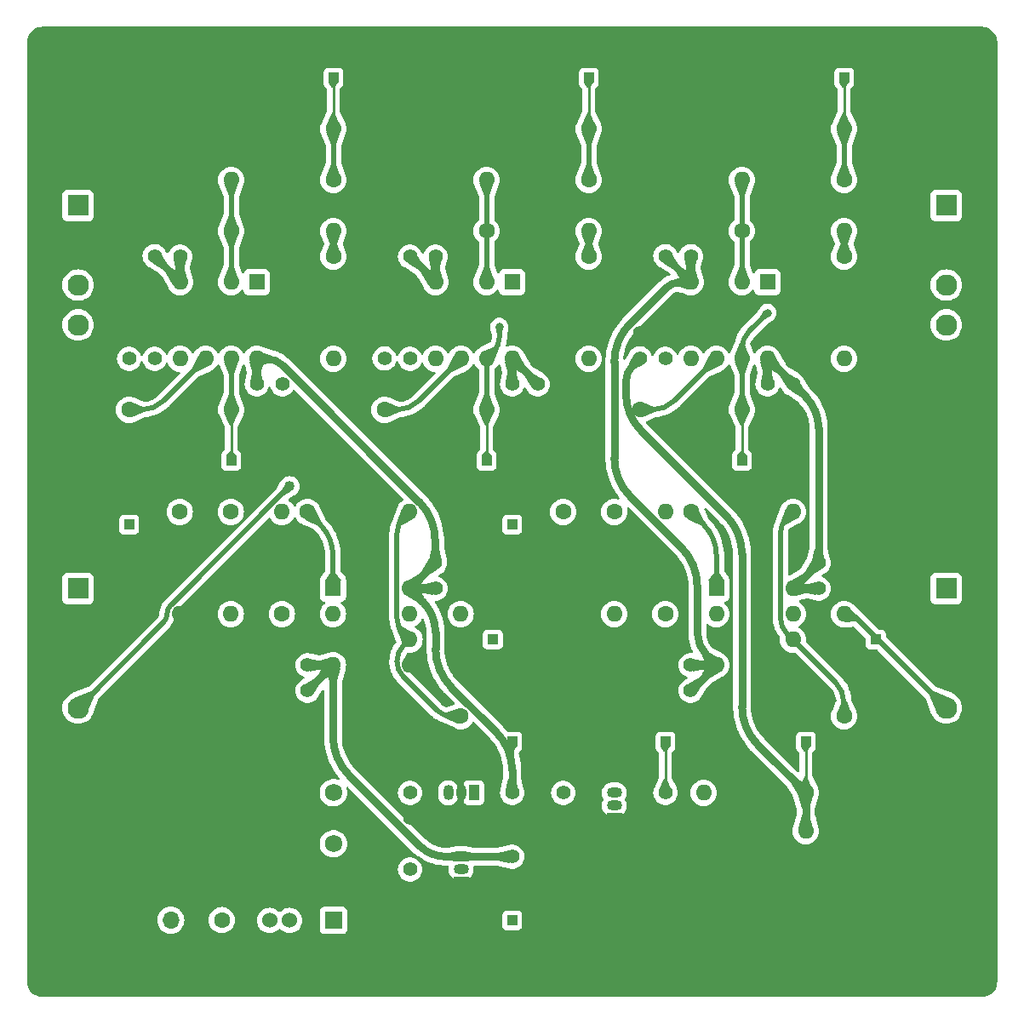
<source format=gbr>
%TF.GenerationSoftware,KiCad,Pcbnew,8.0.2*%
%TF.CreationDate,2024-06-01T12:45:59-06:00*%
%TF.ProjectId,amplifone-sega-adapter,616d706c-6966-46f6-9e65-2d736567612d,rev?*%
%TF.SameCoordinates,Original*%
%TF.FileFunction,Copper,L2,Bot*%
%TF.FilePolarity,Positive*%
%FSLAX46Y46*%
G04 Gerber Fmt 4.6, Leading zero omitted, Abs format (unit mm)*
G04 Created by KiCad (PCBNEW 8.0.2) date 2024-06-01 12:45:59*
%MOMM*%
%LPD*%
G01*
G04 APERTURE LIST*
%TA.AperFunction,ComponentPad*%
%ADD10C,1.400000*%
%TD*%
%TA.AperFunction,ComponentPad*%
%ADD11C,1.600000*%
%TD*%
%TA.AperFunction,ComponentPad*%
%ADD12O,1.600000X1.600000*%
%TD*%
%TA.AperFunction,ComponentPad*%
%ADD13R,2.130000X2.130000*%
%TD*%
%TA.AperFunction,ComponentPad*%
%ADD14C,2.130000*%
%TD*%
%TA.AperFunction,ComponentPad*%
%ADD15C,0.800000*%
%TD*%
%TA.AperFunction,ComponentPad*%
%ADD16C,7.400000*%
%TD*%
%TA.AperFunction,ComponentPad*%
%ADD17R,1.000000X1.000000*%
%TD*%
%TA.AperFunction,ComponentPad*%
%ADD18R,1.600000X1.600000*%
%TD*%
%TA.AperFunction,ComponentPad*%
%ADD19R,1.725000X1.725000*%
%TD*%
%TA.AperFunction,ComponentPad*%
%ADD20C,1.725000*%
%TD*%
%TA.AperFunction,ComponentPad*%
%ADD21R,1.500000X1.050000*%
%TD*%
%TA.AperFunction,ComponentPad*%
%ADD22O,1.500000X1.050000*%
%TD*%
%TA.AperFunction,ComponentPad*%
%ADD23R,1.050000X1.500000*%
%TD*%
%TA.AperFunction,ComponentPad*%
%ADD24O,1.050000X1.500000*%
%TD*%
%TA.AperFunction,ComponentPad*%
%ADD25R,1.700000X1.700000*%
%TD*%
%TA.AperFunction,ComponentPad*%
%ADD26O,1.700000X1.700000*%
%TD*%
%TA.AperFunction,ComponentPad*%
%ADD27C,1.524000*%
%TD*%
%TA.AperFunction,ViaPad*%
%ADD28C,0.800000*%
%TD*%
%TA.AperFunction,ViaPad*%
%ADD29C,1.016000*%
%TD*%
%TA.AperFunction,Conductor*%
%ADD30C,0.508000*%
%TD*%
%TA.AperFunction,Conductor*%
%ADD31C,0.762000*%
%TD*%
%TA.AperFunction,Conductor*%
%ADD32C,0.254000*%
%TD*%
G04 APERTURE END LIST*
D10*
%TO.P,C33,1*%
%TO.N,+0V5*%
X35560000Y-55880000D03*
%TO.P,C33,2*%
%TO.N,GND*%
X35560000Y-53380000D03*
%TD*%
%TO.P,C32,1*%
%TO.N,+0V5*%
X33020000Y-55880000D03*
%TO.P,C32,2*%
%TO.N,GND*%
X33020000Y-53380000D03*
%TD*%
%TO.P,C31,1*%
%TO.N,+0V5*%
X60960000Y-55880000D03*
%TO.P,C31,2*%
%TO.N,GND*%
X60960000Y-53380000D03*
%TD*%
%TO.P,C30,1*%
%TO.N,+0V5*%
X58420000Y-55860000D03*
%TO.P,C30,2*%
%TO.N,GND*%
X58420000Y-53360000D03*
%TD*%
%TO.P,C24,1*%
%TO.N,GND*%
X86360000Y-43180000D03*
%TO.P,C24,2*%
%TO.N,-9V*%
X86360000Y-45680000D03*
%TD*%
D11*
%TO.P,R3,1*%
%TO.N,/amplifiers/X_IN*%
X43140000Y-71120000D03*
D12*
%TO.P,R3,2*%
%TO.N,Net-(U1A--)*%
X43140000Y-81280000D03*
%TD*%
D13*
%TO.P,J4,1,1*%
%TO.N,/amplifiers/R_OUT*%
X114300000Y-40640000D03*
D14*
%TO.P,J4,2,2*%
%TO.N,GND*%
X114300000Y-44600000D03*
%TO.P,J4,3,3*%
%TO.N,/amplifiers/G_OUT*%
X114300000Y-48560000D03*
%TO.P,J4,4,4*%
%TO.N,/amplifiers/B_OUT*%
X114300000Y-52520000D03*
%TD*%
D11*
%TO.P,R9,1*%
%TO.N,Net-(U2A--)*%
X93980000Y-43180000D03*
D12*
%TO.P,R9,2*%
%TO.N,Net-(R2-Pad1)*%
X104140000Y-43180000D03*
%TD*%
D10*
%TO.P,C9,1*%
%TO.N,+9V*%
X63460000Y-76200000D03*
%TO.P,C9,2*%
%TO.N,GND*%
X65960000Y-76200000D03*
%TD*%
D15*
%TO.P,H1,1,1*%
%TO.N,GND*%
X25165000Y-27940000D03*
X25977779Y-25977779D03*
X25977779Y-29902221D03*
X27940000Y-25165000D03*
D16*
X27940000Y-27940000D03*
D15*
X27940000Y-30715000D03*
X29902221Y-25977779D03*
X29902221Y-29902221D03*
X30715000Y-27940000D03*
%TD*%
%TO.P,H3,1,1*%
%TO.N,GND*%
X25165000Y-114300000D03*
X25977779Y-112337779D03*
X25977779Y-116262221D03*
X27940000Y-111525000D03*
D16*
X27940000Y-114300000D03*
D15*
X27940000Y-117075000D03*
X29902221Y-112337779D03*
X29902221Y-116262221D03*
X30715000Y-114300000D03*
%TD*%
D11*
%TO.P,R21,1*%
%TO.N,Net-(R21-Pad1)*%
X53340000Y-45720000D03*
D12*
%TO.P,R21,2*%
%TO.N,Net-(U5B--)*%
X53340000Y-55880000D03*
%TD*%
D11*
%TO.P,R7,1*%
%TO.N,Net-(U2B--)*%
X83820000Y-60960000D03*
D12*
%TO.P,R7,2*%
%TO.N,/amplifiers/R_OUT*%
X93980000Y-60960000D03*
%TD*%
D10*
%TO.P,C16,1*%
%TO.N,+9V*%
X71120000Y-58420000D03*
%TO.P,C16,2*%
%TO.N,GND*%
X71120000Y-60920000D03*
%TD*%
D17*
%TO.P,TP12,1,1*%
%TO.N,/amplifiers/B_OUT*%
X43180000Y-66040000D03*
%TD*%
D11*
%TO.P,R8,1*%
%TO.N,Net-(U1A--)*%
X48220000Y-81280000D03*
D12*
%TO.P,R8,2*%
%TO.N,Net-(R1-Pad1)*%
X48220000Y-71120000D03*
%TD*%
D18*
%TO.P,U5,1*%
%TO.N,Net-(R21-Pad1)*%
X45720000Y-48260000D03*
D12*
%TO.P,U5,2,-*%
%TO.N,Net-(U5A--)*%
X43180000Y-48260000D03*
%TO.P,U5,3,+*%
%TO.N,GND*%
X40640000Y-48260000D03*
%TO.P,U5,4,V-*%
%TO.N,-9V*%
X38100000Y-48260000D03*
%TO.P,U5,5,+*%
%TO.N,+0V5*%
X38100000Y-55880000D03*
%TO.P,U5,6,-*%
%TO.N,Net-(U5B--)*%
X40640000Y-55880000D03*
%TO.P,U5,7*%
%TO.N,/amplifiers/B_OUT*%
X43180000Y-55880000D03*
%TO.P,U5,8,V+*%
%TO.N,+9V*%
X45720000Y-55880000D03*
%TD*%
D13*
%TO.P,J3,1,1*%
%TO.N,/amplifiers/X_OUT*%
X114300000Y-78740000D03*
D14*
%TO.P,J3,2,2*%
%TO.N,GND*%
X114300000Y-82700000D03*
%TO.P,J3,3,3*%
X114300000Y-86660000D03*
%TO.P,J3,4,4*%
%TO.N,/amplifiers/Y_OUT*%
X114300000Y-90620000D03*
%TD*%
D17*
%TO.P,TP6,1,1*%
%TO.N,/amplifiers/G_IN*%
X78740000Y-27940000D03*
%TD*%
D11*
%TO.P,R5,1*%
%TO.N,/amplifiers/X_IN*%
X38060000Y-71120000D03*
D12*
%TO.P,R5,2*%
%TO.N,GND*%
X38060000Y-81280000D03*
%TD*%
D17*
%TO.P,TP9,1,1*%
%TO.N,/amplifiers/Y_IN*%
X71120000Y-72390000D03*
%TD*%
D10*
%TO.P,C4,1*%
%TO.N,+0V5*%
X86360000Y-55880000D03*
%TO.P,C4,2*%
%TO.N,GND*%
X86360000Y-53380000D03*
%TD*%
D11*
%TO.P,R22,1*%
%TO.N,/amplifiers/B_IN*%
X53340000Y-38100000D03*
D12*
%TO.P,R22,2*%
%TO.N,Net-(U5A--)*%
X43180000Y-38100000D03*
%TD*%
D10*
%TO.P,C15,1*%
%TO.N,+9V*%
X73660000Y-58420000D03*
%TO.P,C15,2*%
%TO.N,GND*%
X73660000Y-60920000D03*
%TD*%
D11*
%TO.P,R2,1*%
%TO.N,Net-(R2-Pad1)*%
X104140000Y-45720000D03*
D12*
%TO.P,R2,2*%
%TO.N,Net-(U2B--)*%
X104140000Y-55880000D03*
%TD*%
D17*
%TO.P,TP2,1,1*%
%TO.N,-9V*%
X71120000Y-111760000D03*
%TD*%
%TO.P,TP1,1,1*%
%TO.N,+9V*%
X71120000Y-93980000D03*
%TD*%
D18*
%TO.P,U4,1*%
%TO.N,Net-(R12-Pad1)*%
X91440000Y-78740000D03*
D12*
%TO.P,U4,2,-*%
%TO.N,Net-(U4A--)*%
X91440000Y-81280000D03*
%TO.P,U4,3,+*%
%TO.N,GND*%
X91440000Y-83820000D03*
%TO.P,U4,4,V-*%
%TO.N,-9V*%
X91440000Y-86360000D03*
%TO.P,U4,5,+*%
%TO.N,GND*%
X99060000Y-86360000D03*
%TO.P,U4,6,-*%
%TO.N,Net-(U4B--)*%
X99060000Y-83820000D03*
%TO.P,U4,7*%
%TO.N,/amplifiers/Y_OUT*%
X99060000Y-81280000D03*
%TO.P,U4,8,V+*%
%TO.N,+9V*%
X99060000Y-78740000D03*
%TD*%
D11*
%TO.P,R25,1*%
%TO.N,Net-(U5B--)*%
X33020000Y-60960000D03*
D12*
%TO.P,R25,2*%
%TO.N,/amplifiers/B_OUT*%
X43180000Y-60960000D03*
%TD*%
D17*
%TO.P,TP7,1,1*%
%TO.N,/amplifiers/B_IN*%
X53340000Y-27940000D03*
%TD*%
D10*
%TO.P,C12,1*%
%TO.N,+9V*%
X101600000Y-78740000D03*
%TO.P,C12,2*%
%TO.N,GND*%
X104100000Y-78740000D03*
%TD*%
%TO.P,C10,1*%
%TO.N,+9V*%
X63500000Y-78740000D03*
%TO.P,C10,2*%
%TO.N,GND*%
X66000000Y-78740000D03*
%TD*%
D17*
%TO.P,TP10,1,1*%
%TO.N,/amplifiers/R_OUT*%
X93980000Y-66040000D03*
%TD*%
D19*
%TO.P,PS1,1,+VIN*%
%TO.N,Net-(PS1-+VIN)*%
X53340000Y-111760000D03*
D20*
%TO.P,PS1,2,-VIN*%
%TO.N,GND*%
X53340000Y-109220000D03*
%TO.P,PS1,4,-VOUT*%
%TO.N,-12V*%
X53340000Y-104140000D03*
%TO.P,PS1,5,COM*%
%TO.N,GND*%
X53340000Y-101600000D03*
%TO.P,PS1,6,+VOUT*%
%TO.N,+12V*%
X53340000Y-99060000D03*
%TD*%
D10*
%TO.P,C6,1*%
%TO.N,+9V*%
X71120000Y-99060000D03*
%TO.P,C6,2*%
%TO.N,GND*%
X71120000Y-101560000D03*
%TD*%
%TO.P,C19,1*%
%TO.N,GND*%
X48260000Y-86360000D03*
%TO.P,C19,2*%
%TO.N,-9V*%
X50760000Y-86360000D03*
%TD*%
D21*
%TO.P,U8,1,GND*%
%TO.N,GND*%
X66040000Y-107950000D03*
D22*
%TO.P,U8,2,VI*%
%TO.N,-12V*%
X66040000Y-106680000D03*
%TO.P,U8,3,VO*%
%TO.N,-9V*%
X66040000Y-105410000D03*
%TD*%
D10*
%TO.P,C21,1*%
%TO.N,GND*%
X86360000Y-86360000D03*
%TO.P,C21,2*%
%TO.N,-9V*%
X88860000Y-86360000D03*
%TD*%
D11*
%TO.P,R6,1*%
%TO.N,GND*%
X93980000Y-33020000D03*
D12*
%TO.P,R6,2*%
%TO.N,/amplifiers/R_IN*%
X104140000Y-33020000D03*
%TD*%
D17*
%TO.P,TP13,1,1*%
%TO.N,/amplifiers/X_OUT*%
X69215000Y-83820000D03*
%TD*%
D15*
%TO.P,H4,1,1*%
%TO.N,GND*%
X111525000Y-114300000D03*
X112337779Y-112337779D03*
X112337779Y-116262221D03*
X114300000Y-111525000D03*
D16*
X114300000Y-114300000D03*
D15*
X114300000Y-117075000D03*
X116262221Y-112337779D03*
X116262221Y-116262221D03*
X117075000Y-114300000D03*
%TD*%
D10*
%TO.P,C5,1*%
%TO.N,+12V*%
X60960000Y-99060000D03*
%TO.P,C5,2*%
%TO.N,GND*%
X60960000Y-101560000D03*
%TD*%
D11*
%TO.P,R11,1*%
%TO.N,Net-(R11-Pad1)*%
X78740000Y-45720000D03*
D12*
%TO.P,R11,2*%
%TO.N,Net-(U3B--)*%
X78740000Y-55880000D03*
%TD*%
D17*
%TO.P,TP8,1,1*%
%TO.N,/amplifiers/X_IN*%
X33020000Y-72390000D03*
%TD*%
D11*
%TO.P,C29,1*%
%TO.N,+5V*%
X42240000Y-111720000D03*
%TO.P,C29,2*%
%TO.N,GND*%
X42240000Y-109220000D03*
%TD*%
D10*
%TO.P,C1,1*%
%TO.N,+9V*%
X76200000Y-99060000D03*
%TO.P,C1,2*%
%TO.N,GND*%
X76200000Y-101560000D03*
%TD*%
D11*
%TO.P,R17,1*%
%TO.N,Net-(U3B--)*%
X58420000Y-60960000D03*
D12*
%TO.P,R17,2*%
%TO.N,/amplifiers/G_OUT*%
X68580000Y-60960000D03*
%TD*%
D11*
%TO.P,R13,1*%
%TO.N,/amplifiers/G_IN*%
X78740000Y-38100000D03*
D12*
%TO.P,R13,2*%
%TO.N,Net-(U3A--)*%
X68580000Y-38100000D03*
%TD*%
D11*
%TO.P,R10,1*%
%TO.N,Net-(U1B--)*%
X66000000Y-91440000D03*
D12*
%TO.P,R10,2*%
%TO.N,/amplifiers/X_OUT*%
X66000000Y-81280000D03*
%TD*%
D10*
%TO.P,C2,1*%
%TO.N,+1V5*%
X86360000Y-99060000D03*
%TO.P,C2,2*%
%TO.N,GND*%
X86360000Y-101560000D03*
%TD*%
D11*
%TO.P,R4,1*%
%TO.N,/amplifiers/R_IN*%
X104140000Y-38100000D03*
D12*
%TO.P,R4,2*%
%TO.N,Net-(U2A--)*%
X93980000Y-38100000D03*
%TD*%
D11*
%TO.P,R18,1*%
%TO.N,Net-(U3A--)*%
X68580000Y-43180000D03*
D12*
%TO.P,R18,2*%
%TO.N,Net-(R11-Pad1)*%
X78740000Y-43180000D03*
%TD*%
D10*
%TO.P,C17,1*%
%TO.N,+9V*%
X48260000Y-58420000D03*
%TO.P,C17,2*%
%TO.N,GND*%
X48260000Y-60920000D03*
%TD*%
D11*
%TO.P,R23,1*%
%TO.N,GND*%
X43180000Y-33020000D03*
D12*
%TO.P,R23,2*%
%TO.N,/amplifiers/B_IN*%
X53340000Y-33020000D03*
%TD*%
D21*
%TO.P,U6,1,GND*%
%TO.N,GND*%
X81280000Y-101600000D03*
D22*
%TO.P,U6,2,VI*%
%TO.N,+9V*%
X81280000Y-100330000D03*
%TO.P,U6,3,VO*%
%TO.N,+1V5*%
X81280000Y-99060000D03*
%TD*%
D10*
%TO.P,C26,1*%
%TO.N,GND*%
X60960000Y-43220000D03*
%TO.P,C26,2*%
%TO.N,-9V*%
X60960000Y-45720000D03*
%TD*%
%TO.P,C18,1*%
%TO.N,+9V*%
X45720000Y-58420000D03*
%TO.P,C18,2*%
%TO.N,GND*%
X45720000Y-60920000D03*
%TD*%
D18*
%TO.P,U2,1*%
%TO.N,Net-(R2-Pad1)*%
X96520000Y-48260000D03*
D12*
%TO.P,U2,2,-*%
%TO.N,Net-(U2A--)*%
X93980000Y-48260000D03*
%TO.P,U2,3,+*%
%TO.N,GND*%
X91440000Y-48260000D03*
%TO.P,U2,4,V-*%
%TO.N,-9V*%
X88900000Y-48260000D03*
%TO.P,U2,5,+*%
%TO.N,+0V5*%
X88900000Y-55880000D03*
%TO.P,U2,6,-*%
%TO.N,Net-(U2B--)*%
X91440000Y-55880000D03*
%TO.P,U2,7*%
%TO.N,/amplifiers/R_OUT*%
X93980000Y-55880000D03*
%TO.P,U2,8,V+*%
%TO.N,+9V*%
X96520000Y-55880000D03*
%TD*%
D17*
%TO.P,TP3,1,1*%
%TO.N,+1V5*%
X86360000Y-93980000D03*
%TD*%
D18*
%TO.P,U1,1*%
%TO.N,Net-(R1-Pad1)*%
X53300000Y-78740000D03*
D12*
%TO.P,U1,2,-*%
%TO.N,Net-(U1A--)*%
X53300000Y-81280000D03*
%TO.P,U1,3,+*%
%TO.N,GND*%
X53300000Y-83820000D03*
%TO.P,U1,4,V-*%
%TO.N,-9V*%
X53300000Y-86360000D03*
%TO.P,U1,5,+*%
%TO.N,GND*%
X60920000Y-86360000D03*
%TO.P,U1,6,-*%
%TO.N,Net-(U1B--)*%
X60920000Y-83820000D03*
%TO.P,U1,7*%
%TO.N,/amplifiers/X_OUT*%
X60920000Y-81280000D03*
%TO.P,U1,8,V+*%
%TO.N,+9V*%
X60920000Y-78740000D03*
%TD*%
D11*
%TO.P,R15,1*%
%TO.N,GND*%
X68580000Y-33020000D03*
D12*
%TO.P,R15,2*%
%TO.N,/amplifiers/G_IN*%
X78740000Y-33020000D03*
%TD*%
D10*
%TO.P,C7,1*%
%TO.N,-12V*%
X60960000Y-106680000D03*
%TO.P,C7,2*%
%TO.N,GND*%
X60960000Y-109180000D03*
%TD*%
D11*
%TO.P,R26,1*%
%TO.N,GND*%
X90170000Y-102870000D03*
D12*
%TO.P,R26,2*%
%TO.N,+0V5*%
X100330000Y-102870000D03*
%TD*%
D11*
%TO.P,R16,1*%
%TO.N,/amplifiers/Y_IN*%
X76200000Y-71120000D03*
D12*
%TO.P,R16,2*%
%TO.N,GND*%
X76200000Y-81280000D03*
%TD*%
D11*
%TO.P,R19,1*%
%TO.N,Net-(U4A--)*%
X86360000Y-81280000D03*
D12*
%TO.P,R19,2*%
%TO.N,Net-(R12-Pad1)*%
X86360000Y-71120000D03*
%TD*%
D11*
%TO.P,R27,1*%
%TO.N,Net-(U5A--)*%
X43180000Y-43180000D03*
D12*
%TO.P,R27,2*%
%TO.N,Net-(R21-Pad1)*%
X53340000Y-43180000D03*
%TD*%
D10*
%TO.P,C13,1*%
%TO.N,+9V*%
X99060000Y-58420000D03*
%TO.P,C13,2*%
%TO.N,GND*%
X99060000Y-60920000D03*
%TD*%
D23*
%TO.P,U7,1,VO*%
%TO.N,+9V*%
X67310000Y-99060000D03*
D24*
%TO.P,U7,2,GND*%
%TO.N,GND*%
X66040000Y-99060000D03*
%TO.P,U7,3,VI*%
%TO.N,+12V*%
X64770000Y-99060000D03*
%TD*%
D10*
%TO.P,C23,1*%
%TO.N,GND*%
X88900000Y-43180000D03*
%TO.P,C23,2*%
%TO.N,-9V*%
X88900000Y-45680000D03*
%TD*%
D18*
%TO.P,U3,1*%
%TO.N,Net-(R11-Pad1)*%
X71120000Y-48260000D03*
D12*
%TO.P,U3,2,-*%
%TO.N,Net-(U3A--)*%
X68580000Y-48260000D03*
%TO.P,U3,3,+*%
%TO.N,GND*%
X66040000Y-48260000D03*
%TO.P,U3,4,V-*%
%TO.N,-9V*%
X63500000Y-48260000D03*
%TO.P,U3,5,+*%
%TO.N,+0V5*%
X63500000Y-55880000D03*
%TO.P,U3,6,-*%
%TO.N,Net-(U3B--)*%
X66040000Y-55880000D03*
%TO.P,U3,7*%
%TO.N,/amplifiers/G_OUT*%
X68580000Y-55880000D03*
%TO.P,U3,8,V+*%
%TO.N,+9V*%
X71120000Y-55880000D03*
%TD*%
D11*
%TO.P,R12,1*%
%TO.N,Net-(R12-Pad1)*%
X88900000Y-71120000D03*
D12*
%TO.P,R12,2*%
%TO.N,Net-(U4B--)*%
X99060000Y-71120000D03*
%TD*%
D25*
%TO.P,J0,1,Pin_1*%
%TO.N,GND*%
X37160000Y-106640000D03*
D26*
%TO.P,J0,2,Pin_2*%
X37160000Y-109180000D03*
%TO.P,J0,3,Pin_3*%
%TO.N,+5V*%
X37160000Y-111720000D03*
%TD*%
D27*
%TO.P,L1,1,1*%
%TO.N,+5V*%
X46990000Y-111760000D03*
%TO.P,L1,2,2*%
%TO.N,Net-(PS1-+VIN)*%
X48990000Y-111760000D03*
%TD*%
D10*
%TO.P,C28,1*%
%TO.N,GND*%
X35560000Y-43180000D03*
%TO.P,C28,2*%
%TO.N,-9V*%
X35560000Y-45680000D03*
%TD*%
D17*
%TO.P,TP4,1,1*%
%TO.N,+0V5*%
X100330000Y-93980000D03*
%TD*%
D11*
%TO.P,R20,1*%
%TO.N,Net-(U4B--)*%
X104140000Y-91440000D03*
D12*
%TO.P,R20,2*%
%TO.N,/amplifiers/Y_OUT*%
X104140000Y-81280000D03*
%TD*%
D11*
%TO.P,R14,1*%
%TO.N,/amplifiers/Y_IN*%
X81280000Y-71120000D03*
D12*
%TO.P,R14,2*%
%TO.N,Net-(U4A--)*%
X81280000Y-81280000D03*
%TD*%
D10*
%TO.P,C25,1*%
%TO.N,GND*%
X63500000Y-43220000D03*
%TO.P,C25,2*%
%TO.N,-9V*%
X63500000Y-45720000D03*
%TD*%
%TO.P,C20,1*%
%TO.N,GND*%
X48260000Y-88900000D03*
%TO.P,C20,2*%
%TO.N,-9V*%
X50760000Y-88900000D03*
%TD*%
D15*
%TO.P,H2,1,1*%
%TO.N,GND*%
X111525000Y-27940000D03*
X112337779Y-25977779D03*
X112337779Y-29902221D03*
X114300000Y-25165000D03*
D16*
X114300000Y-27940000D03*
D15*
X114300000Y-30715000D03*
X116262221Y-25977779D03*
X116262221Y-29902221D03*
X117075000Y-27940000D03*
%TD*%
D11*
%TO.P,R24,1*%
%TO.N,+0V5*%
X100330000Y-99060000D03*
D12*
%TO.P,R24,2*%
%TO.N,+1V5*%
X90170000Y-99060000D03*
%TD*%
D10*
%TO.P,C8,1*%
%TO.N,-9V*%
X71120000Y-105410000D03*
%TO.P,C8,2*%
%TO.N,GND*%
X71120000Y-107910000D03*
%TD*%
%TO.P,C14,1*%
%TO.N,+9V*%
X96520000Y-58420000D03*
%TO.P,C14,2*%
%TO.N,GND*%
X96520000Y-60920000D03*
%TD*%
D17*
%TO.P,TP11,1,1*%
%TO.N,/amplifiers/G_OUT*%
X68580000Y-66040000D03*
%TD*%
D11*
%TO.P,R1,1*%
%TO.N,Net-(R1-Pad1)*%
X50760000Y-71120000D03*
D12*
%TO.P,R1,2*%
%TO.N,Net-(U1B--)*%
X60920000Y-71120000D03*
%TD*%
D13*
%TO.P,J1,1,1*%
%TO.N,/amplifiers/X_IN*%
X27940000Y-78740000D03*
D14*
%TO.P,J1,2,2*%
%TO.N,GND*%
X27940000Y-82700000D03*
%TO.P,J1,3,3*%
X27940000Y-86660000D03*
%TO.P,J1,4,4*%
%TO.N,/amplifiers/Y_IN*%
X27940000Y-90620000D03*
%TD*%
D17*
%TO.P,TP14,1,1*%
%TO.N,/amplifiers/Y_OUT*%
X107315000Y-83820000D03*
%TD*%
D13*
%TO.P,J2,1,1*%
%TO.N,/amplifiers/R_IN*%
X27940000Y-40640000D03*
D14*
%TO.P,J2,2,2*%
%TO.N,GND*%
X27940000Y-44600000D03*
%TO.P,J2,3,3*%
%TO.N,/amplifiers/G_IN*%
X27940000Y-48560000D03*
%TO.P,J2,4,4*%
%TO.N,/amplifiers/B_IN*%
X27940000Y-52520000D03*
%TD*%
D10*
%TO.P,C22,1*%
%TO.N,GND*%
X86360000Y-88900000D03*
%TO.P,C22,2*%
%TO.N,-9V*%
X88860000Y-88900000D03*
%TD*%
%TO.P,C3,2*%
%TO.N,GND*%
X83820000Y-53340000D03*
%TO.P,C3,1*%
%TO.N,+0V5*%
X83820000Y-55840000D03*
%TD*%
D17*
%TO.P,TP5,1,1*%
%TO.N,/amplifiers/R_IN*%
X104140000Y-27940000D03*
%TD*%
D10*
%TO.P,C11,1*%
%TO.N,+9V*%
X101600000Y-76200000D03*
%TO.P,C11,2*%
%TO.N,GND*%
X104100000Y-76200000D03*
%TD*%
%TO.P,C27,1*%
%TO.N,GND*%
X38100000Y-43220000D03*
%TO.P,C27,2*%
%TO.N,-9V*%
X38100000Y-45720000D03*
%TD*%
D28*
%TO.N,/amplifiers/R_OUT*%
X96520000Y-51332000D03*
%TO.N,/amplifiers/G_OUT*%
X69850000Y-52705000D03*
D29*
%TO.N,/amplifiers/Y_IN*%
X48986576Y-68580000D03*
%TD*%
D30*
%TO.N,Net-(U5B--)*%
X36458025Y-60061974D02*
G75*
G02*
X34290000Y-60959985I-2168025J2168074D01*
G01*
%TO.N,Net-(R12-Pad1)*%
X90170000Y-72390000D02*
G75*
G02*
X91440020Y-75456051I-3066100J-3066100D01*
G01*
%TO.N,Net-(R1-Pad1)*%
X52030000Y-72390000D02*
G75*
G02*
X53300020Y-75456051I-3066100J-3066100D01*
G01*
%TO.N,Net-(U4B--)*%
X103241974Y-88001974D02*
G75*
G02*
X104139986Y-90170000I-2168074J-2168026D01*
G01*
X98433000Y-71747000D02*
G75*
G03*
X97806005Y-73260711I1513700J-1513700D01*
G01*
X97806000Y-81679288D02*
G75*
G03*
X98432997Y-83193003I2140700J-12D01*
G01*
X98433000Y-83193000D02*
X99687000Y-84447000D01*
%TO.N,/amplifiers/G_OUT*%
X69215000Y-55245000D02*
G75*
G03*
X68580011Y-56778025I1533000J-1533000D01*
G01*
X69850000Y-53711974D02*
G75*
G02*
X69215008Y-55245008I-2168000J-26D01*
G01*
%TO.N,Net-(U2B--)*%
X87258025Y-60061974D02*
G75*
G02*
X85090000Y-60959985I-2168025J2168074D01*
G01*
%TO.N,/amplifiers/Y_OUT*%
X105249913Y-81569913D02*
G75*
G03*
X104550000Y-81279992I-699913J-699887D01*
G01*
%TO.N,Net-(U1B--)*%
X59666000Y-85976712D02*
G75*
G03*
X60304327Y-87517723I2179300J12D01*
G01*
X60293000Y-71747000D02*
G75*
G03*
X59666005Y-73260711I1513700J-1513700D01*
G01*
X59666000Y-81679288D02*
G75*
G03*
X60292997Y-83193003I2140700J-12D01*
G01*
X63599575Y-90812999D02*
G75*
G03*
X65113288Y-91440012I1513725J1513699D01*
G01*
X60293000Y-83193000D02*
G75*
G02*
X60293000Y-84447000I-627000J-627000D01*
G01*
X60293000Y-84447000D02*
G75*
G03*
X59666005Y-85960711I1513700J-1513700D01*
G01*
%TO.N,/amplifiers/Y_IN*%
X36806000Y-81257288D02*
G75*
G02*
X36454784Y-82105241I-1199200J-12D01*
G01*
X37157228Y-80409347D02*
G75*
G03*
X36806000Y-81257288I847972J-847953D01*
G01*
%TO.N,/amplifiers/R_OUT*%
X94689935Y-53162064D02*
G75*
G03*
X93980008Y-54876000I1713965J-1713936D01*
G01*
%TO.N,Net-(U3B--)*%
X61858025Y-60061974D02*
G75*
G02*
X59690000Y-60959985I-2168025J2168074D01*
G01*
D31*
%TO.N,+0V5*%
X82439000Y-59376514D02*
G75*
G03*
X83963180Y-63056205I5203900J14D01*
G01*
X93980000Y-90456036D02*
G75*
G03*
X95573800Y-94303784I5441600J36D01*
G01*
X83129500Y-56530500D02*
G75*
G03*
X82439006Y-58197514I1667000J-1667000D01*
G01*
X92386207Y-71479236D02*
G75*
G02*
X93979990Y-75326992I-3847807J-3847764D01*
G01*
%TO.N,-9V*%
X82873792Y-52381207D02*
G75*
G03*
X81279959Y-56228963I3847708J-3847793D01*
G01*
X61923021Y-104334629D02*
G75*
G03*
X64519196Y-105410016I2596179J2596129D01*
G01*
X88885857Y-48205857D02*
G75*
G02*
X88899995Y-48240000I-34157J-34143D01*
G01*
X87941207Y-74654236D02*
G75*
G02*
X89534990Y-78501992I-3847807J-3847764D01*
G01*
X53300000Y-93457644D02*
G75*
G03*
X54893794Y-97305398I5441550J4D01*
G01*
X88880000Y-48260000D02*
G75*
G03*
X88900000Y-48240000I0J20000D01*
G01*
X88900000Y-48240000D02*
G75*
G02*
X88880000Y-48260000I-20000J0D01*
G01*
X88900000Y-48240000D02*
X88900000Y-48240000D01*
X38085857Y-48205857D02*
G75*
G02*
X38099995Y-48240000I-34157J-34143D01*
G01*
X88914142Y-88885857D02*
G75*
G02*
X88880000Y-88899995I-34142J34157D01*
G01*
X38100000Y-48240000D02*
X38100000Y-48240000D01*
X89535000Y-83107961D02*
G75*
G03*
X90487489Y-85407511I3252000J-39D01*
G01*
X81280000Y-65739065D02*
G75*
G03*
X82873764Y-69586849I5441600J-35D01*
G01*
X87947500Y-48260000D02*
G75*
G03*
X86321488Y-48933527I0J-2299500D01*
G01*
%TO.N,+9V*%
X63500000Y-84733007D02*
G75*
G03*
X65093785Y-88580770I5441600J7D01*
G01*
X63480000Y-78720000D02*
G75*
G02*
X63471715Y-78740038I-8300J-8300D01*
G01*
X48309386Y-56556357D02*
G75*
G03*
X46676514Y-55879981I-1632886J-1632843D01*
G01*
X69545616Y-93032587D02*
G75*
G02*
X71120005Y-96833485I-3800916J-3800913D01*
G01*
X62210000Y-80030000D02*
G75*
G02*
X63499985Y-83144335I-3114300J-3114300D01*
G01*
X100330000Y-59690000D02*
G75*
G02*
X101600020Y-62756051I-3066100J-3066100D01*
G01*
X61871474Y-70118445D02*
G75*
G02*
X63460000Y-73953485I-3835074J-3835055D01*
G01*
%TO.N,-9V*%
X88880000Y-48260000D02*
X87947500Y-48260000D01*
X82873792Y-52381207D02*
X86321480Y-48933519D01*
X81280000Y-56228963D02*
X81280000Y-65739065D01*
X87941207Y-74654236D02*
X82873792Y-69586821D01*
X89535000Y-78501992D02*
X89535000Y-83107961D01*
X91440000Y-86360000D02*
X90487500Y-85407500D01*
X64519196Y-105410000D02*
X66040000Y-105410000D01*
X53300000Y-86360000D02*
X53300000Y-93457644D01*
X61923021Y-104334629D02*
X54893792Y-97305400D01*
%TO.N,+9V*%
X99060000Y-58420000D02*
X100330000Y-59690000D01*
X101600000Y-76200000D02*
X101600000Y-62756051D01*
%TO.N,+0V5*%
X100330000Y-99060000D02*
X95573792Y-94303792D01*
X83963178Y-63056207D02*
X92386207Y-71479236D01*
X93980000Y-90456036D02*
X93980000Y-75326992D01*
X82439000Y-59376514D02*
X82439000Y-58197514D01*
X83129500Y-56530500D02*
X83820000Y-55840000D01*
%TO.N,+9V*%
X46676514Y-55880000D02*
X45720000Y-55880000D01*
X48309386Y-56556357D02*
X61871474Y-70118445D01*
X63460000Y-76200000D02*
X63460000Y-73953485D01*
D30*
%TO.N,/amplifiers/Y_IN*%
X37157228Y-80409347D02*
X48986576Y-68580000D01*
X36454771Y-82105228D02*
X27940000Y-90620000D01*
D32*
%TO.N,+0V5*%
X100330000Y-99060000D02*
X100330000Y-93980000D01*
D30*
%TO.N,/amplifiers/R_OUT*%
X93980000Y-55880000D02*
X93980000Y-54876000D01*
X94689935Y-53162064D02*
X96520000Y-51332000D01*
%TO.N,/amplifiers/G_OUT*%
X69850000Y-53711974D02*
X69850000Y-52705000D01*
D31*
%TO.N,+0V5*%
X100330000Y-99060000D02*
X100330000Y-102870000D01*
%TO.N,-9V*%
X88885857Y-48205857D02*
X86360000Y-45680000D01*
X88900000Y-48240000D02*
X88900000Y-45680000D01*
X63500000Y-48260000D02*
X60960000Y-45720000D01*
X63500000Y-48260000D02*
X63500000Y-45720000D01*
X38085857Y-48205857D02*
X35560000Y-45680000D01*
X38100000Y-48240000D02*
X38100000Y-45720000D01*
%TO.N,+9V*%
X99060000Y-58420000D02*
X96520000Y-55880000D01*
X71120000Y-55880000D02*
X73660000Y-58420000D01*
%TO.N,-9V*%
X53300000Y-86360000D02*
X50760000Y-88900000D01*
X91440000Y-86360000D02*
X88860000Y-86360000D01*
X88880000Y-88900000D02*
X88860000Y-88900000D01*
X91440000Y-86360000D02*
X88914142Y-88885857D01*
%TO.N,+9V*%
X101600000Y-76200000D02*
X99060000Y-78740000D01*
X99060000Y-78740000D02*
X101600000Y-78740000D01*
X60920000Y-78740000D02*
X63460000Y-76200000D01*
X62210000Y-80030000D02*
X60920000Y-78740000D01*
X71120000Y-99060000D02*
X71120000Y-96833485D01*
X63500000Y-84733007D02*
X63500000Y-83144335D01*
X65093792Y-88580763D02*
X69545616Y-93032587D01*
%TO.N,-9V*%
X53300000Y-86360000D02*
X50760000Y-86360000D01*
%TO.N,+9V*%
X63471715Y-78740000D02*
X60920000Y-78740000D01*
X63480000Y-78720000D02*
X63460000Y-78700000D01*
X45720000Y-55880000D02*
X45720000Y-58420000D01*
X71120000Y-55880000D02*
X71120000Y-58420000D01*
X96520000Y-55880000D02*
X96520000Y-58420000D01*
%TO.N,-9V*%
X66040000Y-105410000D02*
X71120000Y-105410000D01*
D30*
%TO.N,Net-(U5A--)*%
X43180000Y-43180000D02*
X43180000Y-48260000D01*
%TO.N,/amplifiers/R_IN*%
X104140000Y-33020000D02*
X104140000Y-38100000D01*
%TO.N,/amplifiers/G_IN*%
X78740000Y-33020000D02*
X78740000Y-38100000D01*
%TO.N,Net-(R2-Pad1)*%
X104140000Y-45720000D02*
X104140000Y-43180000D01*
%TO.N,Net-(R11-Pad1)*%
X78740000Y-45720000D02*
X78740000Y-43180000D01*
%TO.N,/amplifiers/R_OUT*%
X93980000Y-60960000D02*
X93980000Y-55880000D01*
%TO.N,Net-(U3B--)*%
X61858025Y-60061974D02*
X66040000Y-55880000D01*
X59690000Y-60960000D02*
X58420000Y-60960000D01*
%TO.N,/amplifiers/G_OUT*%
X68580000Y-56778025D02*
X68580000Y-60960000D01*
%TO.N,Net-(U3A--)*%
X68580000Y-48260000D02*
X68580000Y-38100000D01*
%TO.N,Net-(U2A--)*%
X93980000Y-48260000D02*
X93980000Y-38100000D01*
%TO.N,Net-(U2B--)*%
X87258025Y-60061974D02*
X91440000Y-55880000D01*
X85090000Y-60960000D02*
X83820000Y-60960000D01*
%TO.N,/amplifiers/Y_OUT*%
X105249913Y-81569913D02*
X114300000Y-90620000D01*
X104550000Y-81280000D02*
X104140000Y-81280000D01*
%TO.N,Net-(U4B--)*%
X104140000Y-90170000D02*
X104140000Y-91440000D01*
X99687000Y-84447000D02*
X103241974Y-88001974D01*
%TO.N,Net-(R12-Pad1)*%
X90170000Y-72390000D02*
X88900000Y-71120000D01*
X91440000Y-75456051D02*
X91440000Y-78740000D01*
%TO.N,Net-(U4B--)*%
X98433000Y-71747000D02*
X99060000Y-71120000D01*
X97806000Y-73260711D02*
X97806000Y-81679288D01*
%TO.N,Net-(U1B--)*%
X59666000Y-73260711D02*
X59666000Y-81679288D01*
X60293000Y-71747000D02*
X60920000Y-71120000D01*
%TO.N,Net-(R1-Pad1)*%
X53300000Y-75456051D02*
X53300000Y-78740000D01*
X52030000Y-72390000D02*
X50760000Y-71120000D01*
D32*
%TO.N,+1V5*%
X86360000Y-99060000D02*
X86360000Y-93980000D01*
%TO.N,+9V*%
X71120000Y-99060000D02*
X71120000Y-93980000D01*
%TO.N,/amplifiers/R_OUT*%
X93980000Y-60960000D02*
X93980000Y-66040000D01*
%TO.N,/amplifiers/G_OUT*%
X68580000Y-60960000D02*
X68580000Y-66040000D01*
%TO.N,/amplifiers/R_IN*%
X104140000Y-33020000D02*
X104140000Y-27940000D01*
%TO.N,/amplifiers/G_IN*%
X78740000Y-33020000D02*
X78740000Y-27940000D01*
%TO.N,/amplifiers/B_OUT*%
X43180000Y-60960000D02*
X43180000Y-66040000D01*
%TO.N,/amplifiers/B_IN*%
X53340000Y-33020000D02*
X53340000Y-27940000D01*
D30*
%TO.N,Net-(U5B--)*%
X36458025Y-60061974D02*
X40640000Y-55880000D01*
X34290000Y-60960000D02*
X33020000Y-60960000D01*
%TO.N,/amplifiers/B_OUT*%
X43180000Y-60960000D02*
X43180000Y-55880000D01*
%TO.N,Net-(R21-Pad1)*%
X53340000Y-43180000D02*
X53340000Y-45720000D01*
%TO.N,Net-(U5A--)*%
X43180000Y-43180000D02*
X43180000Y-38100000D01*
%TO.N,/amplifiers/B_IN*%
X53340000Y-33020000D02*
X53340000Y-38100000D01*
%TO.N,Net-(U1B--)*%
X59666000Y-85976712D02*
X59666000Y-85960711D01*
X60304313Y-87517737D02*
X63599575Y-90812999D01*
X65113288Y-91440000D02*
X66000000Y-91440000D01*
%TD*%
%TA.AperFunction,Conductor*%
%TO.N,GND*%
G36*
X62300108Y-81732759D02*
G01*
X62344342Y-81783532D01*
X62347731Y-81790699D01*
X62352384Y-81801932D01*
X62464749Y-82115974D01*
X62468281Y-82127619D01*
X62549319Y-82451149D01*
X62551693Y-82463084D01*
X62600629Y-82793001D01*
X62601822Y-82805111D01*
X62618351Y-83141597D01*
X62618500Y-83147681D01*
X62618500Y-84825614D01*
X62618510Y-84825825D01*
X62618510Y-84958835D01*
X62618511Y-84958838D01*
X62650732Y-85409340D01*
X62715009Y-85856404D01*
X62811012Y-86297724D01*
X62811015Y-86297734D01*
X62938254Y-86731076D01*
X62938260Y-86731092D01*
X63096097Y-87154271D01*
X63190070Y-87360045D01*
X63283724Y-87565121D01*
X63500164Y-87961504D01*
X63500168Y-87961511D01*
X63500174Y-87961521D01*
X63744356Y-88341478D01*
X63744360Y-88341483D01*
X63744363Y-88341488D01*
X63889583Y-88535481D01*
X63996616Y-88678462D01*
X64015019Y-88703045D01*
X64015020Y-88703047D01*
X64310768Y-89044363D01*
X64310783Y-89044379D01*
X64310791Y-89044388D01*
X64310805Y-89044402D01*
X64405453Y-89139052D01*
X64405478Y-89139079D01*
X65357801Y-90091402D01*
X65391286Y-90152725D01*
X65386302Y-90222417D01*
X65344430Y-90278350D01*
X65309566Y-90296642D01*
X64583626Y-90540224D01*
X64513807Y-90542888D01*
X64489336Y-90533877D01*
X64427478Y-90503372D01*
X64413431Y-90495262D01*
X64276183Y-90403555D01*
X64263314Y-90393680D01*
X64241267Y-90374345D01*
X64136007Y-90282033D01*
X64130091Y-90276491D01*
X64072693Y-90219092D01*
X64072682Y-90219082D01*
X60900961Y-87047360D01*
X60900959Y-87047357D01*
X60865198Y-87011596D01*
X60865193Y-87011592D01*
X60840680Y-86987079D01*
X60835134Y-86981158D01*
X60822094Y-86966289D01*
X60720279Y-86850195D01*
X60710421Y-86837349D01*
X60615891Y-86695879D01*
X60607786Y-86681840D01*
X60532538Y-86529256D01*
X60526331Y-86514271D01*
X60473961Y-86360000D01*
X60471642Y-86353168D01*
X60467448Y-86337516D01*
X60434255Y-86170652D01*
X60432139Y-86154575D01*
X60430745Y-86133313D01*
X60420766Y-85981070D01*
X60420500Y-85972959D01*
X60420500Y-85964772D01*
X60420765Y-85956663D01*
X60423593Y-85913511D01*
X60431827Y-85787860D01*
X60433942Y-85771805D01*
X60466146Y-85609901D01*
X60470340Y-85594246D01*
X60523410Y-85437906D01*
X60529610Y-85422942D01*
X60602621Y-85274889D01*
X60610727Y-85260847D01*
X60672490Y-85168413D01*
X60726100Y-85123610D01*
X60786395Y-85113778D01*
X60920000Y-85125468D01*
X60920000Y-85125467D01*
X60920001Y-85125468D01*
X60920002Y-85125468D01*
X60976673Y-85120509D01*
X61146692Y-85105635D01*
X61366496Y-85046739D01*
X61572734Y-84950568D01*
X61759139Y-84820047D01*
X61920047Y-84659139D01*
X62050568Y-84472734D01*
X62146739Y-84266496D01*
X62205635Y-84046692D01*
X62225468Y-83820000D01*
X62205635Y-83593308D01*
X62146739Y-83373504D01*
X62050568Y-83167266D01*
X61920047Y-82980861D01*
X61920045Y-82980858D01*
X61759141Y-82819954D01*
X61572733Y-82689431D01*
X61514724Y-82662381D01*
X61462285Y-82616208D01*
X61443134Y-82549014D01*
X61463350Y-82482133D01*
X61514721Y-82437619D01*
X61572734Y-82410568D01*
X61759139Y-82280047D01*
X61920047Y-82119139D01*
X62050568Y-81932734D01*
X62119862Y-81784132D01*
X62166033Y-81731695D01*
X62233227Y-81712543D01*
X62300108Y-81732759D01*
G37*
%TD.AperFunction*%
%TA.AperFunction,Conductor*%
G36*
X117860853Y-22860381D02*
G01*
X118084682Y-22877997D01*
X118103891Y-22881040D01*
X118317459Y-22932313D01*
X118335952Y-22938322D01*
X118501411Y-23006857D01*
X118538867Y-23022372D01*
X118556204Y-23031206D01*
X118743462Y-23145958D01*
X118759203Y-23157394D01*
X118926209Y-23300030D01*
X118939969Y-23313790D01*
X119082605Y-23480796D01*
X119094041Y-23496537D01*
X119208793Y-23683795D01*
X119217627Y-23701132D01*
X119301675Y-23904041D01*
X119307688Y-23922547D01*
X119358958Y-24136103D01*
X119362002Y-24155321D01*
X119379618Y-24379146D01*
X119380000Y-24388875D01*
X119380000Y-117851124D01*
X119379618Y-117860853D01*
X119362002Y-118084678D01*
X119358958Y-118103896D01*
X119307688Y-118317452D01*
X119301675Y-118335958D01*
X119217627Y-118538867D01*
X119208793Y-118556204D01*
X119094041Y-118743462D01*
X119082605Y-118759203D01*
X118939969Y-118926209D01*
X118926209Y-118939969D01*
X118759203Y-119082605D01*
X118743462Y-119094041D01*
X118556204Y-119208793D01*
X118538867Y-119217627D01*
X118335958Y-119301675D01*
X118317452Y-119307688D01*
X118103896Y-119358958D01*
X118084678Y-119362002D01*
X117860854Y-119379618D01*
X117851125Y-119380000D01*
X24388875Y-119380000D01*
X24379146Y-119379618D01*
X24155321Y-119362002D01*
X24136103Y-119358958D01*
X23922547Y-119307688D01*
X23904041Y-119301675D01*
X23701132Y-119217627D01*
X23683795Y-119208793D01*
X23496537Y-119094041D01*
X23480796Y-119082605D01*
X23313790Y-118939969D01*
X23300030Y-118926209D01*
X23157394Y-118759203D01*
X23145958Y-118743462D01*
X23031206Y-118556204D01*
X23022372Y-118538867D01*
X23006857Y-118501411D01*
X22938322Y-118335952D01*
X22932313Y-118317459D01*
X22881040Y-118103891D01*
X22877997Y-118084678D01*
X22860382Y-117860853D01*
X22860000Y-117851124D01*
X22860000Y-111719999D01*
X35804341Y-111719999D01*
X35804341Y-111720000D01*
X35824936Y-111955403D01*
X35824938Y-111955413D01*
X35886094Y-112183655D01*
X35886096Y-112183659D01*
X35886097Y-112183663D01*
X35971814Y-112367483D01*
X35985965Y-112397830D01*
X35985967Y-112397834D01*
X36059135Y-112502328D01*
X36121505Y-112591401D01*
X36288599Y-112758495D01*
X36385384Y-112826265D01*
X36482165Y-112894032D01*
X36482167Y-112894033D01*
X36482170Y-112894035D01*
X36696337Y-112993903D01*
X36924592Y-113055063D01*
X37112918Y-113071539D01*
X37159999Y-113075659D01*
X37160000Y-113075659D01*
X37160001Y-113075659D01*
X37199234Y-113072226D01*
X37395408Y-113055063D01*
X37623663Y-112993903D01*
X37837830Y-112894035D01*
X38031401Y-112758495D01*
X38198495Y-112591401D01*
X38334035Y-112397830D01*
X38433903Y-112183663D01*
X38495063Y-111955408D01*
X38515659Y-111720000D01*
X38515659Y-111719998D01*
X40934532Y-111719998D01*
X40934532Y-111720001D01*
X40954364Y-111946686D01*
X40954366Y-111946697D01*
X41013258Y-112166488D01*
X41013261Y-112166497D01*
X41109431Y-112372732D01*
X41109432Y-112372734D01*
X41239954Y-112559141D01*
X41400858Y-112720045D01*
X41400861Y-112720047D01*
X41587266Y-112850568D01*
X41793504Y-112946739D01*
X41793509Y-112946740D01*
X41793511Y-112946741D01*
X41809014Y-112950895D01*
X42013308Y-113005635D01*
X42175230Y-113019801D01*
X42239998Y-113025468D01*
X42240000Y-113025468D01*
X42240002Y-113025468D01*
X42296673Y-113020509D01*
X42466692Y-113005635D01*
X42686496Y-112946739D01*
X42892734Y-112850568D01*
X43079139Y-112720047D01*
X43240047Y-112559139D01*
X43370568Y-112372734D01*
X43466739Y-112166496D01*
X43525635Y-111946692D01*
X43541969Y-111759997D01*
X45722677Y-111759997D01*
X45722677Y-111760002D01*
X45741929Y-111980062D01*
X45741930Y-111980070D01*
X45799104Y-112193445D01*
X45799105Y-112193447D01*
X45799106Y-112193450D01*
X45852467Y-112307883D01*
X45892466Y-112393662D01*
X45892468Y-112393666D01*
X46019170Y-112574615D01*
X46019175Y-112574621D01*
X46175378Y-112730824D01*
X46175384Y-112730829D01*
X46356333Y-112857531D01*
X46356335Y-112857532D01*
X46356338Y-112857534D01*
X46556550Y-112950894D01*
X46769932Y-113008070D01*
X46927123Y-113021822D01*
X46989998Y-113027323D01*
X46990000Y-113027323D01*
X46990002Y-113027323D01*
X47045017Y-113022509D01*
X47210068Y-113008070D01*
X47423450Y-112950894D01*
X47623662Y-112857534D01*
X47804620Y-112730826D01*
X47902319Y-112633127D01*
X47963642Y-112599642D01*
X48033334Y-112604626D01*
X48077681Y-112633127D01*
X48175378Y-112730824D01*
X48175384Y-112730829D01*
X48356333Y-112857531D01*
X48356335Y-112857532D01*
X48356338Y-112857534D01*
X48556550Y-112950894D01*
X48769932Y-113008070D01*
X48927123Y-113021822D01*
X48989998Y-113027323D01*
X48990000Y-113027323D01*
X48990002Y-113027323D01*
X49045017Y-113022509D01*
X49210068Y-113008070D01*
X49423450Y-112950894D01*
X49623662Y-112857534D01*
X49804620Y-112730826D01*
X49960826Y-112574620D01*
X50087534Y-112393662D01*
X50180894Y-112193450D01*
X50238070Y-111980068D01*
X50257323Y-111760000D01*
X50253823Y-111719999D01*
X50238070Y-111539937D01*
X50238070Y-111539932D01*
X50180894Y-111326550D01*
X50087534Y-111126339D01*
X50011443Y-111017669D01*
X49960827Y-110945381D01*
X49896304Y-110880858D01*
X49865081Y-110849635D01*
X51977000Y-110849635D01*
X51977000Y-112670370D01*
X51977001Y-112670376D01*
X51983408Y-112729983D01*
X52033702Y-112864828D01*
X52033706Y-112864835D01*
X52119952Y-112980044D01*
X52119955Y-112980047D01*
X52235164Y-113066293D01*
X52235171Y-113066297D01*
X52370017Y-113116591D01*
X52370016Y-113116591D01*
X52376944Y-113117335D01*
X52429627Y-113123000D01*
X54250372Y-113122999D01*
X54309983Y-113116591D01*
X54444831Y-113066296D01*
X54560046Y-112980046D01*
X54646296Y-112864831D01*
X54696591Y-112729983D01*
X54703000Y-112670373D01*
X54702999Y-111212135D01*
X70119500Y-111212135D01*
X70119500Y-112307870D01*
X70119501Y-112307876D01*
X70125908Y-112367483D01*
X70176202Y-112502328D01*
X70176206Y-112502335D01*
X70262452Y-112617544D01*
X70262455Y-112617547D01*
X70377664Y-112703793D01*
X70377671Y-112703797D01*
X70512517Y-112754091D01*
X70512516Y-112754091D01*
X70519444Y-112754835D01*
X70572127Y-112760500D01*
X71667872Y-112760499D01*
X71727483Y-112754091D01*
X71862331Y-112703796D01*
X71977546Y-112617546D01*
X72063796Y-112502331D01*
X72114091Y-112367483D01*
X72120500Y-112307873D01*
X72120499Y-111212128D01*
X72114091Y-111152517D01*
X72104327Y-111126339D01*
X72063797Y-111017671D01*
X72063793Y-111017664D01*
X71977547Y-110902455D01*
X71977544Y-110902452D01*
X71862335Y-110816206D01*
X71862328Y-110816202D01*
X71727482Y-110765908D01*
X71727483Y-110765908D01*
X71667883Y-110759501D01*
X71667881Y-110759500D01*
X71667873Y-110759500D01*
X71667864Y-110759500D01*
X70572129Y-110759500D01*
X70572123Y-110759501D01*
X70512516Y-110765908D01*
X70377671Y-110816202D01*
X70377664Y-110816206D01*
X70262455Y-110902452D01*
X70262452Y-110902455D01*
X70176206Y-111017664D01*
X70176202Y-111017671D01*
X70125908Y-111152517D01*
X70119501Y-111212116D01*
X70119501Y-111212123D01*
X70119500Y-111212135D01*
X54702999Y-111212135D01*
X54702999Y-110849628D01*
X54696591Y-110790017D01*
X54687599Y-110765909D01*
X54646297Y-110655171D01*
X54646293Y-110655164D01*
X54560047Y-110539955D01*
X54560044Y-110539952D01*
X54444835Y-110453706D01*
X54444828Y-110453702D01*
X54309982Y-110403408D01*
X54309983Y-110403408D01*
X54250383Y-110397001D01*
X54250381Y-110397000D01*
X54250373Y-110397000D01*
X54250364Y-110397000D01*
X52429629Y-110397000D01*
X52429623Y-110397001D01*
X52370016Y-110403408D01*
X52235171Y-110453702D01*
X52235164Y-110453706D01*
X52119955Y-110539952D01*
X52119952Y-110539955D01*
X52033706Y-110655164D01*
X52033702Y-110655171D01*
X51983408Y-110790017D01*
X51977001Y-110849616D01*
X51977001Y-110849623D01*
X51977000Y-110849635D01*
X49865081Y-110849635D01*
X49804620Y-110789174D01*
X49804616Y-110789171D01*
X49804615Y-110789170D01*
X49623666Y-110662468D01*
X49623662Y-110662466D01*
X49467039Y-110589432D01*
X49423450Y-110569106D01*
X49423447Y-110569105D01*
X49423445Y-110569104D01*
X49210070Y-110511930D01*
X49210062Y-110511929D01*
X48990002Y-110492677D01*
X48989998Y-110492677D01*
X48769937Y-110511929D01*
X48769929Y-110511930D01*
X48556554Y-110569104D01*
X48556548Y-110569107D01*
X48356340Y-110662465D01*
X48356338Y-110662466D01*
X48175381Y-110789172D01*
X48077680Y-110886873D01*
X48016356Y-110920357D01*
X47946665Y-110915373D01*
X47902318Y-110886872D01*
X47804621Y-110789175D01*
X47804615Y-110789170D01*
X47623666Y-110662468D01*
X47623662Y-110662466D01*
X47467039Y-110589432D01*
X47423450Y-110569106D01*
X47423447Y-110569105D01*
X47423445Y-110569104D01*
X47210070Y-110511930D01*
X47210062Y-110511929D01*
X46990002Y-110492677D01*
X46989998Y-110492677D01*
X46769937Y-110511929D01*
X46769929Y-110511930D01*
X46556554Y-110569104D01*
X46556548Y-110569107D01*
X46356340Y-110662465D01*
X46356338Y-110662466D01*
X46175377Y-110789175D01*
X46019175Y-110945377D01*
X45892466Y-111126338D01*
X45892465Y-111126340D01*
X45799107Y-111326548D01*
X45799104Y-111326554D01*
X45741930Y-111539929D01*
X45741929Y-111539937D01*
X45722677Y-111759997D01*
X43541969Y-111759997D01*
X43545468Y-111720000D01*
X43525635Y-111493308D01*
X43466739Y-111273504D01*
X43370568Y-111067266D01*
X43240047Y-110880861D01*
X43240045Y-110880858D01*
X43079141Y-110719954D01*
X42892734Y-110589432D01*
X42892732Y-110589431D01*
X42686497Y-110493261D01*
X42686488Y-110493258D01*
X42466697Y-110434366D01*
X42466693Y-110434365D01*
X42466692Y-110434365D01*
X42466691Y-110434364D01*
X42466686Y-110434364D01*
X42240002Y-110414532D01*
X42239998Y-110414532D01*
X42013313Y-110434364D01*
X42013302Y-110434366D01*
X41793511Y-110493258D01*
X41793502Y-110493261D01*
X41587267Y-110589431D01*
X41587265Y-110589432D01*
X41400858Y-110719954D01*
X41239954Y-110880858D01*
X41109432Y-111067265D01*
X41109431Y-111067267D01*
X41013261Y-111273502D01*
X41013258Y-111273511D01*
X40954366Y-111493302D01*
X40954364Y-111493313D01*
X40934532Y-111719998D01*
X38515659Y-111719998D01*
X38495063Y-111484592D01*
X38433903Y-111256337D01*
X38334035Y-111042171D01*
X38266263Y-110945381D01*
X38198494Y-110848597D01*
X38031402Y-110681506D01*
X38031395Y-110681501D01*
X38004210Y-110662466D01*
X37992521Y-110654281D01*
X37837834Y-110545967D01*
X37837830Y-110545965D01*
X37837828Y-110545964D01*
X37623663Y-110446097D01*
X37623659Y-110446096D01*
X37623655Y-110446094D01*
X37395413Y-110384938D01*
X37395403Y-110384936D01*
X37160001Y-110364341D01*
X37159999Y-110364341D01*
X36924596Y-110384936D01*
X36924586Y-110384938D01*
X36696344Y-110446094D01*
X36696335Y-110446098D01*
X36482171Y-110545964D01*
X36482169Y-110545965D01*
X36288597Y-110681505D01*
X36121505Y-110848597D01*
X35985965Y-111042169D01*
X35985964Y-111042171D01*
X35886098Y-111256335D01*
X35886094Y-111256344D01*
X35824938Y-111484586D01*
X35824936Y-111484596D01*
X35804341Y-111719999D01*
X22860000Y-111719999D01*
X22860000Y-106679999D01*
X59754357Y-106679999D01*
X59754357Y-106680000D01*
X59774884Y-106901535D01*
X59774885Y-106901537D01*
X59835769Y-107115523D01*
X59835775Y-107115538D01*
X59934938Y-107314683D01*
X59934943Y-107314691D01*
X60069020Y-107492238D01*
X60233437Y-107642123D01*
X60233439Y-107642125D01*
X60422595Y-107759245D01*
X60422596Y-107759245D01*
X60422599Y-107759247D01*
X60630060Y-107839618D01*
X60848757Y-107880500D01*
X60848759Y-107880500D01*
X61071241Y-107880500D01*
X61071243Y-107880500D01*
X61289940Y-107839618D01*
X61497401Y-107759247D01*
X61686562Y-107642124D01*
X61850981Y-107492236D01*
X61985058Y-107314689D01*
X62084229Y-107115528D01*
X62145115Y-106901536D01*
X62165643Y-106680000D01*
X62156283Y-106578993D01*
X62145115Y-106458464D01*
X62145114Y-106458462D01*
X62139782Y-106439723D01*
X62084229Y-106244472D01*
X62056013Y-106187806D01*
X61985061Y-106045316D01*
X61985056Y-106045308D01*
X61850979Y-105867761D01*
X61686562Y-105717876D01*
X61686560Y-105717874D01*
X61497404Y-105600754D01*
X61497398Y-105600752D01*
X61289940Y-105520382D01*
X61071243Y-105479500D01*
X60848757Y-105479500D01*
X60630060Y-105520382D01*
X60498864Y-105571207D01*
X60422601Y-105600752D01*
X60422595Y-105600754D01*
X60233439Y-105717874D01*
X60233437Y-105717876D01*
X60069020Y-105867761D01*
X59934943Y-106045308D01*
X59934938Y-106045316D01*
X59835775Y-106244461D01*
X59835769Y-106244476D01*
X59774885Y-106458462D01*
X59774884Y-106458464D01*
X59754357Y-106679999D01*
X22860000Y-106679999D01*
X22860000Y-104139994D01*
X51972329Y-104139994D01*
X51972329Y-104140005D01*
X51990981Y-104365107D01*
X52046433Y-104584082D01*
X52137168Y-104790938D01*
X52260715Y-104980042D01*
X52369751Y-105098485D01*
X52413702Y-105146228D01*
X52591955Y-105284968D01*
X52790613Y-105392477D01*
X52841656Y-105410000D01*
X53004253Y-105465820D01*
X53004255Y-105465820D01*
X53004257Y-105465821D01*
X53227059Y-105503000D01*
X53227060Y-105503000D01*
X53452940Y-105503000D01*
X53452941Y-105503000D01*
X53675743Y-105465821D01*
X53889387Y-105392477D01*
X54088045Y-105284968D01*
X54266298Y-105146228D01*
X54419285Y-104980041D01*
X54542831Y-104790939D01*
X54633567Y-104584082D01*
X54689018Y-104365111D01*
X54704732Y-104175468D01*
X54707671Y-104140005D01*
X54707671Y-104139994D01*
X54689018Y-103914892D01*
X54689018Y-103914889D01*
X54633567Y-103695918D01*
X54542831Y-103489061D01*
X54419285Y-103299959D01*
X54419284Y-103299957D01*
X54266301Y-103133775D01*
X54266298Y-103133772D01*
X54088042Y-102995030D01*
X53889387Y-102887523D01*
X53889379Y-102887520D01*
X53675746Y-102814179D01*
X53508641Y-102786294D01*
X53452941Y-102777000D01*
X53227059Y-102777000D01*
X53182498Y-102784435D01*
X53004253Y-102814179D01*
X52790620Y-102887520D01*
X52790612Y-102887523D01*
X52591957Y-102995030D01*
X52413701Y-103133772D01*
X52413698Y-103133775D01*
X52260715Y-103299957D01*
X52137168Y-103489061D01*
X52046433Y-103695917D01*
X51990981Y-103914892D01*
X51972329Y-104139994D01*
X22860000Y-104139994D01*
X22860000Y-90620000D01*
X26369659Y-90620000D01*
X26388993Y-90865658D01*
X26446517Y-91105264D01*
X26540815Y-91332920D01*
X26669563Y-91543018D01*
X26669564Y-91543020D01*
X26669567Y-91543023D01*
X26829601Y-91730399D01*
X26974648Y-91854280D01*
X27016979Y-91890435D01*
X27016981Y-91890436D01*
X27227079Y-92019184D01*
X27454735Y-92113482D01*
X27454736Y-92113482D01*
X27454738Y-92113483D01*
X27694345Y-92171007D01*
X27940000Y-92190341D01*
X28185655Y-92171007D01*
X28425262Y-92113483D01*
X28652920Y-92019184D01*
X28863023Y-91890433D01*
X29050399Y-91730399D01*
X29210433Y-91543023D01*
X29339184Y-91332920D01*
X29342122Y-91325826D01*
X29377769Y-91239767D01*
X29384315Y-91226319D01*
X29391648Y-91213313D01*
X29399449Y-91199477D01*
X30007486Y-89634407D01*
X30035386Y-89591636D01*
X33267023Y-86359999D01*
X49554357Y-86359999D01*
X49554357Y-86360000D01*
X49574884Y-86581535D01*
X49574885Y-86581537D01*
X49635769Y-86795523D01*
X49635775Y-86795538D01*
X49734938Y-86994683D01*
X49734943Y-86994691D01*
X49869020Y-87172238D01*
X50033437Y-87322123D01*
X50033439Y-87322125D01*
X50222595Y-87439245D01*
X50222596Y-87439245D01*
X50222599Y-87439247D01*
X50374121Y-87497947D01*
X50429521Y-87540519D01*
X50453112Y-87606286D01*
X50437401Y-87674366D01*
X50394653Y-87718970D01*
X50253297Y-87806585D01*
X50232768Y-87816813D01*
X50222597Y-87820753D01*
X50222594Y-87820754D01*
X50033439Y-87937874D01*
X50033437Y-87937876D01*
X49869020Y-88087761D01*
X49734943Y-88265308D01*
X49734938Y-88265316D01*
X49635775Y-88464461D01*
X49635769Y-88464476D01*
X49574885Y-88678462D01*
X49574884Y-88678464D01*
X49554357Y-88899999D01*
X49554357Y-88900000D01*
X49574884Y-89121535D01*
X49574885Y-89121537D01*
X49635769Y-89335523D01*
X49635775Y-89335538D01*
X49734938Y-89534683D01*
X49734943Y-89534691D01*
X49869020Y-89712238D01*
X50033437Y-89862123D01*
X50033439Y-89862125D01*
X50222595Y-89979245D01*
X50222596Y-89979245D01*
X50222599Y-89979247D01*
X50430060Y-90059618D01*
X50648757Y-90100500D01*
X50648759Y-90100500D01*
X50871241Y-90100500D01*
X50871243Y-90100500D01*
X51089940Y-90059618D01*
X51297401Y-89979247D01*
X51486562Y-89862124D01*
X51650981Y-89712236D01*
X51785058Y-89534689D01*
X51829669Y-89445097D01*
X51840203Y-89427690D01*
X51841590Y-89425771D01*
X51841607Y-89425751D01*
X52189104Y-88865106D01*
X52241153Y-88818497D01*
X52310140Y-88807425D01*
X52374161Y-88835408D01*
X52412891Y-88893561D01*
X52418500Y-88930435D01*
X52418500Y-93355203D01*
X52418484Y-93355257D01*
X52418484Y-93683434D01*
X52418485Y-93683437D01*
X52450706Y-94133945D01*
X52514984Y-94581015D01*
X52610989Y-95022340D01*
X52610992Y-95022350D01*
X52738239Y-95455711D01*
X52896083Y-95878905D01*
X53083705Y-96289739D01*
X53300161Y-96686149D01*
X53544347Y-97066112D01*
X53815027Y-97427697D01*
X53950480Y-97584018D01*
X53979505Y-97647574D01*
X53969561Y-97716733D01*
X53923806Y-97769537D01*
X53856767Y-97789221D01*
X53816504Y-97782502D01*
X53675746Y-97734179D01*
X53508641Y-97706294D01*
X53452941Y-97697000D01*
X53227059Y-97697000D01*
X53182498Y-97704435D01*
X53004253Y-97734179D01*
X52790620Y-97807520D01*
X52790612Y-97807523D01*
X52591957Y-97915030D01*
X52413701Y-98053772D01*
X52413698Y-98053775D01*
X52260715Y-98219957D01*
X52137168Y-98409061D01*
X52046433Y-98615917D01*
X51990981Y-98834892D01*
X51972329Y-99059994D01*
X51972329Y-99060005D01*
X51990981Y-99285107D01*
X52046433Y-99504082D01*
X52137168Y-99710938D01*
X52260715Y-99900042D01*
X52408010Y-100060045D01*
X52413702Y-100066228D01*
X52591955Y-100204968D01*
X52790613Y-100312477D01*
X52887193Y-100345633D01*
X53004253Y-100385820D01*
X53004255Y-100385820D01*
X53004257Y-100385821D01*
X53227059Y-100423000D01*
X53227060Y-100423000D01*
X53452940Y-100423000D01*
X53452941Y-100423000D01*
X53675743Y-100385821D01*
X53889387Y-100312477D01*
X54088045Y-100204968D01*
X54266298Y-100066228D01*
X54419285Y-99900041D01*
X54542831Y-99710939D01*
X54633567Y-99504082D01*
X54689018Y-99285111D01*
X54697308Y-99185061D01*
X54707671Y-99060005D01*
X54707671Y-99059994D01*
X54695235Y-98909926D01*
X54689018Y-98834889D01*
X54634209Y-98618453D01*
X54636834Y-98548635D01*
X54676790Y-98491318D01*
X54741391Y-98464701D01*
X54810128Y-98477235D01*
X54842096Y-98500334D01*
X61365467Y-105023706D01*
X61365703Y-105023919D01*
X61440267Y-105098485D01*
X61440276Y-105098494D01*
X61744839Y-105354057D01*
X61824731Y-105409999D01*
X62070511Y-105582099D01*
X62070515Y-105582101D01*
X62070516Y-105582102D01*
X62414830Y-105780895D01*
X62775160Y-105948922D01*
X63148763Y-106084904D01*
X63532796Y-106187807D01*
X63924337Y-106256848D01*
X64320403Y-106291499D01*
X64320404Y-106291500D01*
X64320405Y-106291500D01*
X64432376Y-106291500D01*
X64695354Y-106291500D01*
X64712890Y-106292746D01*
X64713121Y-106292779D01*
X64776703Y-106321747D01*
X64814531Y-106380491D01*
X64817202Y-106439724D01*
X64789500Y-106578992D01*
X64789500Y-106781007D01*
X64828907Y-106979119D01*
X64828909Y-106979127D01*
X64906212Y-107165752D01*
X64906217Y-107165762D01*
X65018441Y-107333718D01*
X65161281Y-107476558D01*
X65329237Y-107588782D01*
X65329241Y-107588784D01*
X65329244Y-107588786D01*
X65515873Y-107666091D01*
X65713992Y-107705499D01*
X65713996Y-107705500D01*
X65713997Y-107705500D01*
X66366004Y-107705500D01*
X66366005Y-107705499D01*
X66564127Y-107666091D01*
X66750756Y-107588786D01*
X66918718Y-107476558D01*
X67061558Y-107333718D01*
X67173786Y-107165756D01*
X67251091Y-106979127D01*
X67290500Y-106781003D01*
X67290500Y-106578997D01*
X67262797Y-106439723D01*
X67269024Y-106370132D01*
X67311887Y-106314954D01*
X67367105Y-106292746D01*
X67367332Y-106292714D01*
X67384641Y-106291500D01*
X69625813Y-106291500D01*
X69654146Y-106294779D01*
X70726952Y-106546574D01*
X70726966Y-106546577D01*
X70727724Y-106546755D01*
X70727624Y-106547178D01*
X70744202Y-106551852D01*
X70790060Y-106569618D01*
X71008757Y-106610500D01*
X71008759Y-106610500D01*
X71231241Y-106610500D01*
X71231243Y-106610500D01*
X71449940Y-106569618D01*
X71657401Y-106489247D01*
X71846562Y-106372124D01*
X72010981Y-106222236D01*
X72145058Y-106044689D01*
X72244229Y-105845528D01*
X72305115Y-105631536D01*
X72325643Y-105410000D01*
X72324019Y-105392479D01*
X72305115Y-105188464D01*
X72305114Y-105188462D01*
X72293097Y-105146228D01*
X72244229Y-104974472D01*
X72152840Y-104790939D01*
X72145061Y-104775316D01*
X72145056Y-104775308D01*
X72010979Y-104597761D01*
X71846562Y-104447876D01*
X71846560Y-104447874D01*
X71657404Y-104330754D01*
X71657398Y-104330752D01*
X71449940Y-104250382D01*
X71231243Y-104209500D01*
X71008757Y-104209500D01*
X70914702Y-104227082D01*
X70790052Y-104250383D01*
X70744201Y-104268146D01*
X70727743Y-104273239D01*
X69654142Y-104525220D01*
X69625808Y-104528500D01*
X67384653Y-104528500D01*
X67367119Y-104527254D01*
X66446369Y-104395733D01*
X66422946Y-104394513D01*
X66405208Y-104392298D01*
X66383944Y-104388068D01*
X66366004Y-104384500D01*
X66366003Y-104384500D01*
X65713997Y-104384500D01*
X65669443Y-104393361D01*
X65645146Y-104395743D01*
X65633638Y-104395732D01*
X65633630Y-104395733D01*
X64712879Y-104527254D01*
X64695345Y-104528500D01*
X64522248Y-104528500D01*
X64516165Y-104528351D01*
X64493835Y-104527254D01*
X64251808Y-104515363D01*
X64239698Y-104514170D01*
X63980915Y-104475782D01*
X63968980Y-104473408D01*
X63715198Y-104409839D01*
X63703556Y-104406307D01*
X63457230Y-104318168D01*
X63445997Y-104313515D01*
X63209500Y-104201659D01*
X63198769Y-104195924D01*
X62974365Y-104061419D01*
X62964248Y-104054658D01*
X62754114Y-103898810D01*
X62744707Y-103891090D01*
X62548376Y-103713143D01*
X62543969Y-103708947D01*
X57895021Y-99059999D01*
X59754357Y-99059999D01*
X59754357Y-99060000D01*
X59774884Y-99281535D01*
X59774885Y-99281537D01*
X59835769Y-99495523D01*
X59835775Y-99495538D01*
X59934938Y-99694683D01*
X59934943Y-99694691D01*
X60069020Y-99872238D01*
X60233437Y-100022123D01*
X60233439Y-100022125D01*
X60422595Y-100139245D01*
X60422596Y-100139245D01*
X60422599Y-100139247D01*
X60630060Y-100219618D01*
X60848757Y-100260500D01*
X60848759Y-100260500D01*
X61071241Y-100260500D01*
X61071243Y-100260500D01*
X61289940Y-100219618D01*
X61497401Y-100139247D01*
X61686562Y-100022124D01*
X61850981Y-99872236D01*
X61985058Y-99694689D01*
X62084229Y-99495528D01*
X62145115Y-99281536D01*
X62165643Y-99060000D01*
X62165642Y-99059994D01*
X62145115Y-98838464D01*
X62145114Y-98838462D01*
X62144098Y-98834892D01*
X62115390Y-98733992D01*
X63744500Y-98733992D01*
X63744500Y-99386007D01*
X63783907Y-99584119D01*
X63783909Y-99584127D01*
X63861212Y-99770752D01*
X63861217Y-99770762D01*
X63973441Y-99938718D01*
X64116281Y-100081558D01*
X64284237Y-100193782D01*
X64284241Y-100193784D01*
X64284244Y-100193786D01*
X64470873Y-100271091D01*
X64636777Y-100304091D01*
X64668992Y-100310499D01*
X64668996Y-100310500D01*
X64668997Y-100310500D01*
X64871004Y-100310500D01*
X64871005Y-100310499D01*
X65069127Y-100271091D01*
X65255756Y-100193786D01*
X65423718Y-100081558D01*
X65566558Y-99938718D01*
X65678786Y-99770756D01*
X65756091Y-99584127D01*
X65795500Y-99386003D01*
X65795500Y-98733997D01*
X65756091Y-98535873D01*
X65678786Y-98349244D01*
X65678784Y-98349241D01*
X65678782Y-98349237D01*
X65620583Y-98262135D01*
X66284500Y-98262135D01*
X66284500Y-99857870D01*
X66284501Y-99857876D01*
X66290908Y-99917483D01*
X66341202Y-100052328D01*
X66341206Y-100052335D01*
X66427452Y-100167544D01*
X66427455Y-100167547D01*
X66542664Y-100253793D01*
X66542671Y-100253797D01*
X66677517Y-100304091D01*
X66677516Y-100304091D01*
X66684444Y-100304835D01*
X66737127Y-100310500D01*
X67882872Y-100310499D01*
X67942483Y-100304091D01*
X68077331Y-100253796D01*
X68192546Y-100167546D01*
X68278796Y-100052331D01*
X68329091Y-99917483D01*
X68335500Y-99857873D01*
X68335499Y-98262128D01*
X68329091Y-98202517D01*
X68321170Y-98181281D01*
X68278797Y-98067671D01*
X68278793Y-98067664D01*
X68192547Y-97952455D01*
X68192544Y-97952452D01*
X68077335Y-97866206D01*
X68077328Y-97866202D01*
X67942482Y-97815908D01*
X67942483Y-97815908D01*
X67882883Y-97809501D01*
X67882881Y-97809500D01*
X67882873Y-97809500D01*
X67882864Y-97809500D01*
X66737129Y-97809500D01*
X66737123Y-97809501D01*
X66677516Y-97815908D01*
X66542671Y-97866202D01*
X66542664Y-97866206D01*
X66427455Y-97952452D01*
X66427452Y-97952455D01*
X66341206Y-98067664D01*
X66341202Y-98067671D01*
X66290908Y-98202517D01*
X66286044Y-98247764D01*
X66284501Y-98262123D01*
X66284500Y-98262135D01*
X65620583Y-98262135D01*
X65566558Y-98181281D01*
X65423718Y-98038441D01*
X65255762Y-97926217D01*
X65255752Y-97926212D01*
X65069127Y-97848909D01*
X65069119Y-97848907D01*
X64871007Y-97809500D01*
X64871003Y-97809500D01*
X64668997Y-97809500D01*
X64668992Y-97809500D01*
X64470880Y-97848907D01*
X64470872Y-97848909D01*
X64284247Y-97926212D01*
X64284237Y-97926217D01*
X64116281Y-98038441D01*
X63973441Y-98181281D01*
X63861217Y-98349237D01*
X63861212Y-98349247D01*
X63783909Y-98535872D01*
X63783907Y-98535880D01*
X63744500Y-98733992D01*
X62115390Y-98733992D01*
X62084229Y-98624472D01*
X62079970Y-98615918D01*
X61985061Y-98425316D01*
X61985056Y-98425308D01*
X61850979Y-98247761D01*
X61686562Y-98097876D01*
X61686560Y-98097874D01*
X61497404Y-97980754D01*
X61497398Y-97980752D01*
X61289940Y-97900382D01*
X61071243Y-97859500D01*
X60848757Y-97859500D01*
X60630060Y-97900382D01*
X60498864Y-97951207D01*
X60422601Y-97980752D01*
X60422595Y-97980754D01*
X60233439Y-98097874D01*
X60233437Y-98097876D01*
X60069020Y-98247761D01*
X59934943Y-98425308D01*
X59934938Y-98425316D01*
X59835775Y-98624461D01*
X59835769Y-98624476D01*
X59774885Y-98838462D01*
X59774884Y-98838464D01*
X59754357Y-99059999D01*
X57895021Y-99059999D01*
X55519024Y-96684002D01*
X55515283Y-96680094D01*
X55252009Y-96392781D01*
X55245055Y-96384494D01*
X55009465Y-96077466D01*
X55003267Y-96068615D01*
X54795321Y-95742206D01*
X54789934Y-95732874D01*
X54611230Y-95389588D01*
X54606661Y-95379791D01*
X54530381Y-95195636D01*
X54458563Y-95022252D01*
X54454864Y-95012088D01*
X54428832Y-94929526D01*
X54338495Y-94643011D01*
X54335696Y-94632566D01*
X54335070Y-94629741D01*
X54251931Y-94254730D01*
X54250055Y-94244084D01*
X54235555Y-94133945D01*
X54199541Y-93860392D01*
X54198601Y-93849656D01*
X54181618Y-93460671D01*
X54181500Y-93455262D01*
X54181500Y-88063568D01*
X54185993Y-88030492D01*
X54193528Y-88003268D01*
X54519119Y-86826881D01*
X54526246Y-86807552D01*
X54526739Y-86806496D01*
X54585635Y-86586692D01*
X54605468Y-86360000D01*
X54585635Y-86133308D01*
X54526739Y-85913504D01*
X54430568Y-85707266D01*
X54300047Y-85520861D01*
X54300045Y-85520858D01*
X54139141Y-85359954D01*
X53952734Y-85229432D01*
X53952732Y-85229431D01*
X53746497Y-85133261D01*
X53746488Y-85133258D01*
X53526697Y-85074366D01*
X53526693Y-85074365D01*
X53526692Y-85074365D01*
X53526691Y-85074364D01*
X53526686Y-85074364D01*
X53300002Y-85054532D01*
X53299998Y-85054532D01*
X53073313Y-85074364D01*
X53073305Y-85074365D01*
X52956606Y-85105635D01*
X52853504Y-85133261D01*
X52853501Y-85133262D01*
X52853495Y-85133264D01*
X52852429Y-85133761D01*
X52833122Y-85140876D01*
X51931335Y-85390467D01*
X51869926Y-85391680D01*
X51650568Y-85340195D01*
X51153046Y-85223425D01*
X51153004Y-85223415D01*
X51152281Y-85223246D01*
X51152304Y-85223147D01*
X51135802Y-85218149D01*
X51131365Y-85216430D01*
X51089940Y-85200382D01*
X50871243Y-85159500D01*
X50648757Y-85159500D01*
X50430060Y-85200382D01*
X50298864Y-85251207D01*
X50222601Y-85280752D01*
X50222595Y-85280754D01*
X50033439Y-85397874D01*
X50033437Y-85397876D01*
X49869020Y-85547761D01*
X49734943Y-85725308D01*
X49734938Y-85725316D01*
X49635775Y-85924461D01*
X49635769Y-85924476D01*
X49574885Y-86138462D01*
X49574884Y-86138464D01*
X49554357Y-86359999D01*
X33267023Y-86359999D01*
X36926106Y-82700915D01*
X36926123Y-82700901D01*
X36932219Y-82694804D01*
X36932224Y-82694802D01*
X36952990Y-82674034D01*
X36953047Y-82674003D01*
X36988309Y-82638738D01*
X36988310Y-82638739D01*
X37078852Y-82548192D01*
X37234751Y-82345011D01*
X37362796Y-82123220D01*
X37460797Y-81886613D01*
X37527077Y-81639239D01*
X37560501Y-81385330D01*
X37560500Y-81279998D01*
X41834532Y-81279998D01*
X41834532Y-81280001D01*
X41854364Y-81506686D01*
X41854366Y-81506697D01*
X41913258Y-81726488D01*
X41913261Y-81726497D01*
X42009431Y-81932732D01*
X42009432Y-81932734D01*
X42139954Y-82119141D01*
X42300858Y-82280045D01*
X42300861Y-82280047D01*
X42487266Y-82410568D01*
X42693504Y-82506739D01*
X42913308Y-82565635D01*
X43075230Y-82579801D01*
X43139998Y-82585468D01*
X43140000Y-82585468D01*
X43140002Y-82585468D01*
X43196673Y-82580509D01*
X43366692Y-82565635D01*
X43586496Y-82506739D01*
X43792734Y-82410568D01*
X43979139Y-82280047D01*
X44140047Y-82119139D01*
X44270568Y-81932734D01*
X44366739Y-81726496D01*
X44425635Y-81506692D01*
X44445468Y-81280000D01*
X44445468Y-81279998D01*
X46914532Y-81279998D01*
X46914532Y-81280001D01*
X46934364Y-81506686D01*
X46934366Y-81506697D01*
X46993258Y-81726488D01*
X46993261Y-81726497D01*
X47089431Y-81932732D01*
X47089432Y-81932734D01*
X47219954Y-82119141D01*
X47380858Y-82280045D01*
X47380861Y-82280047D01*
X47567266Y-82410568D01*
X47773504Y-82506739D01*
X47993308Y-82565635D01*
X48155230Y-82579801D01*
X48219998Y-82585468D01*
X48220000Y-82585468D01*
X48220002Y-82585468D01*
X48276673Y-82580509D01*
X48446692Y-82565635D01*
X48666496Y-82506739D01*
X48872734Y-82410568D01*
X49059139Y-82280047D01*
X49220047Y-82119139D01*
X49350568Y-81932734D01*
X49446739Y-81726496D01*
X49505635Y-81506692D01*
X49525468Y-81280000D01*
X49505635Y-81053308D01*
X49446739Y-80833504D01*
X49350568Y-80627266D01*
X49220047Y-80440861D01*
X49220045Y-80440858D01*
X49059141Y-80279954D01*
X48872734Y-80149432D01*
X48872732Y-80149431D01*
X48666497Y-80053261D01*
X48666488Y-80053258D01*
X48446697Y-79994366D01*
X48446693Y-79994365D01*
X48446692Y-79994365D01*
X48446691Y-79994364D01*
X48446686Y-79994364D01*
X48220002Y-79974532D01*
X48219998Y-79974532D01*
X47993313Y-79994364D01*
X47993302Y-79994366D01*
X47773511Y-80053258D01*
X47773502Y-80053261D01*
X47567267Y-80149431D01*
X47567265Y-80149432D01*
X47380858Y-80279954D01*
X47219954Y-80440858D01*
X47089432Y-80627265D01*
X47089431Y-80627267D01*
X46993261Y-80833502D01*
X46993258Y-80833511D01*
X46934366Y-81053302D01*
X46934364Y-81053313D01*
X46914532Y-81279998D01*
X44445468Y-81279998D01*
X44425635Y-81053308D01*
X44366739Y-80833504D01*
X44270568Y-80627266D01*
X44140047Y-80440861D01*
X44140045Y-80440858D01*
X43979141Y-80279954D01*
X43792734Y-80149432D01*
X43792732Y-80149431D01*
X43586497Y-80053261D01*
X43586488Y-80053258D01*
X43366697Y-79994366D01*
X43366693Y-79994365D01*
X43366692Y-79994365D01*
X43366691Y-79994364D01*
X43366686Y-79994364D01*
X43140002Y-79974532D01*
X43139998Y-79974532D01*
X42913313Y-79994364D01*
X42913302Y-79994366D01*
X42693511Y-80053258D01*
X42693502Y-80053261D01*
X42487267Y-80149431D01*
X42487265Y-80149432D01*
X42300858Y-80279954D01*
X42139954Y-80440858D01*
X42009432Y-80627265D01*
X42009431Y-80627267D01*
X41913261Y-80833502D01*
X41913258Y-80833511D01*
X41854366Y-81053302D01*
X41854364Y-81053313D01*
X41834532Y-81279998D01*
X37560500Y-81279998D01*
X37560500Y-81263388D01*
X37561097Y-81251233D01*
X37567848Y-81182692D01*
X37572591Y-81158851D01*
X37581576Y-81129232D01*
X37590806Y-81098805D01*
X37600104Y-81076357D01*
X37629690Y-81021004D01*
X37643185Y-81000806D01*
X37686887Y-80947553D01*
X37695043Y-80938555D01*
X46891524Y-71742074D01*
X46952845Y-71708591D01*
X47022537Y-71713575D01*
X47078470Y-71755447D01*
X47086207Y-71768341D01*
X47086724Y-71768043D01*
X47089432Y-71772734D01*
X47219954Y-71959141D01*
X47380858Y-72120045D01*
X47380861Y-72120047D01*
X47567266Y-72250568D01*
X47773504Y-72346739D01*
X47993308Y-72405635D01*
X48155230Y-72419801D01*
X48219998Y-72425468D01*
X48220000Y-72425468D01*
X48220002Y-72425468D01*
X48276673Y-72420509D01*
X48446692Y-72405635D01*
X48666496Y-72346739D01*
X48872734Y-72250568D01*
X49059139Y-72120047D01*
X49220047Y-71959139D01*
X49350568Y-71772734D01*
X49377618Y-71714724D01*
X49423790Y-71662285D01*
X49490983Y-71643133D01*
X49557865Y-71663348D01*
X49602381Y-71714724D01*
X49615136Y-71742076D01*
X49629429Y-71772728D01*
X49629432Y-71772734D01*
X49759954Y-71959141D01*
X49920858Y-72120045D01*
X49920861Y-72120047D01*
X50107266Y-72250568D01*
X50199465Y-72293561D01*
X50221388Y-72303784D01*
X50235845Y-72311737D01*
X50243355Y-72316545D01*
X50254929Y-72323955D01*
X50712425Y-72531942D01*
X50712426Y-72531942D01*
X51411625Y-72849810D01*
X51447987Y-72875011D01*
X51494332Y-72921356D01*
X51498529Y-72925764D01*
X51710361Y-73159485D01*
X51728437Y-73179428D01*
X51736152Y-73188829D01*
X51896351Y-73404831D01*
X51938272Y-73461354D01*
X51945033Y-73471472D01*
X52119470Y-73762501D01*
X52125206Y-73773233D01*
X52270272Y-74079945D01*
X52274929Y-74091187D01*
X52389235Y-74410646D01*
X52392768Y-74422291D01*
X52475213Y-74751421D01*
X52477587Y-74763355D01*
X52527375Y-75098977D01*
X52528568Y-75111087D01*
X52545351Y-75452619D01*
X52545500Y-75458705D01*
X52545500Y-76938330D01*
X52525815Y-77005369D01*
X52523920Y-77008231D01*
X52087943Y-77647023D01*
X52084088Y-77652755D01*
X52084086Y-77652758D01*
X52079521Y-77662393D01*
X52066737Y-77683597D01*
X52056205Y-77697666D01*
X52056203Y-77697669D01*
X52033606Y-77758253D01*
X52029489Y-77767999D01*
X52022486Y-77782781D01*
X52020452Y-77789367D01*
X52019244Y-77794315D01*
X52014968Y-77808224D01*
X52005910Y-77832513D01*
X52005908Y-77832520D01*
X51999501Y-77892116D01*
X51999501Y-77892123D01*
X51999500Y-77892135D01*
X51999500Y-79587870D01*
X51999501Y-79587876D01*
X52005908Y-79647483D01*
X52056202Y-79782328D01*
X52056206Y-79782335D01*
X52142452Y-79897544D01*
X52142455Y-79897547D01*
X52257664Y-79983793D01*
X52257671Y-79983797D01*
X52302618Y-80000561D01*
X52392517Y-80034091D01*
X52427596Y-80037862D01*
X52492144Y-80064599D01*
X52531993Y-80121991D01*
X52534488Y-80191816D01*
X52498836Y-80251905D01*
X52485464Y-80262725D01*
X52460858Y-80279954D01*
X52299954Y-80440858D01*
X52169432Y-80627265D01*
X52169431Y-80627267D01*
X52073261Y-80833502D01*
X52073258Y-80833511D01*
X52014366Y-81053302D01*
X52014364Y-81053313D01*
X51994532Y-81279998D01*
X51994532Y-81280001D01*
X52014364Y-81506686D01*
X52014366Y-81506697D01*
X52073258Y-81726488D01*
X52073261Y-81726497D01*
X52169431Y-81932732D01*
X52169432Y-81932734D01*
X52299954Y-82119141D01*
X52460858Y-82280045D01*
X52460861Y-82280047D01*
X52647266Y-82410568D01*
X52853504Y-82506739D01*
X53073308Y-82565635D01*
X53235230Y-82579801D01*
X53299998Y-82585468D01*
X53300000Y-82585468D01*
X53300002Y-82585468D01*
X53356673Y-82580509D01*
X53526692Y-82565635D01*
X53746496Y-82506739D01*
X53952734Y-82410568D01*
X54139139Y-82280047D01*
X54300047Y-82119139D01*
X54430568Y-81932734D01*
X54526739Y-81726496D01*
X54585635Y-81506692D01*
X54605468Y-81280000D01*
X54585635Y-81053308D01*
X54526739Y-80833504D01*
X54430568Y-80627266D01*
X54300047Y-80440861D01*
X54300045Y-80440858D01*
X54139143Y-80279956D01*
X54114536Y-80262726D01*
X54070912Y-80208149D01*
X54063719Y-80138650D01*
X54095241Y-80076296D01*
X54155471Y-80040882D01*
X54172404Y-80037861D01*
X54207483Y-80034091D01*
X54342331Y-79983796D01*
X54457546Y-79897546D01*
X54543796Y-79782331D01*
X54594091Y-79647483D01*
X54600500Y-79587873D01*
X54600499Y-77892128D01*
X54594091Y-77832517D01*
X54583345Y-77803707D01*
X54579684Y-77792213D01*
X54577867Y-77785376D01*
X54575431Y-77776206D01*
X54568366Y-77761805D01*
X54563513Y-77750531D01*
X54550454Y-77715520D01*
X54543796Y-77697669D01*
X54530741Y-77680230D01*
X54518686Y-77660538D01*
X54514869Y-77652758D01*
X54512061Y-77647033D01*
X54076079Y-77008231D01*
X54054548Y-76941764D01*
X54054500Y-76938332D01*
X54054500Y-75535348D01*
X54054501Y-75535344D01*
X54054500Y-75507424D01*
X54054520Y-75507355D01*
X54054518Y-75256039D01*
X54054518Y-75256034D01*
X54023129Y-74857251D01*
X53960549Y-74462161D01*
X53867164Y-74073198D01*
X53743550Y-73692760D01*
X53590468Y-73323194D01*
X53408863Y-72966778D01*
X53199854Y-72625709D01*
X52964729Y-72302089D01*
X52704939Y-71997915D01*
X52563512Y-71856488D01*
X52515011Y-71807987D01*
X52489810Y-71771624D01*
X52488317Y-71768341D01*
X51963956Y-70614931D01*
X51943410Y-70574626D01*
X51943408Y-70574624D01*
X51940293Y-70569711D01*
X51940610Y-70569509D01*
X51930566Y-70553042D01*
X51890570Y-70467271D01*
X51890568Y-70467266D01*
X51760047Y-70280861D01*
X51760045Y-70280858D01*
X51599141Y-70119954D01*
X51412734Y-69989432D01*
X51412732Y-69989431D01*
X51206497Y-69893261D01*
X51206488Y-69893258D01*
X50986697Y-69834366D01*
X50986693Y-69834365D01*
X50986692Y-69834365D01*
X50986691Y-69834364D01*
X50986686Y-69834364D01*
X50760002Y-69814532D01*
X50759998Y-69814532D01*
X50533313Y-69834364D01*
X50533302Y-69834366D01*
X50313511Y-69893258D01*
X50313502Y-69893261D01*
X50107267Y-69989431D01*
X50107265Y-69989432D01*
X49920858Y-70119954D01*
X49759954Y-70280858D01*
X49629432Y-70467265D01*
X49629431Y-70467267D01*
X49602382Y-70525275D01*
X49556209Y-70577714D01*
X49489016Y-70596866D01*
X49422135Y-70576650D01*
X49377618Y-70525275D01*
X49350570Y-70467271D01*
X49350568Y-70467266D01*
X49220047Y-70280861D01*
X49220045Y-70280858D01*
X49059141Y-70119954D01*
X48895547Y-70005406D01*
X48851922Y-69950830D01*
X48844728Y-69881331D01*
X48876250Y-69818976D01*
X48904080Y-69796786D01*
X49427329Y-69490857D01*
X49443707Y-69480859D01*
X49443717Y-69480850D01*
X49445426Y-69479607D01*
X49459940Y-69470506D01*
X49549580Y-69422595D01*
X49703144Y-69296568D01*
X49829171Y-69143004D01*
X49922817Y-68967804D01*
X49980484Y-68777701D01*
X49999956Y-68580000D01*
X49980484Y-68382299D01*
X49922817Y-68192196D01*
X49922815Y-68192193D01*
X49922815Y-68192191D01*
X49829174Y-68017001D01*
X49829170Y-68016994D01*
X49703144Y-67863431D01*
X49549581Y-67737405D01*
X49549574Y-67737401D01*
X49374384Y-67643760D01*
X49279328Y-67614925D01*
X49184277Y-67586092D01*
X49184275Y-67586091D01*
X49184277Y-67586091D01*
X48986576Y-67566620D01*
X48788876Y-67586091D01*
X48598767Y-67643760D01*
X48423577Y-67737401D01*
X48423570Y-67737405D01*
X48270007Y-67863431D01*
X48143981Y-68016994D01*
X48089919Y-68118134D01*
X48077629Y-68136841D01*
X48075720Y-68139242D01*
X48075718Y-68139244D01*
X47683154Y-68810666D01*
X47663789Y-68835760D01*
X36569172Y-79930376D01*
X36569173Y-79930377D01*
X36533162Y-79966391D01*
X36448831Y-80076296D01*
X36377266Y-80169563D01*
X36377265Y-80169565D01*
X36377255Y-80169578D01*
X36249223Y-80391340D01*
X36249212Y-80391362D01*
X36151214Y-80627953D01*
X36084930Y-80875325D01*
X36084929Y-80875332D01*
X36051500Y-81129231D01*
X36051500Y-81174124D01*
X36051499Y-81174159D01*
X36051499Y-81251205D01*
X36050902Y-81263358D01*
X36044152Y-81331898D01*
X36039411Y-81355737D01*
X36021199Y-81415780D01*
X36011896Y-81438239D01*
X35982315Y-81493584D01*
X35968809Y-81513798D01*
X35925236Y-81566892D01*
X35917071Y-81575901D01*
X35904406Y-81588568D01*
X35904399Y-81588575D01*
X28968364Y-88524609D01*
X28925588Y-88552511D01*
X27360467Y-89160571D01*
X27352653Y-89163681D01*
X27352548Y-89163724D01*
X27352528Y-89163733D01*
X27301511Y-89187935D01*
X27298578Y-89189703D01*
X27282045Y-89198048D01*
X27227075Y-89220818D01*
X27016981Y-89349563D01*
X27016979Y-89349564D01*
X26829601Y-89509601D01*
X26669564Y-89696979D01*
X26669563Y-89696981D01*
X26540815Y-89907079D01*
X26446517Y-90134735D01*
X26388993Y-90374341D01*
X26369659Y-90620000D01*
X22860000Y-90620000D01*
X22860000Y-77627135D01*
X26374500Y-77627135D01*
X26374500Y-79852870D01*
X26374501Y-79852876D01*
X26380908Y-79912483D01*
X26431202Y-80047328D01*
X26431206Y-80047335D01*
X26517452Y-80162544D01*
X26517455Y-80162547D01*
X26632664Y-80248793D01*
X26632671Y-80248797D01*
X26767517Y-80299091D01*
X26767516Y-80299091D01*
X26774444Y-80299835D01*
X26827127Y-80305500D01*
X29052872Y-80305499D01*
X29112483Y-80299091D01*
X29247331Y-80248796D01*
X29362546Y-80162546D01*
X29448796Y-80047331D01*
X29499091Y-79912483D01*
X29505500Y-79852873D01*
X29505499Y-77627128D01*
X29499091Y-77567517D01*
X29488641Y-77539500D01*
X29448797Y-77432671D01*
X29448793Y-77432664D01*
X29362547Y-77317455D01*
X29362544Y-77317452D01*
X29247335Y-77231206D01*
X29247328Y-77231202D01*
X29112482Y-77180908D01*
X29112483Y-77180908D01*
X29052883Y-77174501D01*
X29052881Y-77174500D01*
X29052873Y-77174500D01*
X29052864Y-77174500D01*
X26827129Y-77174500D01*
X26827123Y-77174501D01*
X26767516Y-77180908D01*
X26632671Y-77231202D01*
X26632664Y-77231206D01*
X26517455Y-77317452D01*
X26517452Y-77317455D01*
X26431206Y-77432664D01*
X26431202Y-77432671D01*
X26380908Y-77567517D01*
X26374501Y-77627116D01*
X26374501Y-77627123D01*
X26374500Y-77627135D01*
X22860000Y-77627135D01*
X22860000Y-71842135D01*
X32019500Y-71842135D01*
X32019500Y-72937870D01*
X32019501Y-72937876D01*
X32025908Y-72997483D01*
X32076202Y-73132328D01*
X32076206Y-73132335D01*
X32162452Y-73247544D01*
X32162454Y-73247546D01*
X32277664Y-73333793D01*
X32277671Y-73333797D01*
X32412517Y-73384091D01*
X32412516Y-73384091D01*
X32419444Y-73384835D01*
X32472127Y-73390500D01*
X33567872Y-73390499D01*
X33627483Y-73384091D01*
X33762331Y-73333796D01*
X33877546Y-73247546D01*
X33963796Y-73132331D01*
X34014091Y-72997483D01*
X34020500Y-72937873D01*
X34020499Y-71842128D01*
X34014091Y-71782517D01*
X34010442Y-71772734D01*
X33963797Y-71647671D01*
X33963793Y-71647664D01*
X33877547Y-71532455D01*
X33877544Y-71532452D01*
X33762335Y-71446206D01*
X33762328Y-71446202D01*
X33627482Y-71395908D01*
X33627483Y-71395908D01*
X33567883Y-71389501D01*
X33567881Y-71389500D01*
X33567873Y-71389500D01*
X33567864Y-71389500D01*
X32472129Y-71389500D01*
X32472123Y-71389501D01*
X32412516Y-71395908D01*
X32277671Y-71446202D01*
X32277664Y-71446206D01*
X32162455Y-71532452D01*
X32162452Y-71532455D01*
X32076206Y-71647664D01*
X32076202Y-71647671D01*
X32025908Y-71782517D01*
X32019501Y-71842116D01*
X32019501Y-71842123D01*
X32019500Y-71842135D01*
X22860000Y-71842135D01*
X22860000Y-71119998D01*
X36754532Y-71119998D01*
X36754532Y-71120001D01*
X36774364Y-71346686D01*
X36774366Y-71346697D01*
X36833258Y-71566488D01*
X36833261Y-71566497D01*
X36929431Y-71772732D01*
X36929432Y-71772734D01*
X37059954Y-71959141D01*
X37220858Y-72120045D01*
X37220861Y-72120047D01*
X37407266Y-72250568D01*
X37613504Y-72346739D01*
X37833308Y-72405635D01*
X37995230Y-72419801D01*
X38059998Y-72425468D01*
X38060000Y-72425468D01*
X38060002Y-72425468D01*
X38116673Y-72420509D01*
X38286692Y-72405635D01*
X38506496Y-72346739D01*
X38712734Y-72250568D01*
X38899139Y-72120047D01*
X39060047Y-71959139D01*
X39190568Y-71772734D01*
X39286739Y-71566496D01*
X39345635Y-71346692D01*
X39365468Y-71120000D01*
X39365468Y-71119998D01*
X41834532Y-71119998D01*
X41834532Y-71120001D01*
X41854364Y-71346686D01*
X41854366Y-71346697D01*
X41913258Y-71566488D01*
X41913261Y-71566497D01*
X42009431Y-71772732D01*
X42009432Y-71772734D01*
X42139954Y-71959141D01*
X42300858Y-72120045D01*
X42300861Y-72120047D01*
X42487266Y-72250568D01*
X42693504Y-72346739D01*
X42913308Y-72405635D01*
X43075230Y-72419801D01*
X43139998Y-72425468D01*
X43140000Y-72425468D01*
X43140002Y-72425468D01*
X43196673Y-72420509D01*
X43366692Y-72405635D01*
X43586496Y-72346739D01*
X43792734Y-72250568D01*
X43979139Y-72120047D01*
X44140047Y-71959139D01*
X44270568Y-71772734D01*
X44366739Y-71566496D01*
X44425635Y-71346692D01*
X44445468Y-71120000D01*
X44425635Y-70893308D01*
X44366739Y-70673504D01*
X44270568Y-70467266D01*
X44140047Y-70280861D01*
X44140045Y-70280858D01*
X43979141Y-70119954D01*
X43792734Y-69989432D01*
X43792732Y-69989431D01*
X43586497Y-69893261D01*
X43586488Y-69893258D01*
X43366697Y-69834366D01*
X43366693Y-69834365D01*
X43366692Y-69834365D01*
X43366691Y-69834364D01*
X43366686Y-69834364D01*
X43140002Y-69814532D01*
X43139998Y-69814532D01*
X42913313Y-69834364D01*
X42913302Y-69834366D01*
X42693511Y-69893258D01*
X42693502Y-69893261D01*
X42487267Y-69989431D01*
X42487265Y-69989432D01*
X42300858Y-70119954D01*
X42139954Y-70280858D01*
X42009432Y-70467265D01*
X42009431Y-70467267D01*
X41913261Y-70673502D01*
X41913258Y-70673511D01*
X41854366Y-70893302D01*
X41854364Y-70893313D01*
X41834532Y-71119998D01*
X39365468Y-71119998D01*
X39345635Y-70893308D01*
X39286739Y-70673504D01*
X39190568Y-70467266D01*
X39060047Y-70280861D01*
X39060045Y-70280858D01*
X38899141Y-70119954D01*
X38712734Y-69989432D01*
X38712732Y-69989431D01*
X38506497Y-69893261D01*
X38506488Y-69893258D01*
X38286697Y-69834366D01*
X38286693Y-69834365D01*
X38286692Y-69834365D01*
X38286691Y-69834364D01*
X38286686Y-69834364D01*
X38060002Y-69814532D01*
X38059998Y-69814532D01*
X37833313Y-69834364D01*
X37833302Y-69834366D01*
X37613511Y-69893258D01*
X37613502Y-69893261D01*
X37407267Y-69989431D01*
X37407265Y-69989432D01*
X37220858Y-70119954D01*
X37059954Y-70280858D01*
X36929432Y-70467265D01*
X36929431Y-70467267D01*
X36833261Y-70673502D01*
X36833258Y-70673511D01*
X36774366Y-70893302D01*
X36774364Y-70893313D01*
X36754532Y-71119998D01*
X22860000Y-71119998D01*
X22860000Y-60959998D01*
X31714532Y-60959998D01*
X31714532Y-60960001D01*
X31734364Y-61186686D01*
X31734366Y-61186697D01*
X31793258Y-61406488D01*
X31793261Y-61406497D01*
X31889431Y-61612732D01*
X31889432Y-61612734D01*
X32019954Y-61799141D01*
X32180858Y-61960045D01*
X32180861Y-61960047D01*
X32367266Y-62090568D01*
X32573504Y-62186739D01*
X32793308Y-62245635D01*
X32955230Y-62259801D01*
X33019998Y-62265468D01*
X33020000Y-62265468D01*
X33020002Y-62265468D01*
X33076673Y-62260509D01*
X33246692Y-62245635D01*
X33466496Y-62186739D01*
X33499344Y-62171420D01*
X33520494Y-62163807D01*
X33532680Y-62160635D01*
X34613736Y-61706696D01*
X34650928Y-61697501D01*
X34789154Y-61685409D01*
X35117702Y-61627478D01*
X35381559Y-61556778D01*
X35439937Y-61541137D01*
X35439938Y-61541136D01*
X35439951Y-61541133D01*
X35753448Y-61427031D01*
X36055807Y-61286041D01*
X36344728Y-61119235D01*
X36618012Y-60927884D01*
X36873579Y-60713442D01*
X36938987Y-60648034D01*
X36938990Y-60648033D01*
X37017040Y-60569983D01*
X37047606Y-60539418D01*
X37047606Y-60539416D01*
X37057809Y-60529214D01*
X37057812Y-60529209D01*
X39952014Y-57635008D01*
X39988370Y-57609812D01*
X41145068Y-57083956D01*
X41185373Y-57063410D01*
X41185378Y-57063405D01*
X41190287Y-57060293D01*
X41190488Y-57060610D01*
X41206950Y-57050569D01*
X41292734Y-57010568D01*
X41479139Y-56880047D01*
X41640047Y-56719139D01*
X41770568Y-56532734D01*
X41790108Y-56490830D01*
X41836276Y-56438394D01*
X41903470Y-56419241D01*
X41970351Y-56439456D01*
X42015687Y-56492620D01*
X42018595Y-56499705D01*
X42417607Y-57563932D01*
X42425500Y-57607464D01*
X42425500Y-59232531D01*
X42417608Y-59276063D01*
X41971528Y-60465834D01*
X41964787Y-60486592D01*
X41959237Y-60500687D01*
X41953262Y-60513502D01*
X41953260Y-60513507D01*
X41894366Y-60733302D01*
X41894364Y-60733313D01*
X41874532Y-60959998D01*
X41874532Y-60960001D01*
X41894364Y-61186686D01*
X41894366Y-61186697D01*
X41953258Y-61406488D01*
X41953260Y-61406493D01*
X41953261Y-61406496D01*
X41966113Y-61434056D01*
X41976633Y-61456617D01*
X41982744Y-61472482D01*
X41989197Y-61493410D01*
X41989198Y-61493414D01*
X41989200Y-61493418D01*
X42540588Y-62658929D01*
X42540589Y-62658930D01*
X42552500Y-62711958D01*
X42552500Y-64824361D01*
X42532815Y-64891400D01*
X42527890Y-64898506D01*
X42280875Y-65229624D01*
X42270685Y-65243786D01*
X42270683Y-65243789D01*
X42263878Y-65257397D01*
X42252245Y-65276238D01*
X42236207Y-65297663D01*
X42236203Y-65297670D01*
X42216377Y-65350825D01*
X42211112Y-65362930D01*
X42206338Y-65372480D01*
X42204016Y-65379466D01*
X42202003Y-65387344D01*
X42198050Y-65399962D01*
X42185909Y-65432517D01*
X42185908Y-65432520D01*
X42179501Y-65492116D01*
X42179501Y-65492123D01*
X42179500Y-65492135D01*
X42179500Y-66587870D01*
X42179501Y-66587876D01*
X42185908Y-66647483D01*
X42236202Y-66782328D01*
X42236206Y-66782335D01*
X42322452Y-66897544D01*
X42322455Y-66897547D01*
X42437664Y-66983793D01*
X42437671Y-66983797D01*
X42572517Y-67034091D01*
X42572516Y-67034091D01*
X42579444Y-67034835D01*
X42632127Y-67040500D01*
X43727872Y-67040499D01*
X43787483Y-67034091D01*
X43922331Y-66983796D01*
X44037546Y-66897546D01*
X44123796Y-66782331D01*
X44174091Y-66647483D01*
X44180500Y-66587873D01*
X44180499Y-65575066D01*
X44181107Y-65568331D01*
X44180970Y-65568326D01*
X44181301Y-65559463D01*
X44181187Y-65558381D01*
X44180499Y-65545336D01*
X44180499Y-65492129D01*
X44180498Y-65492123D01*
X44180497Y-65492116D01*
X44174091Y-65432517D01*
X44160735Y-65396708D01*
X44158530Y-65390259D01*
X44147875Y-65356028D01*
X44144700Y-65350190D01*
X44137457Y-65334296D01*
X44123796Y-65297669D01*
X44101149Y-65267418D01*
X44091487Y-65252354D01*
X44079129Y-65229631D01*
X44079128Y-65229629D01*
X43832110Y-64898507D01*
X43807801Y-64833003D01*
X43807500Y-64824362D01*
X43807500Y-62711957D01*
X43819411Y-62658929D01*
X43870451Y-62551043D01*
X44370799Y-61493417D01*
X44375786Y-61482546D01*
X44376014Y-61482033D01*
X44391036Y-61441195D01*
X44395019Y-61431625D01*
X44406739Y-61406496D01*
X44465635Y-61186692D01*
X44485468Y-60960000D01*
X44484485Y-60948769D01*
X44479801Y-60895230D01*
X44465635Y-60733308D01*
X44406739Y-60513504D01*
X44397780Y-60494292D01*
X44389041Y-60468448D01*
X44388463Y-60465812D01*
X43982157Y-59382124D01*
X43942392Y-59276064D01*
X43934500Y-59232532D01*
X43934500Y-57607465D01*
X43942392Y-57563933D01*
X44323599Y-56547187D01*
X44365564Y-56491329D01*
X44431070Y-56467024D01*
X44499318Y-56481992D01*
X44548639Y-56531482D01*
X44559212Y-56557647D01*
X44750467Y-57248662D01*
X44751680Y-57310071D01*
X44583415Y-58026993D01*
X44583292Y-58027550D01*
X44581508Y-58034598D01*
X44536307Y-58193466D01*
X44534884Y-58198468D01*
X44514357Y-58419999D01*
X44514357Y-58420000D01*
X44534884Y-58641535D01*
X44534885Y-58641537D01*
X44595769Y-58855523D01*
X44595775Y-58855538D01*
X44694938Y-59054683D01*
X44694943Y-59054691D01*
X44829020Y-59232238D01*
X44993437Y-59382123D01*
X44993439Y-59382125D01*
X45182595Y-59499245D01*
X45182596Y-59499245D01*
X45182599Y-59499247D01*
X45390060Y-59579618D01*
X45608757Y-59620500D01*
X45608759Y-59620500D01*
X45831241Y-59620500D01*
X45831243Y-59620500D01*
X46049940Y-59579618D01*
X46257401Y-59499247D01*
X46446562Y-59382124D01*
X46610656Y-59232532D01*
X46610979Y-59232238D01*
X46626534Y-59211641D01*
X46745058Y-59054689D01*
X46844229Y-58855528D01*
X46870734Y-58762371D01*
X46908013Y-58703278D01*
X46971323Y-58673721D01*
X47040562Y-58683083D01*
X47093749Y-58728393D01*
X47109266Y-58762372D01*
X47135769Y-58855523D01*
X47135775Y-58855538D01*
X47234938Y-59054683D01*
X47234943Y-59054691D01*
X47369020Y-59232238D01*
X47533437Y-59382123D01*
X47533439Y-59382125D01*
X47722595Y-59499245D01*
X47722596Y-59499245D01*
X47722599Y-59499247D01*
X47930060Y-59579618D01*
X48148757Y-59620500D01*
X48148759Y-59620500D01*
X48371241Y-59620500D01*
X48371243Y-59620500D01*
X48589940Y-59579618D01*
X48797401Y-59499247D01*
X48986562Y-59382124D01*
X49150656Y-59232532D01*
X49150979Y-59232238D01*
X49166529Y-59211647D01*
X49285058Y-59054689D01*
X49299997Y-59024685D01*
X49347496Y-58973452D01*
X49415158Y-58956029D01*
X49481499Y-58977953D01*
X49498677Y-58992278D01*
X60297922Y-69791522D01*
X60331407Y-69852845D01*
X60326423Y-69922537D01*
X60284551Y-69978470D01*
X60271667Y-69986212D01*
X60271961Y-69986721D01*
X60267268Y-69989430D01*
X60080858Y-70119954D01*
X59919954Y-70280858D01*
X59789432Y-70467264D01*
X59789428Y-70467271D01*
X59719549Y-70617123D01*
X59715691Y-70624707D01*
X59703933Y-70645976D01*
X59696170Y-70666459D01*
X59693655Y-70672421D01*
X59691419Y-70678562D01*
X59690478Y-70681478D01*
X59181019Y-72025781D01*
X59169477Y-72061050D01*
X59166189Y-72069932D01*
X59086829Y-72261528D01*
X59077451Y-72284168D01*
X59013531Y-72494887D01*
X58994874Y-72556392D01*
X58994871Y-72556404D01*
X58939381Y-72835380D01*
X58939378Y-72835398D01*
X58918991Y-73042406D01*
X58914514Y-73087874D01*
X58911499Y-73118484D01*
X58911500Y-73247546D01*
X58911500Y-81759134D01*
X58911504Y-81759223D01*
X58911504Y-81821517D01*
X58917915Y-81886613D01*
X58939383Y-82104600D01*
X58939383Y-82104603D01*
X58994878Y-82383607D01*
X59003057Y-82410570D01*
X59077455Y-82655830D01*
X59077456Y-82655834D01*
X59077457Y-82655835D01*
X59172862Y-82886166D01*
X59179325Y-82906613D01*
X59181027Y-82914244D01*
X59591689Y-83997847D01*
X59597040Y-84067511D01*
X59571591Y-84120454D01*
X59478449Y-84233949D01*
X59320406Y-84470477D01*
X59186315Y-84721347D01*
X59186308Y-84721361D01*
X59077451Y-84984166D01*
X59032225Y-85133261D01*
X59004929Y-85223246D01*
X58994874Y-85256392D01*
X58994871Y-85256404D01*
X58939381Y-85535380D01*
X58939378Y-85535398D01*
X58916908Y-85763555D01*
X58914514Y-85787874D01*
X58911499Y-85818484D01*
X58911500Y-85890193D01*
X58911500Y-85925333D01*
X58911480Y-85925401D01*
X58911480Y-86120843D01*
X58939738Y-86407722D01*
X58939740Y-86407734D01*
X58995977Y-86690448D01*
X59044440Y-86850201D01*
X59079658Y-86966294D01*
X59189974Y-87232613D01*
X59237820Y-87322124D01*
X59325861Y-87486833D01*
X59325865Y-87486840D01*
X59483490Y-87722734D01*
X59486017Y-87726516D01*
X59668892Y-87949343D01*
X59668896Y-87949347D01*
X59668897Y-87949348D01*
X59722805Y-88003255D01*
X59722820Y-88003269D01*
X63122748Y-91403197D01*
X63122919Y-91403353D01*
X63166633Y-91447068D01*
X63166644Y-91447078D01*
X63283547Y-91543018D01*
X63386532Y-91627537D01*
X63386536Y-91627540D01*
X63386539Y-91627542D01*
X63623043Y-91785573D01*
X63623053Y-91785579D01*
X63623055Y-91785580D01*
X63873930Y-91919678D01*
X64104275Y-92015091D01*
X64123311Y-92024986D01*
X64129889Y-92029165D01*
X64129891Y-92029166D01*
X64129893Y-92029167D01*
X65475231Y-92635045D01*
X65477002Y-92635828D01*
X65481420Y-92637783D01*
X65481733Y-92637919D01*
X65521668Y-92652421D01*
X65531739Y-92656589D01*
X65553504Y-92666739D01*
X65773308Y-92725635D01*
X65935230Y-92739801D01*
X65999998Y-92745468D01*
X66000000Y-92745468D01*
X66000002Y-92745468D01*
X66056673Y-92740509D01*
X66226692Y-92725635D01*
X66446496Y-92666739D01*
X66652734Y-92570568D01*
X66839139Y-92440047D01*
X67000047Y-92279139D01*
X67130568Y-92092734D01*
X67130572Y-92092725D01*
X67133276Y-92088043D01*
X67135537Y-92089348D01*
X67174336Y-92045072D01*
X67241484Y-92025760D01*
X67308413Y-92045817D01*
X67328476Y-92062077D01*
X68920388Y-93653989D01*
X68924108Y-93657874D01*
X69183501Y-93940953D01*
X69190447Y-93949231D01*
X69422515Y-94251668D01*
X69428719Y-94260529D01*
X69632892Y-94581015D01*
X69633536Y-94582025D01*
X69638941Y-94591387D01*
X69726590Y-94759757D01*
X69814966Y-94929526D01*
X69819538Y-94939330D01*
X69965419Y-95291518D01*
X69969119Y-95301683D01*
X70083750Y-95665244D01*
X70086550Y-95675693D01*
X70169060Y-96047869D01*
X70170938Y-96058522D01*
X70220696Y-96436458D01*
X70221639Y-96447235D01*
X70238382Y-96830692D01*
X70238500Y-96836101D01*
X70238500Y-97565808D01*
X70235220Y-97594142D01*
X69983411Y-98667012D01*
X69983292Y-98667550D01*
X69981508Y-98674598D01*
X69936354Y-98833302D01*
X69934884Y-98838468D01*
X69914357Y-99059999D01*
X69914357Y-99060000D01*
X69934884Y-99281535D01*
X69934885Y-99281537D01*
X69995769Y-99495523D01*
X69995775Y-99495538D01*
X70094938Y-99694683D01*
X70094943Y-99694691D01*
X70229020Y-99872238D01*
X70393437Y-100022123D01*
X70393439Y-100022125D01*
X70582595Y-100139245D01*
X70582596Y-100139245D01*
X70582599Y-100139247D01*
X70790060Y-100219618D01*
X71008757Y-100260500D01*
X71008759Y-100260500D01*
X71231241Y-100260500D01*
X71231243Y-100260500D01*
X71449940Y-100219618D01*
X71657401Y-100139247D01*
X71846562Y-100022124D01*
X72010981Y-99872236D01*
X72145058Y-99694689D01*
X72244229Y-99495528D01*
X72305115Y-99281536D01*
X72325643Y-99060000D01*
X72325643Y-99059999D01*
X74994357Y-99059999D01*
X74994357Y-99060000D01*
X75014884Y-99281535D01*
X75014885Y-99281537D01*
X75075769Y-99495523D01*
X75075775Y-99495538D01*
X75174938Y-99694683D01*
X75174943Y-99694691D01*
X75309020Y-99872238D01*
X75473437Y-100022123D01*
X75473439Y-100022125D01*
X75662595Y-100139245D01*
X75662596Y-100139245D01*
X75662599Y-100139247D01*
X75870060Y-100219618D01*
X76088757Y-100260500D01*
X76088759Y-100260500D01*
X76311241Y-100260500D01*
X76311243Y-100260500D01*
X76529940Y-100219618D01*
X76737401Y-100139247D01*
X76926562Y-100022124D01*
X77090981Y-99872236D01*
X77225058Y-99694689D01*
X77324229Y-99495528D01*
X77385115Y-99281536D01*
X77405643Y-99060000D01*
X77405642Y-99059994D01*
X77396283Y-98958992D01*
X80029500Y-98958992D01*
X80029500Y-99161007D01*
X80068907Y-99359119D01*
X80068909Y-99359127D01*
X80146213Y-99545755D01*
X80199904Y-99626109D01*
X80220782Y-99692787D01*
X80202297Y-99760167D01*
X80199908Y-99763883D01*
X80195317Y-99770756D01*
X80146213Y-99844244D01*
X80068909Y-100030872D01*
X80068907Y-100030880D01*
X80029500Y-100228992D01*
X80029500Y-100431007D01*
X80068907Y-100629119D01*
X80068909Y-100629127D01*
X80146212Y-100815752D01*
X80146217Y-100815762D01*
X80258441Y-100983718D01*
X80401281Y-101126558D01*
X80569237Y-101238782D01*
X80569241Y-101238784D01*
X80569244Y-101238786D01*
X80755873Y-101316091D01*
X80953992Y-101355499D01*
X80953996Y-101355500D01*
X80953997Y-101355500D01*
X81606004Y-101355500D01*
X81606005Y-101355499D01*
X81804127Y-101316091D01*
X81990756Y-101238786D01*
X82158718Y-101126558D01*
X82301558Y-100983718D01*
X82413786Y-100815756D01*
X82491091Y-100629127D01*
X82530500Y-100431003D01*
X82530500Y-100228997D01*
X82491091Y-100030873D01*
X82413786Y-99844244D01*
X82360094Y-99763889D01*
X82339217Y-99697214D01*
X82357701Y-99629834D01*
X82360078Y-99626134D01*
X82413786Y-99545756D01*
X82491091Y-99359127D01*
X82530500Y-99161003D01*
X82530500Y-99059999D01*
X85154357Y-99059999D01*
X85154357Y-99060000D01*
X85174884Y-99281535D01*
X85174885Y-99281537D01*
X85235769Y-99495523D01*
X85235775Y-99495538D01*
X85334938Y-99694683D01*
X85334943Y-99694691D01*
X85469020Y-99872238D01*
X85633437Y-100022123D01*
X85633439Y-100022125D01*
X85822595Y-100139245D01*
X85822596Y-100139245D01*
X85822599Y-100139247D01*
X86030060Y-100219618D01*
X86248757Y-100260500D01*
X86248759Y-100260500D01*
X86471241Y-100260500D01*
X86471243Y-100260500D01*
X86689940Y-100219618D01*
X86897401Y-100139247D01*
X87086562Y-100022124D01*
X87250981Y-99872236D01*
X87385058Y-99694689D01*
X87484229Y-99495528D01*
X87545115Y-99281536D01*
X87565643Y-99060000D01*
X87565643Y-99059998D01*
X88864532Y-99059998D01*
X88864532Y-99060001D01*
X88884364Y-99286686D01*
X88884366Y-99286697D01*
X88943258Y-99506488D01*
X88943261Y-99506497D01*
X89039431Y-99712732D01*
X89039432Y-99712734D01*
X89169954Y-99899141D01*
X89330858Y-100060045D01*
X89330861Y-100060047D01*
X89517266Y-100190568D01*
X89723504Y-100286739D01*
X89943308Y-100345635D01*
X90105230Y-100359801D01*
X90169998Y-100365468D01*
X90170000Y-100365468D01*
X90170002Y-100365468D01*
X90226673Y-100360509D01*
X90396692Y-100345635D01*
X90616496Y-100286739D01*
X90822734Y-100190568D01*
X91009139Y-100060047D01*
X91170047Y-99899139D01*
X91300568Y-99712734D01*
X91396739Y-99506496D01*
X91455635Y-99286692D01*
X91475468Y-99060000D01*
X91475467Y-99059994D01*
X91456086Y-98838464D01*
X91455635Y-98833308D01*
X91396739Y-98613504D01*
X91300568Y-98407266D01*
X91170047Y-98220861D01*
X91170045Y-98220858D01*
X91009141Y-98059954D01*
X90822734Y-97929432D01*
X90822732Y-97929431D01*
X90616497Y-97833261D01*
X90616488Y-97833258D01*
X90396697Y-97774366D01*
X90396693Y-97774365D01*
X90396692Y-97774365D01*
X90396691Y-97774364D01*
X90396686Y-97774364D01*
X90170002Y-97754532D01*
X90169998Y-97754532D01*
X89943313Y-97774364D01*
X89943302Y-97774366D01*
X89723511Y-97833258D01*
X89723502Y-97833261D01*
X89517267Y-97929431D01*
X89517265Y-97929432D01*
X89330858Y-98059954D01*
X89169954Y-98220858D01*
X89039432Y-98407265D01*
X89039431Y-98407267D01*
X88943261Y-98613502D01*
X88943258Y-98613511D01*
X88884366Y-98833302D01*
X88884364Y-98833313D01*
X88864532Y-99059998D01*
X87565643Y-99059998D01*
X87565642Y-99059994D01*
X87545115Y-98838464D01*
X87545114Y-98838461D01*
X87484231Y-98624476D01*
X87484227Y-98624466D01*
X87471531Y-98598970D01*
X87463624Y-98578871D01*
X87461059Y-98570199D01*
X87451160Y-98548635D01*
X86998807Y-97563253D01*
X86987500Y-97511520D01*
X86987500Y-95195637D01*
X87007185Y-95128598D01*
X87012092Y-95121516D01*
X87259131Y-94790366D01*
X87269275Y-94776268D01*
X87276091Y-94762638D01*
X87287728Y-94743794D01*
X87303796Y-94722331D01*
X87323604Y-94669219D01*
X87328877Y-94657101D01*
X87333637Y-94647586D01*
X87335959Y-94640602D01*
X87337975Y-94632714D01*
X87341927Y-94620094D01*
X87354091Y-94587483D01*
X87360500Y-94527873D01*
X87360499Y-93432128D01*
X87354091Y-93372517D01*
X87347653Y-93355257D01*
X87303797Y-93237671D01*
X87303793Y-93237664D01*
X87217547Y-93122455D01*
X87217544Y-93122452D01*
X87102335Y-93036206D01*
X87102328Y-93036202D01*
X86967482Y-92985908D01*
X86967483Y-92985908D01*
X86907883Y-92979501D01*
X86907881Y-92979500D01*
X86907873Y-92979500D01*
X86907864Y-92979500D01*
X85812129Y-92979500D01*
X85812123Y-92979501D01*
X85752516Y-92985908D01*
X85617671Y-93036202D01*
X85617664Y-93036206D01*
X85502455Y-93122452D01*
X85502452Y-93122455D01*
X85416206Y-93237664D01*
X85416202Y-93237671D01*
X85365908Y-93372517D01*
X85359501Y-93432116D01*
X85359501Y-93432123D01*
X85359500Y-93432135D01*
X85359500Y-94444921D01*
X85358892Y-94451655D01*
X85359030Y-94451661D01*
X85358698Y-94460512D01*
X85358814Y-94461602D01*
X85359500Y-94474623D01*
X85359500Y-94527868D01*
X85359501Y-94527877D01*
X85365908Y-94587481D01*
X85379255Y-94623267D01*
X85381468Y-94629741D01*
X85392124Y-94663973D01*
X85395297Y-94669806D01*
X85402544Y-94685709D01*
X85411162Y-94708814D01*
X85416204Y-94722332D01*
X85438846Y-94752577D01*
X85448505Y-94767635D01*
X85460868Y-94790364D01*
X85707891Y-95121493D01*
X85732199Y-95186995D01*
X85732500Y-95195636D01*
X85732500Y-97511520D01*
X85721193Y-97563253D01*
X85258904Y-98570277D01*
X85254866Y-98579309D01*
X85254686Y-98579721D01*
X85247964Y-98598205D01*
X85242436Y-98611086D01*
X85235768Y-98624477D01*
X85174885Y-98838461D01*
X85174884Y-98838464D01*
X85154357Y-99059999D01*
X82530500Y-99059999D01*
X82530500Y-98958997D01*
X82491091Y-98760873D01*
X82413786Y-98574244D01*
X82413784Y-98574241D01*
X82413782Y-98574237D01*
X82301558Y-98406281D01*
X82158718Y-98263441D01*
X81990762Y-98151217D01*
X81990752Y-98151212D01*
X81804127Y-98073909D01*
X81804119Y-98073907D01*
X81606007Y-98034500D01*
X81606003Y-98034500D01*
X80953997Y-98034500D01*
X80953992Y-98034500D01*
X80755880Y-98073907D01*
X80755872Y-98073909D01*
X80569247Y-98151212D01*
X80569237Y-98151217D01*
X80401281Y-98263441D01*
X80258441Y-98406281D01*
X80146217Y-98574237D01*
X80146212Y-98574247D01*
X80068909Y-98760872D01*
X80068907Y-98760880D01*
X80029500Y-98958992D01*
X77396283Y-98958992D01*
X77385115Y-98838464D01*
X77385114Y-98838462D01*
X77384098Y-98834892D01*
X77324229Y-98624472D01*
X77319970Y-98615918D01*
X77225061Y-98425316D01*
X77225056Y-98425308D01*
X77090979Y-98247761D01*
X76926562Y-98097876D01*
X76926560Y-98097874D01*
X76737404Y-97980754D01*
X76737398Y-97980752D01*
X76529940Y-97900382D01*
X76311243Y-97859500D01*
X76088757Y-97859500D01*
X75870060Y-97900382D01*
X75738864Y-97951207D01*
X75662601Y-97980752D01*
X75662595Y-97980754D01*
X75473439Y-98097874D01*
X75473437Y-98097876D01*
X75309020Y-98247761D01*
X75174943Y-98425308D01*
X75174938Y-98425316D01*
X75075775Y-98624461D01*
X75075769Y-98624476D01*
X75014885Y-98838462D01*
X75014884Y-98838464D01*
X74994357Y-99059999D01*
X72325643Y-99059999D01*
X72325642Y-99059994D01*
X72305115Y-98838464D01*
X72305114Y-98838462D01*
X72304098Y-98834892D01*
X72258589Y-98674943D01*
X72257135Y-98669342D01*
X72004780Y-97594141D01*
X72001500Y-97565808D01*
X72001500Y-96884849D01*
X72001503Y-96884835D01*
X72001503Y-96833483D01*
X72001504Y-96833483D01*
X72001503Y-96610021D01*
X71969619Y-96164237D01*
X71906014Y-95721863D01*
X71906013Y-95721857D01*
X71811015Y-95285161D01*
X71811014Y-95285159D01*
X71784727Y-95195636D01*
X71782993Y-95189727D01*
X71782993Y-95119859D01*
X71802580Y-95080647D01*
X71846070Y-95022350D01*
X72019131Y-94790366D01*
X72029275Y-94776268D01*
X72036091Y-94762638D01*
X72047728Y-94743794D01*
X72063796Y-94722331D01*
X72083604Y-94669219D01*
X72088877Y-94657101D01*
X72093637Y-94647586D01*
X72095959Y-94640602D01*
X72097975Y-94632714D01*
X72101927Y-94620094D01*
X72114091Y-94587483D01*
X72120500Y-94527873D01*
X72120499Y-93432128D01*
X72114091Y-93372517D01*
X72107653Y-93355257D01*
X72063797Y-93237671D01*
X72063793Y-93237664D01*
X71977547Y-93122455D01*
X71977544Y-93122452D01*
X71862335Y-93036206D01*
X71862328Y-93036202D01*
X71727482Y-92985908D01*
X71727483Y-92985908D01*
X71667883Y-92979501D01*
X71667881Y-92979500D01*
X71667873Y-92979500D01*
X71667865Y-92979500D01*
X70737419Y-92979500D01*
X70670380Y-92959815D01*
X70638153Y-92929812D01*
X70619609Y-92905041D01*
X70481338Y-92745468D01*
X70326941Y-92567284D01*
X70234656Y-92474999D01*
X70234629Y-92474969D01*
X65719035Y-87959376D01*
X65715293Y-87955468D01*
X65699171Y-87937874D01*
X65452004Y-87668136D01*
X65445055Y-87659853D01*
X65388719Y-87586434D01*
X65250917Y-87406845D01*
X65209480Y-87352842D01*
X65203275Y-87343981D01*
X64995346Y-87017596D01*
X64989937Y-87008227D01*
X64968108Y-86966294D01*
X64811246Y-86664961D01*
X64806677Y-86655162D01*
X64778316Y-86586692D01*
X64658581Y-86297626D01*
X64654885Y-86287470D01*
X64618054Y-86170656D01*
X64538515Y-85918387D01*
X64535721Y-85907961D01*
X64451955Y-85530114D01*
X64450083Y-85519495D01*
X64399567Y-85135789D01*
X64398627Y-85125053D01*
X64381617Y-84735473D01*
X64381500Y-84730077D01*
X64381500Y-83272135D01*
X68214500Y-83272135D01*
X68214500Y-84367870D01*
X68214501Y-84367876D01*
X68220908Y-84427483D01*
X68271202Y-84562328D01*
X68271206Y-84562335D01*
X68357452Y-84677544D01*
X68357455Y-84677547D01*
X68472664Y-84763793D01*
X68472671Y-84763797D01*
X68607517Y-84814091D01*
X68607516Y-84814091D01*
X68614444Y-84814835D01*
X68667127Y-84820500D01*
X69762872Y-84820499D01*
X69822483Y-84814091D01*
X69957331Y-84763796D01*
X70072546Y-84677546D01*
X70158796Y-84562331D01*
X70209091Y-84427483D01*
X70215500Y-84367873D01*
X70215499Y-83272128D01*
X70209091Y-83212517D01*
X70193049Y-83169507D01*
X70158797Y-83077671D01*
X70158793Y-83077664D01*
X70072547Y-82962455D01*
X70072544Y-82962452D01*
X69957335Y-82876206D01*
X69957328Y-82876202D01*
X69822482Y-82825908D01*
X69822483Y-82825908D01*
X69762883Y-82819501D01*
X69762881Y-82819500D01*
X69762873Y-82819500D01*
X69762864Y-82819500D01*
X68667129Y-82819500D01*
X68667123Y-82819501D01*
X68607516Y-82825908D01*
X68472671Y-82876202D01*
X68472664Y-82876206D01*
X68357455Y-82962452D01*
X68357452Y-82962455D01*
X68271206Y-83077664D01*
X68271202Y-83077671D01*
X68220908Y-83212517D01*
X68214501Y-83272116D01*
X68214501Y-83272123D01*
X68214500Y-83272135D01*
X64381500Y-83272135D01*
X64381500Y-83051458D01*
X64381485Y-83051160D01*
X64381485Y-83021145D01*
X64381486Y-82936661D01*
X64348900Y-82522579D01*
X64283926Y-82112330D01*
X64197805Y-81753600D01*
X64186964Y-81708443D01*
X64081980Y-81385330D01*
X64058612Y-81313410D01*
X64044772Y-81279998D01*
X64694532Y-81279998D01*
X64694532Y-81280001D01*
X64714364Y-81506686D01*
X64714366Y-81506697D01*
X64773258Y-81726488D01*
X64773261Y-81726497D01*
X64869431Y-81932732D01*
X64869432Y-81932734D01*
X64999954Y-82119141D01*
X65160858Y-82280045D01*
X65160861Y-82280047D01*
X65347266Y-82410568D01*
X65553504Y-82506739D01*
X65773308Y-82565635D01*
X65935230Y-82579801D01*
X65999998Y-82585468D01*
X66000000Y-82585468D01*
X66000002Y-82585468D01*
X66056673Y-82580509D01*
X66226692Y-82565635D01*
X66446496Y-82506739D01*
X66652734Y-82410568D01*
X66839139Y-82280047D01*
X67000047Y-82119139D01*
X67130568Y-81932734D01*
X67226739Y-81726496D01*
X67285635Y-81506692D01*
X67305468Y-81280000D01*
X67305468Y-81279998D01*
X79974532Y-81279998D01*
X79974532Y-81280001D01*
X79994364Y-81506686D01*
X79994366Y-81506697D01*
X80053258Y-81726488D01*
X80053261Y-81726497D01*
X80149431Y-81932732D01*
X80149432Y-81932734D01*
X80279954Y-82119141D01*
X80440858Y-82280045D01*
X80440861Y-82280047D01*
X80627266Y-82410568D01*
X80833504Y-82506739D01*
X81053308Y-82565635D01*
X81215230Y-82579801D01*
X81279998Y-82585468D01*
X81280000Y-82585468D01*
X81280002Y-82585468D01*
X81336673Y-82580509D01*
X81506692Y-82565635D01*
X81726496Y-82506739D01*
X81932734Y-82410568D01*
X82119139Y-82280047D01*
X82280047Y-82119139D01*
X82410568Y-81932734D01*
X82506739Y-81726496D01*
X82565635Y-81506692D01*
X82585468Y-81280000D01*
X82585468Y-81279998D01*
X85054532Y-81279998D01*
X85054532Y-81280001D01*
X85074364Y-81506686D01*
X85074366Y-81506697D01*
X85133258Y-81726488D01*
X85133261Y-81726497D01*
X85229431Y-81932732D01*
X85229432Y-81932734D01*
X85359954Y-82119141D01*
X85520858Y-82280045D01*
X85520861Y-82280047D01*
X85707266Y-82410568D01*
X85913504Y-82506739D01*
X86133308Y-82565635D01*
X86295230Y-82579801D01*
X86359998Y-82585468D01*
X86360000Y-82585468D01*
X86360002Y-82585468D01*
X86416673Y-82580509D01*
X86586692Y-82565635D01*
X86806496Y-82506739D01*
X87012734Y-82410568D01*
X87199139Y-82280047D01*
X87360047Y-82119139D01*
X87490568Y-81932734D01*
X87586739Y-81726496D01*
X87645635Y-81506692D01*
X87665468Y-81280000D01*
X87645635Y-81053308D01*
X87586739Y-80833504D01*
X87490568Y-80627266D01*
X87360047Y-80440861D01*
X87360045Y-80440858D01*
X87199141Y-80279954D01*
X87012734Y-80149432D01*
X87012732Y-80149431D01*
X86806497Y-80053261D01*
X86806488Y-80053258D01*
X86586697Y-79994366D01*
X86586693Y-79994365D01*
X86586692Y-79994365D01*
X86586691Y-79994364D01*
X86586686Y-79994364D01*
X86360002Y-79974532D01*
X86359998Y-79974532D01*
X86133313Y-79994364D01*
X86133302Y-79994366D01*
X85913511Y-80053258D01*
X85913502Y-80053261D01*
X85707267Y-80149431D01*
X85707265Y-80149432D01*
X85520858Y-80279954D01*
X85359954Y-80440858D01*
X85229432Y-80627265D01*
X85229431Y-80627267D01*
X85133261Y-80833502D01*
X85133258Y-80833511D01*
X85074366Y-81053302D01*
X85074364Y-81053313D01*
X85054532Y-81279998D01*
X82585468Y-81279998D01*
X82565635Y-81053308D01*
X82506739Y-80833504D01*
X82410568Y-80627266D01*
X82280047Y-80440861D01*
X82280045Y-80440858D01*
X82119141Y-80279954D01*
X81932734Y-80149432D01*
X81932732Y-80149431D01*
X81726497Y-80053261D01*
X81726488Y-80053258D01*
X81506697Y-79994366D01*
X81506693Y-79994365D01*
X81506692Y-79994365D01*
X81506691Y-79994364D01*
X81506686Y-79994364D01*
X81280002Y-79974532D01*
X81279998Y-79974532D01*
X81053313Y-79994364D01*
X81053302Y-79994366D01*
X80833511Y-80053258D01*
X80833502Y-80053261D01*
X80627267Y-80149431D01*
X80627265Y-80149432D01*
X80440858Y-80279954D01*
X80279954Y-80440858D01*
X80149432Y-80627265D01*
X80149431Y-80627267D01*
X80053261Y-80833502D01*
X80053258Y-80833511D01*
X79994366Y-81053302D01*
X79994364Y-81053313D01*
X79974532Y-81279998D01*
X67305468Y-81279998D01*
X67285635Y-81053308D01*
X67226739Y-80833504D01*
X67130568Y-80627266D01*
X67000047Y-80440861D01*
X67000045Y-80440858D01*
X66839141Y-80279954D01*
X66652734Y-80149432D01*
X66652732Y-80149431D01*
X66446497Y-80053261D01*
X66446488Y-80053258D01*
X66226697Y-79994366D01*
X66226693Y-79994365D01*
X66226692Y-79994365D01*
X66226691Y-79994364D01*
X66226686Y-79994364D01*
X66000002Y-79974532D01*
X65999998Y-79974532D01*
X65773313Y-79994364D01*
X65773302Y-79994366D01*
X65553511Y-80053258D01*
X65553502Y-80053261D01*
X65347267Y-80149431D01*
X65347265Y-80149432D01*
X65160858Y-80279954D01*
X64999954Y-80440858D01*
X64869432Y-80627265D01*
X64869431Y-80627267D01*
X64773261Y-80833502D01*
X64773258Y-80833511D01*
X64714366Y-81053302D01*
X64714364Y-81053313D01*
X64694532Y-81279998D01*
X64044772Y-81279998D01*
X63899661Y-80929665D01*
X63850664Y-80833502D01*
X63711102Y-80559592D01*
X63711098Y-80559586D01*
X63711092Y-80559573D01*
X63494066Y-80205418D01*
X63444636Y-80137384D01*
X63421157Y-80071579D01*
X63436983Y-80003525D01*
X63487088Y-79954830D01*
X63544955Y-79940500D01*
X63611241Y-79940500D01*
X63611243Y-79940500D01*
X63829940Y-79899618D01*
X64037401Y-79819247D01*
X64226562Y-79702124D01*
X64390981Y-79552236D01*
X64525058Y-79374689D01*
X64624229Y-79175528D01*
X64685115Y-78961536D01*
X64705643Y-78740000D01*
X64685115Y-78518464D01*
X64624229Y-78304472D01*
X64624224Y-78304461D01*
X64525061Y-78105316D01*
X64525056Y-78105308D01*
X64390979Y-77927761D01*
X64226562Y-77777876D01*
X64226560Y-77777874D01*
X64037404Y-77660754D01*
X64037395Y-77660750D01*
X63950574Y-77627116D01*
X63861259Y-77592515D01*
X63805860Y-77549944D01*
X63782269Y-77484178D01*
X63797980Y-77416097D01*
X63840726Y-77371495D01*
X63966696Y-77293416D01*
X63987220Y-77283190D01*
X63997401Y-77279247D01*
X64186562Y-77162124D01*
X64350981Y-77012236D01*
X64485058Y-76834689D01*
X64584229Y-76635528D01*
X64645115Y-76421536D01*
X64665643Y-76200000D01*
X64645115Y-75978464D01*
X64598589Y-75814943D01*
X64597135Y-75809342D01*
X64344780Y-74734141D01*
X64341500Y-74705808D01*
X64341500Y-73852232D01*
X64341499Y-73852222D01*
X64341499Y-73728297D01*
X64309369Y-73279073D01*
X64245274Y-72833286D01*
X64245273Y-72833279D01*
X64149542Y-72393214D01*
X64149539Y-72393204D01*
X64135895Y-72346738D01*
X64022655Y-71961079D01*
X63978291Y-71842135D01*
X70119500Y-71842135D01*
X70119500Y-72937870D01*
X70119501Y-72937876D01*
X70125908Y-72997483D01*
X70176202Y-73132328D01*
X70176206Y-73132335D01*
X70262452Y-73247544D01*
X70262454Y-73247546D01*
X70377664Y-73333793D01*
X70377671Y-73333797D01*
X70512517Y-73384091D01*
X70512516Y-73384091D01*
X70519444Y-73384835D01*
X70572127Y-73390500D01*
X71667872Y-73390499D01*
X71727483Y-73384091D01*
X71862331Y-73333796D01*
X71977546Y-73247546D01*
X72063796Y-73132331D01*
X72114091Y-72997483D01*
X72120500Y-72937873D01*
X72120499Y-71842128D01*
X72114091Y-71782517D01*
X72110442Y-71772734D01*
X72063797Y-71647671D01*
X72063793Y-71647664D01*
X71977547Y-71532455D01*
X71977544Y-71532452D01*
X71862335Y-71446206D01*
X71862328Y-71446202D01*
X71727482Y-71395908D01*
X71727483Y-71395908D01*
X71667883Y-71389501D01*
X71667881Y-71389500D01*
X71667873Y-71389500D01*
X71667864Y-71389500D01*
X70572129Y-71389500D01*
X70572123Y-71389501D01*
X70512516Y-71395908D01*
X70377671Y-71446202D01*
X70377664Y-71446206D01*
X70262455Y-71532452D01*
X70262452Y-71532455D01*
X70176206Y-71647664D01*
X70176202Y-71647671D01*
X70125908Y-71782517D01*
X70119501Y-71842116D01*
X70119501Y-71842123D01*
X70119500Y-71842135D01*
X63978291Y-71842135D01*
X63865266Y-71539103D01*
X63862229Y-71532452D01*
X63678181Y-71129442D01*
X63678177Y-71129435D01*
X63673024Y-71119998D01*
X74894532Y-71119998D01*
X74894532Y-71120001D01*
X74914364Y-71346686D01*
X74914366Y-71346697D01*
X74973258Y-71566488D01*
X74973261Y-71566497D01*
X75069431Y-71772732D01*
X75069432Y-71772734D01*
X75199954Y-71959141D01*
X75360858Y-72120045D01*
X75360861Y-72120047D01*
X75547266Y-72250568D01*
X75753504Y-72346739D01*
X75973308Y-72405635D01*
X76135230Y-72419801D01*
X76199998Y-72425468D01*
X76200000Y-72425468D01*
X76200002Y-72425468D01*
X76256673Y-72420509D01*
X76426692Y-72405635D01*
X76646496Y-72346739D01*
X76852734Y-72250568D01*
X77039139Y-72120047D01*
X77200047Y-71959139D01*
X77330568Y-71772734D01*
X77426739Y-71566496D01*
X77485635Y-71346692D01*
X77505468Y-71120000D01*
X77505468Y-71119998D01*
X79974532Y-71119998D01*
X79974532Y-71120001D01*
X79994364Y-71346686D01*
X79994366Y-71346697D01*
X80053258Y-71566488D01*
X80053261Y-71566497D01*
X80149431Y-71772732D01*
X80149432Y-71772734D01*
X80279954Y-71959141D01*
X80440858Y-72120045D01*
X80440861Y-72120047D01*
X80627266Y-72250568D01*
X80833504Y-72346739D01*
X81053308Y-72405635D01*
X81215230Y-72419801D01*
X81279998Y-72425468D01*
X81280000Y-72425468D01*
X81280002Y-72425468D01*
X81336673Y-72420509D01*
X81506692Y-72405635D01*
X81726496Y-72346739D01*
X81932734Y-72250568D01*
X82119139Y-72120047D01*
X82280047Y-71959139D01*
X82410568Y-71772734D01*
X82506739Y-71566496D01*
X82565635Y-71346692D01*
X82585468Y-71120000D01*
X82565635Y-70893308D01*
X82550707Y-70837595D01*
X82552370Y-70767748D01*
X82591532Y-70709885D01*
X82655761Y-70682381D01*
X82724663Y-70693967D01*
X82758163Y-70717823D01*
X87315974Y-75275633D01*
X87319716Y-75279541D01*
X87582991Y-75566858D01*
X87589943Y-75575144D01*
X87773945Y-75814943D01*
X87825519Y-75882155D01*
X87831720Y-75891010D01*
X88028566Y-76200000D01*
X88039655Y-76217406D01*
X88045052Y-76226753D01*
X88223756Y-76570042D01*
X88228320Y-76579831D01*
X88376414Y-76937363D01*
X88380114Y-76947529D01*
X88496481Y-77316600D01*
X88499281Y-77327049D01*
X88583041Y-77704867D01*
X88584919Y-77715520D01*
X88635430Y-78099189D01*
X88636373Y-78109965D01*
X88653382Y-78499512D01*
X88653500Y-78504921D01*
X88653500Y-83200754D01*
X88653514Y-83201055D01*
X88653514Y-83288430D01*
X88684969Y-83648007D01*
X88747639Y-84003445D01*
X88747643Y-84003463D01*
X88747644Y-84003467D01*
X88757234Y-84039260D01*
X88841057Y-84352108D01*
X88841064Y-84352128D01*
X88964508Y-84691294D01*
X89101097Y-84984214D01*
X89111588Y-85053292D01*
X89083068Y-85117075D01*
X89024591Y-85155314D01*
X88977148Y-85157896D01*
X88976951Y-85160029D01*
X88971243Y-85159500D01*
X88748757Y-85159500D01*
X88530060Y-85200382D01*
X88398864Y-85251207D01*
X88322601Y-85280752D01*
X88322595Y-85280754D01*
X88133439Y-85397874D01*
X88133437Y-85397876D01*
X87969020Y-85547761D01*
X87834943Y-85725308D01*
X87834938Y-85725316D01*
X87735775Y-85924461D01*
X87735769Y-85924476D01*
X87674885Y-86138462D01*
X87674884Y-86138464D01*
X87654357Y-86359999D01*
X87654357Y-86360000D01*
X87674884Y-86581535D01*
X87674885Y-86581537D01*
X87735769Y-86795523D01*
X87735775Y-86795538D01*
X87834938Y-86994683D01*
X87834943Y-86994691D01*
X87969020Y-87172238D01*
X88133437Y-87322123D01*
X88133439Y-87322125D01*
X88322595Y-87439245D01*
X88322596Y-87439245D01*
X88322599Y-87439247D01*
X88479748Y-87500127D01*
X88535148Y-87542699D01*
X88558739Y-87608466D01*
X88543028Y-87676546D01*
X88497651Y-87722734D01*
X88440598Y-87756170D01*
X88418921Y-87768875D01*
X88387935Y-87787033D01*
X88354215Y-87806795D01*
X88336322Y-87815435D01*
X88322610Y-87820747D01*
X88322594Y-87820755D01*
X88133439Y-87937874D01*
X88133437Y-87937876D01*
X87969020Y-88087761D01*
X87834943Y-88265308D01*
X87834938Y-88265316D01*
X87735775Y-88464461D01*
X87735769Y-88464476D01*
X87674885Y-88678462D01*
X87674884Y-88678464D01*
X87654357Y-88899999D01*
X87654357Y-88900000D01*
X87674884Y-89121535D01*
X87674885Y-89121537D01*
X87735769Y-89335523D01*
X87735775Y-89335538D01*
X87834938Y-89534683D01*
X87834943Y-89534691D01*
X87969020Y-89712238D01*
X88133437Y-89862123D01*
X88133439Y-89862125D01*
X88322595Y-89979245D01*
X88322596Y-89979245D01*
X88322599Y-89979247D01*
X88530060Y-90059618D01*
X88748757Y-90100500D01*
X88748759Y-90100500D01*
X88971241Y-90100500D01*
X88971243Y-90100500D01*
X89189940Y-90059618D01*
X89397401Y-89979247D01*
X89586562Y-89862124D01*
X89750981Y-89712236D01*
X89885058Y-89534689D01*
X89927274Y-89449906D01*
X89934387Y-89437480D01*
X89935484Y-89435796D01*
X89935490Y-89435790D01*
X90536263Y-88514130D01*
X90552453Y-88494173D01*
X90858711Y-88187916D01*
X90885267Y-88167711D01*
X91986300Y-87544034D01*
X92005926Y-87532324D01*
X92005929Y-87532321D01*
X92010304Y-87529711D01*
X92021422Y-87523820D01*
X92092734Y-87490568D01*
X92279139Y-87360047D01*
X92440047Y-87199139D01*
X92570568Y-87012734D01*
X92666739Y-86806496D01*
X92725635Y-86586692D01*
X92745468Y-86360000D01*
X92725635Y-86133308D01*
X92666739Y-85913504D01*
X92570568Y-85707266D01*
X92440047Y-85520861D01*
X92440045Y-85520858D01*
X92279141Y-85359954D01*
X92092733Y-85229431D01*
X92002875Y-85187529D01*
X91981877Y-85175086D01*
X91975037Y-85170062D01*
X91975029Y-85170057D01*
X91000360Y-84649255D01*
X90966339Y-84622517D01*
X90938311Y-84591154D01*
X90929654Y-84580298D01*
X90783875Y-84374840D01*
X90776481Y-84363072D01*
X90770421Y-84352108D01*
X90654628Y-84142593D01*
X90648595Y-84130064D01*
X90602518Y-84018823D01*
X90552198Y-83897339D01*
X90547607Y-83884218D01*
X90502179Y-83726529D01*
X90477869Y-83642147D01*
X90474777Y-83628596D01*
X90468781Y-83593302D01*
X90432582Y-83380243D01*
X90431028Y-83366443D01*
X90416694Y-83111156D01*
X90416500Y-83104212D01*
X90416500Y-83077664D01*
X90416501Y-83021151D01*
X90416500Y-83021145D01*
X90416500Y-82389157D01*
X90436185Y-82322118D01*
X90488989Y-82276363D01*
X90558147Y-82266419D01*
X90611621Y-82287581D01*
X90787266Y-82410568D01*
X90993504Y-82506739D01*
X91213308Y-82565635D01*
X91375230Y-82579801D01*
X91439998Y-82585468D01*
X91440000Y-82585468D01*
X91440002Y-82585468D01*
X91496673Y-82580509D01*
X91666692Y-82565635D01*
X91886496Y-82506739D01*
X92092734Y-82410568D01*
X92279139Y-82280047D01*
X92440047Y-82119139D01*
X92570568Y-81932734D01*
X92666739Y-81726496D01*
X92725635Y-81506692D01*
X92745468Y-81280000D01*
X92725635Y-81053308D01*
X92666739Y-80833504D01*
X92570568Y-80627266D01*
X92440047Y-80440861D01*
X92440045Y-80440858D01*
X92279143Y-80279956D01*
X92254536Y-80262726D01*
X92210912Y-80208149D01*
X92203719Y-80138650D01*
X92235241Y-80076296D01*
X92295471Y-80040882D01*
X92312404Y-80037861D01*
X92347483Y-80034091D01*
X92482331Y-79983796D01*
X92597546Y-79897546D01*
X92683796Y-79782331D01*
X92734091Y-79647483D01*
X92740500Y-79587873D01*
X92740499Y-77892128D01*
X92734091Y-77832517D01*
X92723345Y-77803707D01*
X92719684Y-77792213D01*
X92717867Y-77785376D01*
X92715431Y-77776206D01*
X92708366Y-77761805D01*
X92703513Y-77750531D01*
X92690454Y-77715520D01*
X92683796Y-77697669D01*
X92670741Y-77680230D01*
X92658686Y-77660538D01*
X92654869Y-77652758D01*
X92652061Y-77647033D01*
X92216079Y-77008231D01*
X92194548Y-76941764D01*
X92194500Y-76938332D01*
X92194500Y-75535348D01*
X92194501Y-75535344D01*
X92194500Y-75507424D01*
X92194520Y-75507355D01*
X92194518Y-75256039D01*
X92194518Y-75256034D01*
X92163129Y-74857251D01*
X92100549Y-74462161D01*
X92007164Y-74073198D01*
X91883550Y-73692760D01*
X91730468Y-73323194D01*
X91548863Y-72966778D01*
X91339854Y-72625709D01*
X91104729Y-72302089D01*
X90844939Y-71997915D01*
X90703512Y-71856488D01*
X90655011Y-71807987D01*
X90629810Y-71771624D01*
X90628317Y-71768341D01*
X90244201Y-70923422D01*
X90234377Y-70854248D01*
X90263510Y-70790742D01*
X90322353Y-70753068D01*
X90392222Y-70753188D01*
X90444765Y-70784424D01*
X91760974Y-72100633D01*
X91764716Y-72104541D01*
X91828119Y-72173734D01*
X91986646Y-72346738D01*
X92027991Y-72391858D01*
X92034943Y-72400144D01*
X92208023Y-72625709D01*
X92270519Y-72707155D01*
X92276720Y-72716010D01*
X92456036Y-72997483D01*
X92484655Y-73042406D01*
X92490052Y-73051753D01*
X92668756Y-73395042D01*
X92673320Y-73404831D01*
X92821414Y-73762363D01*
X92825114Y-73772529D01*
X92941481Y-74141600D01*
X92944281Y-74152049D01*
X93028041Y-74529867D01*
X93029919Y-74540520D01*
X93080430Y-74924189D01*
X93081373Y-74934965D01*
X93096247Y-75275633D01*
X93098382Y-75324512D01*
X93098500Y-75329921D01*
X93098500Y-90404669D01*
X93098490Y-90404703D01*
X93098491Y-90681870D01*
X93130715Y-91132375D01*
X93194995Y-91579438D01*
X93291001Y-92020760D01*
X93291003Y-92020767D01*
X93418251Y-92454127D01*
X93523406Y-92736058D01*
X93576092Y-92877312D01*
X93763713Y-93288142D01*
X93980169Y-93684551D01*
X93980177Y-93684564D01*
X94224341Y-94064491D01*
X94224357Y-94064515D01*
X94495020Y-94426078D01*
X94790789Y-94767416D01*
X94790793Y-94767420D01*
X94884105Y-94860732D01*
X94884131Y-94860761D01*
X98502076Y-98478706D01*
X98522288Y-98505271D01*
X98979093Y-99311707D01*
X99112801Y-99547754D01*
X99124415Y-99575793D01*
X99444007Y-100730492D01*
X99448500Y-100763569D01*
X99448500Y-101166429D01*
X99444007Y-101199506D01*
X99110875Y-102403125D01*
X99103761Y-102422430D01*
X99103263Y-102423497D01*
X99044365Y-102643305D01*
X99044364Y-102643313D01*
X99024532Y-102869998D01*
X99024532Y-102870001D01*
X99044364Y-103096686D01*
X99044366Y-103096697D01*
X99103258Y-103316488D01*
X99103261Y-103316497D01*
X99199431Y-103522732D01*
X99199432Y-103522734D01*
X99329954Y-103709141D01*
X99490858Y-103870045D01*
X99490861Y-103870047D01*
X99677266Y-104000568D01*
X99883504Y-104096739D01*
X100103308Y-104155635D01*
X100265230Y-104169801D01*
X100329998Y-104175468D01*
X100330000Y-104175468D01*
X100330002Y-104175468D01*
X100386673Y-104170509D01*
X100556692Y-104155635D01*
X100776496Y-104096739D01*
X100982734Y-104000568D01*
X101169139Y-103870047D01*
X101330047Y-103709139D01*
X101460568Y-103522734D01*
X101556739Y-103316496D01*
X101615635Y-103096692D01*
X101635468Y-102870000D01*
X101615635Y-102643308D01*
X101556739Y-102423504D01*
X101556243Y-102422441D01*
X101549121Y-102403120D01*
X101248261Y-101316092D01*
X101215993Y-101199506D01*
X101211500Y-101166430D01*
X101211500Y-100763568D01*
X101215993Y-100730492D01*
X101298883Y-100431004D01*
X101549119Y-99526881D01*
X101556246Y-99507552D01*
X101556739Y-99506496D01*
X101615635Y-99286692D01*
X101635468Y-99060000D01*
X101635467Y-99059994D01*
X101616086Y-98838464D01*
X101615635Y-98833308D01*
X101556739Y-98613504D01*
X101556736Y-98613497D01*
X101533365Y-98563377D01*
X101527252Y-98547510D01*
X101523666Y-98535880D01*
X101520799Y-98526582D01*
X101508381Y-98500334D01*
X100969411Y-97361069D01*
X100957500Y-97308041D01*
X100957500Y-95195637D01*
X100977185Y-95128598D01*
X100982092Y-95121516D01*
X101229131Y-94790366D01*
X101239275Y-94776268D01*
X101246091Y-94762638D01*
X101257728Y-94743794D01*
X101273796Y-94722331D01*
X101293604Y-94669219D01*
X101298877Y-94657101D01*
X101303637Y-94647586D01*
X101305959Y-94640602D01*
X101307975Y-94632714D01*
X101311927Y-94620094D01*
X101324091Y-94587483D01*
X101330500Y-94527873D01*
X101330499Y-93432128D01*
X101324091Y-93372517D01*
X101317653Y-93355257D01*
X101273797Y-93237671D01*
X101273793Y-93237664D01*
X101187547Y-93122455D01*
X101187544Y-93122452D01*
X101072335Y-93036206D01*
X101072328Y-93036202D01*
X100937482Y-92985908D01*
X100937483Y-92985908D01*
X100877883Y-92979501D01*
X100877881Y-92979500D01*
X100877873Y-92979500D01*
X100877864Y-92979500D01*
X99782129Y-92979500D01*
X99782123Y-92979501D01*
X99722516Y-92985908D01*
X99587671Y-93036202D01*
X99587664Y-93036206D01*
X99472455Y-93122452D01*
X99472452Y-93122455D01*
X99386206Y-93237664D01*
X99386202Y-93237671D01*
X99335908Y-93372517D01*
X99329501Y-93432116D01*
X99329501Y-93432123D01*
X99329500Y-93432135D01*
X99329500Y-94444921D01*
X99328892Y-94451655D01*
X99329030Y-94451661D01*
X99328698Y-94460512D01*
X99328814Y-94461602D01*
X99329500Y-94474623D01*
X99329500Y-94527868D01*
X99329501Y-94527877D01*
X99335908Y-94587481D01*
X99349255Y-94623267D01*
X99351468Y-94629741D01*
X99362124Y-94663973D01*
X99365297Y-94669806D01*
X99372544Y-94685709D01*
X99381162Y-94708814D01*
X99386204Y-94722332D01*
X99408846Y-94752577D01*
X99418505Y-94767635D01*
X99430868Y-94790364D01*
X99677891Y-95121493D01*
X99702199Y-95186995D01*
X99702500Y-95195636D01*
X99702500Y-96886508D01*
X99682815Y-96953547D01*
X99630011Y-96999302D01*
X99560853Y-97009246D01*
X99497297Y-96980221D01*
X99490819Y-96974189D01*
X96199047Y-93682417D01*
X96195306Y-93678509D01*
X95932004Y-93391165D01*
X95925050Y-93382878D01*
X95903814Y-93355203D01*
X95689474Y-93075869D01*
X95683269Y-93067008D01*
X95475336Y-92740618D01*
X95469928Y-92731250D01*
X95467005Y-92725635D01*
X95291238Y-92387991D01*
X95286669Y-92378194D01*
X95208857Y-92190340D01*
X95138572Y-92020657D01*
X95134875Y-92010499D01*
X95106239Y-91919680D01*
X95018502Y-91641419D01*
X95015704Y-91630975D01*
X95014941Y-91627533D01*
X94931939Y-91253143D01*
X94930066Y-91242516D01*
X94879549Y-90858814D01*
X94878609Y-90848076D01*
X94861618Y-90458960D01*
X94861500Y-90453551D01*
X94861500Y-75233931D01*
X94861489Y-75233715D01*
X94861489Y-75101163D01*
X94829268Y-74650658D01*
X94764991Y-74203600D01*
X94764990Y-74203593D01*
X94668987Y-73762274D01*
X94668984Y-73762264D01*
X94659010Y-73728297D01*
X94610483Y-73563026D01*
X94541744Y-73328921D01*
X94541741Y-73328913D01*
X94541739Y-73328906D01*
X94383903Y-72905728D01*
X94382169Y-72901930D01*
X94196285Y-72494898D01*
X94196275Y-72494879D01*
X93979834Y-72098494D01*
X93979832Y-72098491D01*
X93979825Y-72098478D01*
X93735643Y-71718520D01*
X93728210Y-71708591D01*
X93621834Y-71566488D01*
X93464978Y-71356950D01*
X93456084Y-71346686D01*
X93169230Y-71015635D01*
X93169216Y-71015620D01*
X93169208Y-71015611D01*
X93075257Y-70921658D01*
X93075227Y-70921625D01*
X84588407Y-62434806D01*
X84584665Y-62430898D01*
X84454835Y-62289213D01*
X84424057Y-62226488D01*
X84432077Y-62157080D01*
X84476348Y-62103026D01*
X84498241Y-62091114D01*
X85413736Y-61706696D01*
X85450928Y-61697501D01*
X85589154Y-61685409D01*
X85917702Y-61627478D01*
X86181559Y-61556778D01*
X86239937Y-61541137D01*
X86239938Y-61541136D01*
X86239951Y-61541133D01*
X86553448Y-61427031D01*
X86855807Y-61286041D01*
X87144728Y-61119235D01*
X87418012Y-60927884D01*
X87673579Y-60713442D01*
X87738987Y-60648034D01*
X87738990Y-60648033D01*
X87817040Y-60569983D01*
X87847606Y-60539418D01*
X87847606Y-60539416D01*
X87857809Y-60529214D01*
X87857812Y-60529209D01*
X90752014Y-57635008D01*
X90788370Y-57609812D01*
X91945068Y-57083956D01*
X91985373Y-57063410D01*
X91985378Y-57063405D01*
X91990287Y-57060293D01*
X91990488Y-57060610D01*
X92006950Y-57050569D01*
X92092734Y-57010568D01*
X92279139Y-56880047D01*
X92440047Y-56719139D01*
X92570568Y-56532734D01*
X92590108Y-56490830D01*
X92636276Y-56438394D01*
X92703470Y-56419241D01*
X92770351Y-56439456D01*
X92815687Y-56492620D01*
X92818595Y-56499705D01*
X93217607Y-57563932D01*
X93225500Y-57607464D01*
X93225500Y-59232531D01*
X93217608Y-59276063D01*
X92771528Y-60465834D01*
X92764787Y-60486592D01*
X92759237Y-60500687D01*
X92753262Y-60513502D01*
X92753260Y-60513507D01*
X92694366Y-60733302D01*
X92694364Y-60733313D01*
X92674532Y-60959998D01*
X92674532Y-60960001D01*
X92694364Y-61186686D01*
X92694366Y-61186697D01*
X92753258Y-61406488D01*
X92753260Y-61406493D01*
X92753261Y-61406496D01*
X92766113Y-61434056D01*
X92776633Y-61456617D01*
X92782744Y-61472482D01*
X92789197Y-61493410D01*
X92789198Y-61493414D01*
X92789200Y-61493418D01*
X93340588Y-62658929D01*
X93340589Y-62658930D01*
X93352500Y-62711958D01*
X93352500Y-64824361D01*
X93332815Y-64891400D01*
X93327890Y-64898506D01*
X93080875Y-65229624D01*
X93070685Y-65243786D01*
X93070683Y-65243789D01*
X93063878Y-65257397D01*
X93052245Y-65276238D01*
X93036207Y-65297663D01*
X93036203Y-65297670D01*
X93016377Y-65350825D01*
X93011112Y-65362930D01*
X93006338Y-65372480D01*
X93004016Y-65379466D01*
X93002003Y-65387344D01*
X92998050Y-65399962D01*
X92985909Y-65432517D01*
X92985908Y-65432520D01*
X92979501Y-65492116D01*
X92979501Y-65492123D01*
X92979500Y-65492135D01*
X92979500Y-66587870D01*
X92979501Y-66587876D01*
X92985908Y-66647483D01*
X93036202Y-66782328D01*
X93036206Y-66782335D01*
X93122452Y-66897544D01*
X93122455Y-66897547D01*
X93237664Y-66983793D01*
X93237671Y-66983797D01*
X93372517Y-67034091D01*
X93372516Y-67034091D01*
X93379444Y-67034835D01*
X93432127Y-67040500D01*
X94527872Y-67040499D01*
X94587483Y-67034091D01*
X94722331Y-66983796D01*
X94837546Y-66897546D01*
X94923796Y-66782331D01*
X94974091Y-66647483D01*
X94980500Y-66587873D01*
X94980499Y-65575066D01*
X94981107Y-65568331D01*
X94980970Y-65568326D01*
X94981301Y-65559463D01*
X94981187Y-65558381D01*
X94980499Y-65545336D01*
X94980499Y-65492129D01*
X94980498Y-65492123D01*
X94980497Y-65492116D01*
X94974091Y-65432517D01*
X94960735Y-65396708D01*
X94958530Y-65390259D01*
X94947875Y-65356028D01*
X94944700Y-65350190D01*
X94937457Y-65334296D01*
X94923796Y-65297669D01*
X94901149Y-65267418D01*
X94891487Y-65252354D01*
X94879129Y-65229631D01*
X94879128Y-65229629D01*
X94632110Y-64898507D01*
X94607801Y-64833003D01*
X94607500Y-64824362D01*
X94607500Y-62711957D01*
X94619411Y-62658929D01*
X94670451Y-62551043D01*
X95170799Y-61493417D01*
X95175786Y-61482546D01*
X95176014Y-61482033D01*
X95191036Y-61441195D01*
X95195019Y-61431625D01*
X95206739Y-61406496D01*
X95265635Y-61186692D01*
X95285468Y-60960000D01*
X95284485Y-60948769D01*
X95279801Y-60895230D01*
X95265635Y-60733308D01*
X95206739Y-60513504D01*
X95197780Y-60494292D01*
X95189041Y-60468448D01*
X95188463Y-60465812D01*
X94782157Y-59382124D01*
X94742392Y-59276064D01*
X94734500Y-59232532D01*
X94734500Y-57607465D01*
X94742392Y-57563933D01*
X95123599Y-56547187D01*
X95165564Y-56491329D01*
X95231070Y-56467024D01*
X95299318Y-56481992D01*
X95348639Y-56531482D01*
X95359212Y-56557647D01*
X95550467Y-57248662D01*
X95551680Y-57310071D01*
X95383415Y-58026993D01*
X95383292Y-58027550D01*
X95381508Y-58034598D01*
X95336307Y-58193466D01*
X95334884Y-58198468D01*
X95314357Y-58419999D01*
X95314357Y-58420000D01*
X95334884Y-58641535D01*
X95334885Y-58641537D01*
X95395769Y-58855523D01*
X95395775Y-58855538D01*
X95494938Y-59054683D01*
X95494943Y-59054691D01*
X95629020Y-59232238D01*
X95793437Y-59382123D01*
X95793439Y-59382125D01*
X95982595Y-59499245D01*
X95982596Y-59499245D01*
X95982599Y-59499247D01*
X96190060Y-59579618D01*
X96408757Y-59620500D01*
X96408759Y-59620500D01*
X96631241Y-59620500D01*
X96631243Y-59620500D01*
X96849940Y-59579618D01*
X97057401Y-59499247D01*
X97246562Y-59382124D01*
X97410656Y-59232532D01*
X97410979Y-59232238D01*
X97426534Y-59211641D01*
X97545058Y-59054689D01*
X97644229Y-58855528D01*
X97654965Y-58817792D01*
X97692242Y-58758703D01*
X97755551Y-58729145D01*
X97824791Y-58738506D01*
X97877978Y-58783815D01*
X97879586Y-58786338D01*
X97978393Y-58945751D01*
X97978410Y-58945777D01*
X97985402Y-58956746D01*
X97991839Y-58968128D01*
X98034936Y-59054679D01*
X98034943Y-59054691D01*
X98169020Y-59232238D01*
X98333437Y-59382123D01*
X98333439Y-59382125D01*
X98522595Y-59499245D01*
X98522601Y-59499248D01*
X98524708Y-59500064D01*
X98532763Y-59503184D01*
X98553291Y-59513410D01*
X99463697Y-60077696D01*
X99470883Y-60082150D01*
X99493237Y-60099866D01*
X99645294Y-60251923D01*
X99704540Y-60311170D01*
X99708736Y-60315578D01*
X99930259Y-60559991D01*
X99937978Y-60569397D01*
X100132679Y-60831919D01*
X100139440Y-60842037D01*
X100307466Y-61122368D01*
X100313202Y-61133100D01*
X100410445Y-61338702D01*
X100452939Y-61428546D01*
X100457596Y-61439788D01*
X100567703Y-61747510D01*
X100571236Y-61759154D01*
X100650655Y-62076200D01*
X100653029Y-62088136D01*
X100700987Y-62411427D01*
X100702180Y-62423536D01*
X100718351Y-62752620D01*
X100718500Y-62758706D01*
X100718500Y-74705808D01*
X100715220Y-74734142D01*
X100484688Y-75716352D01*
X100469365Y-75753345D01*
X99937848Y-76610883D01*
X99920132Y-76633237D01*
X99641296Y-76912073D01*
X99614731Y-76932285D01*
X98745616Y-77424595D01*
X98677583Y-77440509D01*
X98611746Y-77417115D01*
X98569008Y-77361841D01*
X98560500Y-77316702D01*
X98560500Y-73264772D01*
X98560765Y-73256663D01*
X98571827Y-73087860D01*
X98573942Y-73071805D01*
X98606148Y-72909889D01*
X98610336Y-72894257D01*
X98632514Y-72828921D01*
X98672700Y-72771773D01*
X98694692Y-72757768D01*
X99581546Y-72316545D01*
X99613622Y-72299114D01*
X99613634Y-72299104D01*
X99617503Y-72296530D01*
X99633806Y-72287372D01*
X99712734Y-72250568D01*
X99899139Y-72120047D01*
X100060047Y-71959139D01*
X100190568Y-71772734D01*
X100286739Y-71566496D01*
X100345635Y-71346692D01*
X100365468Y-71120000D01*
X100345635Y-70893308D01*
X100286739Y-70673504D01*
X100190568Y-70467266D01*
X100060047Y-70280861D01*
X100060045Y-70280858D01*
X99899141Y-70119954D01*
X99712734Y-69989432D01*
X99712732Y-69989431D01*
X99506497Y-69893261D01*
X99506488Y-69893258D01*
X99286697Y-69834366D01*
X99286693Y-69834365D01*
X99286692Y-69834365D01*
X99286691Y-69834364D01*
X99286686Y-69834364D01*
X99060002Y-69814532D01*
X99059998Y-69814532D01*
X98833313Y-69834364D01*
X98833302Y-69834366D01*
X98613511Y-69893258D01*
X98613502Y-69893261D01*
X98407267Y-69989431D01*
X98407265Y-69989432D01*
X98220858Y-70119954D01*
X98059954Y-70280858D01*
X97929432Y-70467264D01*
X97929428Y-70467271D01*
X97859549Y-70617123D01*
X97855691Y-70624707D01*
X97843933Y-70645976D01*
X97836170Y-70666459D01*
X97833655Y-70672421D01*
X97831419Y-70678562D01*
X97830478Y-70681478D01*
X97321019Y-72025781D01*
X97309477Y-72061050D01*
X97306189Y-72069932D01*
X97226829Y-72261528D01*
X97217451Y-72284168D01*
X97153531Y-72494887D01*
X97134874Y-72556392D01*
X97134871Y-72556404D01*
X97079381Y-72835380D01*
X97079378Y-72835398D01*
X97058991Y-73042406D01*
X97054514Y-73087874D01*
X97051499Y-73118484D01*
X97051500Y-73247546D01*
X97051500Y-81759134D01*
X97051504Y-81759223D01*
X97051504Y-81821517D01*
X97057915Y-81886613D01*
X97079383Y-82104600D01*
X97079383Y-82104603D01*
X97134878Y-82383607D01*
X97217455Y-82655831D01*
X97321332Y-82906613D01*
X97326315Y-82918642D01*
X97359570Y-82980858D01*
X97460404Y-83169507D01*
X97460408Y-83169514D01*
X97460411Y-83169519D01*
X97591984Y-83366433D01*
X97618445Y-83406034D01*
X97618455Y-83406048D01*
X97742067Y-83556670D01*
X97769380Y-83620980D01*
X97769742Y-83646142D01*
X97754532Y-83819997D01*
X97754532Y-83820001D01*
X97774364Y-84046686D01*
X97774366Y-84046697D01*
X97833258Y-84266488D01*
X97833261Y-84266497D01*
X97929431Y-84472732D01*
X97929432Y-84472734D01*
X98059954Y-84659141D01*
X98220858Y-84820045D01*
X98229113Y-84825825D01*
X98407266Y-84950568D01*
X98613504Y-85046739D01*
X98833308Y-85105635D01*
X98995230Y-85119801D01*
X99059998Y-85125468D01*
X99060000Y-85125468D01*
X99060001Y-85125468D01*
X99081237Y-85123610D01*
X99221659Y-85111324D01*
X99290157Y-85125090D01*
X99320146Y-85147171D01*
X102684769Y-88511793D01*
X102705986Y-88533010D01*
X102710765Y-88538065D01*
X102876543Y-88723574D01*
X102885213Y-88734446D01*
X103027155Y-88934498D01*
X103034553Y-88946272D01*
X103153203Y-89160959D01*
X103159236Y-89173487D01*
X103253103Y-89400105D01*
X103257696Y-89413230D01*
X103325602Y-89648940D01*
X103328696Y-89662496D01*
X103368400Y-89896178D01*
X103360223Y-89965568D01*
X103359757Y-89966647D01*
X102942519Y-90920402D01*
X102940467Y-90925158D01*
X102940376Y-90925373D01*
X102940363Y-90925406D01*
X102940361Y-90925411D01*
X102938378Y-90930939D01*
X102926800Y-90963228D01*
X102922462Y-90973771D01*
X102913260Y-90993504D01*
X102854366Y-91213302D01*
X102854364Y-91213313D01*
X102834532Y-91439998D01*
X102834532Y-91440001D01*
X102854364Y-91666686D01*
X102854366Y-91666697D01*
X102913258Y-91886488D01*
X102913261Y-91886497D01*
X103009431Y-92092732D01*
X103009432Y-92092734D01*
X103139954Y-92279141D01*
X103300858Y-92440045D01*
X103344586Y-92470663D01*
X103487266Y-92570568D01*
X103693504Y-92666739D01*
X103913308Y-92725635D01*
X104075230Y-92739801D01*
X104139998Y-92745468D01*
X104140000Y-92745468D01*
X104140002Y-92745468D01*
X104196673Y-92740509D01*
X104366692Y-92725635D01*
X104586496Y-92666739D01*
X104792734Y-92570568D01*
X104979139Y-92440047D01*
X105140047Y-92279139D01*
X105270568Y-92092734D01*
X105366739Y-91886496D01*
X105425635Y-91666692D01*
X105445468Y-91440000D01*
X105425635Y-91213308D01*
X105366739Y-90993504D01*
X105351420Y-90960652D01*
X105343808Y-90939505D01*
X105340635Y-90927319D01*
X104886697Y-89846262D01*
X104877501Y-89809068D01*
X104865409Y-89670845D01*
X104807478Y-89342298D01*
X104748326Y-89121535D01*
X104721137Y-89020062D01*
X104721135Y-89020058D01*
X104721133Y-89020049D01*
X104622105Y-88747968D01*
X104607033Y-88706557D01*
X104605397Y-88703048D01*
X104466041Y-88404192D01*
X104299235Y-88115271D01*
X104107883Y-87841987D01*
X103911939Y-87608466D01*
X103893452Y-87586434D01*
X103893450Y-87586432D01*
X103893441Y-87586421D01*
X103833882Y-87526861D01*
X103833859Y-87526835D01*
X103775492Y-87468468D01*
X103719418Y-87412393D01*
X103719415Y-87412391D01*
X103715087Y-87408062D01*
X103715082Y-87408058D01*
X100387171Y-84080146D01*
X100353686Y-84018823D01*
X100351324Y-83981661D01*
X100365468Y-83820000D01*
X100345635Y-83593308D01*
X100286739Y-83373504D01*
X100190568Y-83167266D01*
X100060047Y-82980861D01*
X100060045Y-82980858D01*
X99899141Y-82819954D01*
X99712734Y-82689432D01*
X99712728Y-82689429D01*
X99654725Y-82662382D01*
X99602285Y-82616210D01*
X99583133Y-82549017D01*
X99603348Y-82482135D01*
X99654725Y-82437618D01*
X99712734Y-82410568D01*
X99899139Y-82280047D01*
X100060047Y-82119139D01*
X100190568Y-81932734D01*
X100286739Y-81726496D01*
X100345635Y-81506692D01*
X100365468Y-81280000D01*
X100365468Y-81279998D01*
X102834532Y-81279998D01*
X102834532Y-81280001D01*
X102854364Y-81506686D01*
X102854366Y-81506697D01*
X102913258Y-81726488D01*
X102913261Y-81726497D01*
X103009431Y-81932732D01*
X103009432Y-81932734D01*
X103139954Y-82119141D01*
X103300858Y-82280045D01*
X103300861Y-82280047D01*
X103487266Y-82410568D01*
X103693504Y-82506739D01*
X103913308Y-82565635D01*
X104140000Y-82585468D01*
X104146981Y-82584857D01*
X104164222Y-82585056D01*
X104164238Y-82584660D01*
X104168656Y-82584830D01*
X104168662Y-82584831D01*
X104168667Y-82584830D01*
X104168672Y-82584831D01*
X104646675Y-82569135D01*
X105111356Y-82553878D01*
X105179004Y-82571352D01*
X105203105Y-82590130D01*
X106278181Y-83665206D01*
X106311666Y-83726529D01*
X106314500Y-83752887D01*
X106314500Y-84367870D01*
X106314501Y-84367876D01*
X106320908Y-84427483D01*
X106371202Y-84562328D01*
X106371206Y-84562335D01*
X106457452Y-84677544D01*
X106457455Y-84677547D01*
X106572664Y-84763793D01*
X106572671Y-84763797D01*
X106617618Y-84780561D01*
X106707517Y-84814091D01*
X106767127Y-84820500D01*
X107382112Y-84820499D01*
X107449151Y-84840183D01*
X107469793Y-84856818D01*
X112204609Y-89591633D01*
X112232512Y-89634409D01*
X112366483Y-89979245D01*
X112840551Y-91199480D01*
X112840564Y-91199512D01*
X112843327Y-91206474D01*
X112843366Y-91206570D01*
X112867934Y-91258485D01*
X112869726Y-91261461D01*
X112878054Y-91277966D01*
X112900816Y-91332921D01*
X113029563Y-91543018D01*
X113029564Y-91543020D01*
X113029567Y-91543023D01*
X113189601Y-91730399D01*
X113334648Y-91854280D01*
X113376979Y-91890435D01*
X113376981Y-91890436D01*
X113587079Y-92019184D01*
X113814735Y-92113482D01*
X113814736Y-92113482D01*
X113814738Y-92113483D01*
X114054345Y-92171007D01*
X114300000Y-92190341D01*
X114545655Y-92171007D01*
X114785262Y-92113483D01*
X115012920Y-92019184D01*
X115223023Y-91890433D01*
X115410399Y-91730399D01*
X115570433Y-91543023D01*
X115699184Y-91332920D01*
X115793483Y-91105262D01*
X115851007Y-90865655D01*
X115870341Y-90620000D01*
X115851007Y-90374345D01*
X115793483Y-90134738D01*
X115775533Y-90091402D01*
X115699184Y-89907079D01*
X115570436Y-89696981D01*
X115570435Y-89696979D01*
X115496222Y-89610087D01*
X115410399Y-89509601D01*
X115286516Y-89403795D01*
X115223020Y-89349564D01*
X115223018Y-89349563D01*
X115012927Y-89220819D01*
X115012920Y-89220816D01*
X114919763Y-89182229D01*
X114906328Y-89175688D01*
X114879473Y-89160548D01*
X113314408Y-88552510D01*
X113271632Y-88524608D01*
X108351818Y-83604793D01*
X108318333Y-83543470D01*
X108315499Y-83517112D01*
X108315499Y-83272129D01*
X108315498Y-83272123D01*
X108315497Y-83272116D01*
X108309091Y-83212517D01*
X108293049Y-83169507D01*
X108258797Y-83077671D01*
X108258793Y-83077664D01*
X108172547Y-82962455D01*
X108172544Y-82962452D01*
X108057335Y-82876206D01*
X108057328Y-82876202D01*
X107922482Y-82825908D01*
X107922483Y-82825908D01*
X107862883Y-82819501D01*
X107862881Y-82819500D01*
X107862873Y-82819500D01*
X107862865Y-82819500D01*
X107617887Y-82819500D01*
X107550848Y-82799815D01*
X107530206Y-82783181D01*
X106088994Y-81341969D01*
X106079230Y-81330972D01*
X106059946Y-81306467D01*
X105924223Y-81177147D01*
X105922080Y-81175055D01*
X105726442Y-80979416D01*
X105726322Y-80979308D01*
X105702590Y-80955574D01*
X105702589Y-80955572D01*
X105651795Y-80916595D01*
X105641746Y-80907994D01*
X105062677Y-80356238D01*
X105062651Y-80356215D01*
X105026588Y-80324963D01*
X105026523Y-80324917D01*
X105010793Y-80311607D01*
X104979140Y-80279953D01*
X104792734Y-80149432D01*
X104792732Y-80149431D01*
X104586497Y-80053261D01*
X104586488Y-80053258D01*
X104366697Y-79994366D01*
X104366693Y-79994365D01*
X104366692Y-79994365D01*
X104366691Y-79994364D01*
X104366686Y-79994364D01*
X104140002Y-79974532D01*
X104139998Y-79974532D01*
X103913313Y-79994364D01*
X103913302Y-79994366D01*
X103693511Y-80053258D01*
X103693502Y-80053261D01*
X103487267Y-80149431D01*
X103487265Y-80149432D01*
X103300858Y-80279954D01*
X103139954Y-80440858D01*
X103009432Y-80627265D01*
X103009431Y-80627267D01*
X102913261Y-80833502D01*
X102913258Y-80833511D01*
X102854366Y-81053302D01*
X102854364Y-81053313D01*
X102834532Y-81279998D01*
X100365468Y-81279998D01*
X100345635Y-81053308D01*
X100286739Y-80833504D01*
X100190568Y-80627266D01*
X100060047Y-80440861D01*
X100060045Y-80440858D01*
X99899141Y-80279954D01*
X99712734Y-80149432D01*
X99712732Y-80149431D01*
X99709115Y-80147744D01*
X99692261Y-80139885D01*
X99639823Y-80093714D01*
X99620671Y-80026520D01*
X99640887Y-79959639D01*
X99694052Y-79914304D01*
X99711589Y-79907997D01*
X100428666Y-79709529D01*
X100490070Y-79708317D01*
X101206952Y-79876574D01*
X101206966Y-79876577D01*
X101207724Y-79876755D01*
X101207624Y-79877178D01*
X101224202Y-79881852D01*
X101270060Y-79899618D01*
X101488757Y-79940500D01*
X101488759Y-79940500D01*
X101711241Y-79940500D01*
X101711243Y-79940500D01*
X101929940Y-79899618D01*
X102137401Y-79819247D01*
X102326562Y-79702124D01*
X102490981Y-79552236D01*
X102625058Y-79374689D01*
X102724229Y-79175528D01*
X102785115Y-78961536D01*
X102805643Y-78740000D01*
X102785115Y-78518464D01*
X102724229Y-78304472D01*
X102724224Y-78304461D01*
X102625061Y-78105316D01*
X102625056Y-78105308D01*
X102490979Y-77927761D01*
X102326562Y-77777876D01*
X102326560Y-77777874D01*
X102137404Y-77660754D01*
X102137398Y-77660751D01*
X102050624Y-77627135D01*
X112734500Y-77627135D01*
X112734500Y-79852870D01*
X112734501Y-79852876D01*
X112740908Y-79912483D01*
X112791202Y-80047328D01*
X112791206Y-80047335D01*
X112877452Y-80162544D01*
X112877455Y-80162547D01*
X112992664Y-80248793D01*
X112992671Y-80248797D01*
X113127517Y-80299091D01*
X113127516Y-80299091D01*
X113134444Y-80299835D01*
X113187127Y-80305500D01*
X115412872Y-80305499D01*
X115472483Y-80299091D01*
X115607331Y-80248796D01*
X115722546Y-80162546D01*
X115808796Y-80047331D01*
X115859091Y-79912483D01*
X115865500Y-79852873D01*
X115865499Y-77627128D01*
X115859091Y-77567517D01*
X115848641Y-77539500D01*
X115808797Y-77432671D01*
X115808793Y-77432664D01*
X115722547Y-77317455D01*
X115722544Y-77317452D01*
X115607335Y-77231206D01*
X115607328Y-77231202D01*
X115472482Y-77180908D01*
X115472483Y-77180908D01*
X115412883Y-77174501D01*
X115412881Y-77174500D01*
X115412873Y-77174500D01*
X115412864Y-77174500D01*
X113187129Y-77174500D01*
X113187123Y-77174501D01*
X113127516Y-77180908D01*
X112992671Y-77231202D01*
X112992664Y-77231206D01*
X112877455Y-77317452D01*
X112877452Y-77317455D01*
X112791206Y-77432664D01*
X112791202Y-77432671D01*
X112740908Y-77567517D01*
X112734501Y-77627116D01*
X112734501Y-77627123D01*
X112734500Y-77627135D01*
X102050624Y-77627135D01*
X102018458Y-77614674D01*
X101985875Y-77602051D01*
X101930475Y-77559479D01*
X101906884Y-77493712D01*
X101922595Y-77425632D01*
X101965339Y-77381032D01*
X102106700Y-77293414D01*
X102127220Y-77283190D01*
X102137401Y-77279247D01*
X102326562Y-77162124D01*
X102490981Y-77012236D01*
X102625058Y-76834689D01*
X102724229Y-76635528D01*
X102785115Y-76421536D01*
X102805643Y-76200000D01*
X102785115Y-75978464D01*
X102738589Y-75814943D01*
X102737135Y-75809342D01*
X102484780Y-74734141D01*
X102481500Y-74705808D01*
X102481500Y-62842866D01*
X102481501Y-62842861D01*
X102481500Y-62807423D01*
X102481520Y-62807354D01*
X102481519Y-62711958D01*
X102481518Y-62551043D01*
X102449346Y-62142312D01*
X102385205Y-61737364D01*
X102289490Y-61338697D01*
X102162792Y-60948769D01*
X102005891Y-60569983D01*
X101819755Y-60204675D01*
X101812255Y-60192437D01*
X101605541Y-59855112D01*
X101605532Y-59855097D01*
X101517012Y-59733260D01*
X101364547Y-59523410D01*
X101115862Y-59232238D01*
X101098270Y-59211641D01*
X101014706Y-59128077D01*
X101014705Y-59128076D01*
X101011901Y-59125272D01*
X101011899Y-59125269D01*
X100941321Y-59054692D01*
X100891923Y-59005294D01*
X100891923Y-59005293D01*
X100891922Y-59005293D01*
X100739866Y-58853237D01*
X100722150Y-58830883D01*
X100714039Y-58817797D01*
X100141607Y-57894248D01*
X100141560Y-57894174D01*
X100134601Y-57883257D01*
X100128160Y-57871870D01*
X100085063Y-57785320D01*
X100085056Y-57785308D01*
X99950979Y-57607761D01*
X99786562Y-57457876D01*
X99786560Y-57457874D01*
X99597404Y-57340754D01*
X99597392Y-57340748D01*
X99587232Y-57336813D01*
X99566697Y-57326582D01*
X98649117Y-56757848D01*
X98626763Y-56740133D01*
X98347921Y-56461291D01*
X98327709Y-56434726D01*
X98291611Y-56370999D01*
X98013484Y-55879998D01*
X102834532Y-55879998D01*
X102834532Y-55880001D01*
X102854364Y-56106686D01*
X102854366Y-56106697D01*
X102913258Y-56326488D01*
X102913261Y-56326497D01*
X103009431Y-56532732D01*
X103009432Y-56532734D01*
X103139954Y-56719141D01*
X103300858Y-56880045D01*
X103300861Y-56880047D01*
X103487266Y-57010568D01*
X103693504Y-57106739D01*
X103913308Y-57165635D01*
X104073649Y-57179663D01*
X104139998Y-57185468D01*
X104140000Y-57185468D01*
X104140002Y-57185468D01*
X104206351Y-57179663D01*
X104366692Y-57165635D01*
X104586496Y-57106739D01*
X104792734Y-57010568D01*
X104979139Y-56880047D01*
X105140047Y-56719139D01*
X105270568Y-56532734D01*
X105366739Y-56326496D01*
X105425635Y-56106692D01*
X105445468Y-55880000D01*
X105444381Y-55867580D01*
X105426086Y-55658464D01*
X105425635Y-55653308D01*
X105366739Y-55433504D01*
X105270568Y-55227266D01*
X105145570Y-55048749D01*
X105140045Y-55040858D01*
X104979141Y-54879954D01*
X104792734Y-54749432D01*
X104792732Y-54749431D01*
X104586497Y-54653261D01*
X104586488Y-54653258D01*
X104366697Y-54594366D01*
X104366693Y-54594365D01*
X104366692Y-54594365D01*
X104366691Y-54594364D01*
X104366686Y-54594364D01*
X104140002Y-54574532D01*
X104139998Y-54574532D01*
X103913313Y-54594364D01*
X103913302Y-54594366D01*
X103693511Y-54653258D01*
X103693502Y-54653261D01*
X103487267Y-54749431D01*
X103487265Y-54749432D01*
X103300858Y-54879954D01*
X103139954Y-55040858D01*
X103009432Y-55227265D01*
X103009431Y-55227267D01*
X102913261Y-55433502D01*
X102913258Y-55433511D01*
X102854366Y-55653302D01*
X102854364Y-55653313D01*
X102834532Y-55879998D01*
X98013484Y-55879998D01*
X97704034Y-55333699D01*
X97692324Y-55314073D01*
X97692321Y-55314070D01*
X97689711Y-55309695D01*
X97683823Y-55298582D01*
X97650568Y-55227266D01*
X97618451Y-55181397D01*
X97520045Y-55040858D01*
X97359141Y-54879954D01*
X97172734Y-54749432D01*
X97172732Y-54749431D01*
X96966497Y-54653261D01*
X96966488Y-54653258D01*
X96746697Y-54594366D01*
X96746693Y-54594365D01*
X96746692Y-54594365D01*
X96746691Y-54594364D01*
X96746686Y-54594364D01*
X96520002Y-54574532D01*
X96519998Y-54574532D01*
X96293313Y-54594364D01*
X96293302Y-54594366D01*
X96073511Y-54653258D01*
X96073502Y-54653261D01*
X95867267Y-54749431D01*
X95867265Y-54749432D01*
X95680858Y-54879954D01*
X95519954Y-55040858D01*
X95390797Y-55225316D01*
X95389432Y-55227266D01*
X95368536Y-55272079D01*
X95367700Y-55273871D01*
X95321527Y-55326310D01*
X95254333Y-55345461D01*
X95187452Y-55325245D01*
X95142118Y-55272079D01*
X95140468Y-55268214D01*
X95131144Y-55245308D01*
X94814982Y-54468576D01*
X94807941Y-54399063D01*
X94812411Y-54381979D01*
X94858963Y-54244841D01*
X94865159Y-54229881D01*
X94954563Y-54048585D01*
X94962667Y-54034549D01*
X95074954Y-53866499D01*
X95084820Y-53853641D01*
X95220683Y-53698714D01*
X95226222Y-53692802D01*
X95250336Y-53668686D01*
X95250337Y-53668685D01*
X96399022Y-52520000D01*
X112729659Y-52520000D01*
X112748993Y-52765658D01*
X112806517Y-53005264D01*
X112900815Y-53232920D01*
X113029563Y-53443018D01*
X113029564Y-53443020D01*
X113029567Y-53443023D01*
X113189601Y-53630399D01*
X113334648Y-53754280D01*
X113376979Y-53790435D01*
X113376981Y-53790436D01*
X113587079Y-53919184D01*
X113814735Y-54013482D01*
X113814736Y-54013482D01*
X113814738Y-54013483D01*
X114054345Y-54071007D01*
X114300000Y-54090341D01*
X114545655Y-54071007D01*
X114785262Y-54013483D01*
X115012920Y-53919184D01*
X115223023Y-53790433D01*
X115410399Y-53630399D01*
X115570433Y-53443023D01*
X115699184Y-53232920D01*
X115793483Y-53005262D01*
X115851007Y-52765655D01*
X115870341Y-52520000D01*
X115851007Y-52274345D01*
X115793483Y-52034738D01*
X115793482Y-52034735D01*
X115699184Y-51807079D01*
X115570436Y-51596981D01*
X115570435Y-51596979D01*
X115534280Y-51554648D01*
X115410399Y-51409601D01*
X115286516Y-51303795D01*
X115223020Y-51249564D01*
X115223018Y-51249563D01*
X115012920Y-51120815D01*
X114785264Y-51026517D01*
X114545658Y-50968993D01*
X114300000Y-50949659D01*
X114054341Y-50968993D01*
X113814735Y-51026517D01*
X113587079Y-51120815D01*
X113376981Y-51249563D01*
X113376979Y-51249564D01*
X113189601Y-51409601D01*
X113029564Y-51596979D01*
X113029563Y-51596981D01*
X112900815Y-51807079D01*
X112806517Y-52034735D01*
X112748993Y-52274341D01*
X112729659Y-52520000D01*
X96399022Y-52520000D01*
X96428173Y-52490849D01*
X96445329Y-52476541D01*
X96946082Y-52130353D01*
X96966159Y-52119076D01*
X96972730Y-52116151D01*
X97125871Y-52004888D01*
X97171102Y-51954651D01*
X97174965Y-51950555D01*
X97185731Y-51939650D01*
X97185733Y-51939645D01*
X97189726Y-51934485D01*
X97195647Y-51927392D01*
X97252533Y-51864216D01*
X97347179Y-51700284D01*
X97405674Y-51520256D01*
X97425460Y-51332000D01*
X97405674Y-51143744D01*
X97347179Y-50963716D01*
X97252533Y-50799784D01*
X97125871Y-50659112D01*
X97125870Y-50659111D01*
X96972734Y-50547851D01*
X96972729Y-50547848D01*
X96799807Y-50470857D01*
X96799802Y-50470855D01*
X96654001Y-50439865D01*
X96614646Y-50431500D01*
X96425354Y-50431500D01*
X96392897Y-50438398D01*
X96240197Y-50470855D01*
X96240192Y-50470857D01*
X96067270Y-50547848D01*
X96067265Y-50547851D01*
X95914129Y-50659111D01*
X95787466Y-50799785D01*
X95751740Y-50861662D01*
X95746352Y-50870175D01*
X95375458Y-51406667D01*
X95361141Y-51423833D01*
X94216833Y-52568141D01*
X94216811Y-52568161D01*
X94192741Y-52592232D01*
X94192718Y-52592244D01*
X94046008Y-52738957D01*
X94045999Y-52738966D01*
X93847897Y-52980358D01*
X93674398Y-53240020D01*
X93674395Y-53240026D01*
X93527189Y-53515433D01*
X93527183Y-53515447D01*
X93413280Y-53790436D01*
X93407683Y-53803949D01*
X93392033Y-53855540D01*
X93317031Y-54102791D01*
X93309567Y-54140315D01*
X93301678Y-54165538D01*
X92819948Y-55274182D01*
X92775177Y-55327823D01*
X92708513Y-55348744D01*
X92641121Y-55330302D01*
X92594397Y-55278353D01*
X92593838Y-55277169D01*
X92592300Y-55273871D01*
X92570568Y-55227266D01*
X92445570Y-55048749D01*
X92440045Y-55040858D01*
X92279141Y-54879954D01*
X92092734Y-54749432D01*
X92092732Y-54749431D01*
X91886497Y-54653261D01*
X91886488Y-54653258D01*
X91666697Y-54594366D01*
X91666693Y-54594365D01*
X91666692Y-54594365D01*
X91666691Y-54594364D01*
X91666686Y-54594364D01*
X91440002Y-54574532D01*
X91439998Y-54574532D01*
X91213313Y-54594364D01*
X91213302Y-54594366D01*
X90993511Y-54653258D01*
X90993502Y-54653261D01*
X90787267Y-54749431D01*
X90787265Y-54749432D01*
X90600858Y-54879954D01*
X90439954Y-55040858D01*
X90309430Y-55227268D01*
X90309430Y-55227269D01*
X90282380Y-55285276D01*
X90236207Y-55337714D01*
X90169013Y-55356865D01*
X90102132Y-55336648D01*
X90057617Y-55285273D01*
X90052300Y-55273871D01*
X90030568Y-55227266D01*
X89905570Y-55048749D01*
X89900045Y-55040858D01*
X89739141Y-54879954D01*
X89552734Y-54749432D01*
X89552732Y-54749431D01*
X89346497Y-54653261D01*
X89346488Y-54653258D01*
X89126697Y-54594366D01*
X89126693Y-54594365D01*
X89126692Y-54594365D01*
X89126691Y-54594364D01*
X89126686Y-54594364D01*
X88900002Y-54574532D01*
X88899998Y-54574532D01*
X88673313Y-54594364D01*
X88673302Y-54594366D01*
X88453511Y-54653258D01*
X88453502Y-54653261D01*
X88247267Y-54749431D01*
X88247265Y-54749432D01*
X88060858Y-54879954D01*
X87899954Y-55040858D01*
X87769432Y-55227265D01*
X87769431Y-55227267D01*
X87687922Y-55402063D01*
X87641749Y-55454502D01*
X87574556Y-55473654D01*
X87507675Y-55453438D01*
X87464540Y-55404930D01*
X87385061Y-55245316D01*
X87385056Y-55245308D01*
X87250979Y-55067761D01*
X87086562Y-54917876D01*
X87086560Y-54917874D01*
X86897404Y-54800754D01*
X86897398Y-54800752D01*
X86896523Y-54800413D01*
X86689940Y-54720382D01*
X86471243Y-54679500D01*
X86248757Y-54679500D01*
X86030060Y-54720382D01*
X85955071Y-54749433D01*
X85822601Y-54800752D01*
X85822595Y-54800754D01*
X85633439Y-54917874D01*
X85633437Y-54917876D01*
X85469020Y-55067761D01*
X85334943Y-55245308D01*
X85334938Y-55245316D01*
X85235775Y-55444461D01*
X85235770Y-55444474D01*
X85214956Y-55517628D01*
X85177676Y-55576721D01*
X85114366Y-55606278D01*
X85045127Y-55596916D01*
X84991941Y-55551605D01*
X84976425Y-55517629D01*
X84944229Y-55404472D01*
X84944224Y-55404461D01*
X84845061Y-55205316D01*
X84845056Y-55205308D01*
X84710979Y-55027761D01*
X84546562Y-54877876D01*
X84546560Y-54877874D01*
X84357404Y-54760754D01*
X84357398Y-54760752D01*
X84149940Y-54680382D01*
X83931243Y-54639500D01*
X83708757Y-54639500D01*
X83490060Y-54680382D01*
X83358864Y-54731207D01*
X83282601Y-54760752D01*
X83282595Y-54760754D01*
X83093439Y-54877874D01*
X83093437Y-54877876D01*
X82929020Y-55027761D01*
X82794943Y-55205308D01*
X82794941Y-55205312D01*
X82740220Y-55315205D01*
X82728718Y-55333934D01*
X82723882Y-55340435D01*
X82410791Y-55917900D01*
X82361533Y-55967452D01*
X82293304Y-55982507D01*
X82227767Y-55958285D01*
X82185730Y-55902476D01*
X82177900Y-55853392D01*
X82178619Y-55836923D01*
X82179558Y-55826190D01*
X82230077Y-55442489D01*
X82231950Y-55431862D01*
X82315719Y-55054021D01*
X82318512Y-55043595D01*
X82434889Y-54674507D01*
X82438582Y-54664360D01*
X82586693Y-54306797D01*
X82591242Y-54297043D01*
X82769954Y-53953747D01*
X82775347Y-53944407D01*
X82983295Y-53618001D01*
X82989471Y-53609181D01*
X83225081Y-53302134D01*
X83232021Y-53293865D01*
X83495953Y-53005839D01*
X83499657Y-53001971D01*
X83558491Y-52943138D01*
X86876344Y-49625283D01*
X86876351Y-49625278D01*
X86883410Y-49618218D01*
X86883412Y-49618218D01*
X86897176Y-49604452D01*
X86914109Y-49587521D01*
X86941917Y-49559711D01*
X86947829Y-49554172D01*
X87078150Y-49439881D01*
X87091003Y-49430017D01*
X87231738Y-49335979D01*
X87245771Y-49327878D01*
X87397558Y-49253024D01*
X87412530Y-49246822D01*
X87499690Y-49217234D01*
X87569495Y-49214325D01*
X87575834Y-49216083D01*
X88306827Y-49439887D01*
X88433096Y-49478546D01*
X88449200Y-49484732D01*
X88453504Y-49486739D01*
X88673308Y-49545635D01*
X88834197Y-49559711D01*
X88899998Y-49565468D01*
X88900000Y-49565468D01*
X88900002Y-49565468D01*
X88956807Y-49560498D01*
X89126692Y-49545635D01*
X89346496Y-49486739D01*
X89552734Y-49390568D01*
X89739139Y-49260047D01*
X89900047Y-49099139D01*
X90030568Y-48912734D01*
X90126739Y-48706496D01*
X90185635Y-48486692D01*
X90205468Y-48260000D01*
X90185635Y-48033308D01*
X90126739Y-47813504D01*
X90126243Y-47812441D01*
X90119121Y-47793120D01*
X89864449Y-46872978D01*
X89863237Y-46811574D01*
X90036574Y-46073047D01*
X90036675Y-46072587D01*
X90038488Y-46065410D01*
X90072269Y-45946686D01*
X90085115Y-45901536D01*
X90105643Y-45680000D01*
X90088821Y-45498464D01*
X90085115Y-45458464D01*
X90085114Y-45458462D01*
X90071568Y-45410854D01*
X90024229Y-45244472D01*
X90022928Y-45241859D01*
X89925061Y-45045316D01*
X89925056Y-45045308D01*
X89790979Y-44867761D01*
X89626562Y-44717876D01*
X89626560Y-44717874D01*
X89437404Y-44600754D01*
X89437398Y-44600752D01*
X89229940Y-44520382D01*
X89011243Y-44479500D01*
X88788757Y-44479500D01*
X88570060Y-44520382D01*
X88438864Y-44571207D01*
X88362601Y-44600752D01*
X88362595Y-44600754D01*
X88173439Y-44717874D01*
X88173437Y-44717876D01*
X88009020Y-44867761D01*
X87874943Y-45045308D01*
X87874938Y-45045316D01*
X87775775Y-45244461D01*
X87775772Y-45244469D01*
X87775771Y-45244472D01*
X87771156Y-45260693D01*
X87765035Y-45282205D01*
X87727754Y-45341297D01*
X87664444Y-45370854D01*
X87595204Y-45361490D01*
X87542019Y-45316179D01*
X87540372Y-45313594D01*
X87528716Y-45294789D01*
X87458408Y-45181354D01*
X87441583Y-45154209D01*
X87434601Y-45143257D01*
X87428160Y-45131870D01*
X87385063Y-45045320D01*
X87385056Y-45045308D01*
X87250979Y-44867761D01*
X87086562Y-44717876D01*
X87086560Y-44717874D01*
X86897404Y-44600754D01*
X86897398Y-44600752D01*
X86689940Y-44520382D01*
X86471243Y-44479500D01*
X86248757Y-44479500D01*
X86030060Y-44520382D01*
X85898864Y-44571207D01*
X85822601Y-44600752D01*
X85822595Y-44600754D01*
X85633439Y-44717874D01*
X85633437Y-44717876D01*
X85469020Y-44867761D01*
X85334943Y-45045308D01*
X85334938Y-45045316D01*
X85235775Y-45244461D01*
X85235769Y-45244476D01*
X85174885Y-45458462D01*
X85174884Y-45458464D01*
X85154357Y-45679999D01*
X85154357Y-45680000D01*
X85174884Y-45901535D01*
X85174885Y-45901537D01*
X85235769Y-46115523D01*
X85235775Y-46115538D01*
X85334938Y-46314683D01*
X85334943Y-46314691D01*
X85469020Y-46492238D01*
X85633437Y-46642123D01*
X85633439Y-46642125D01*
X85822595Y-46759245D01*
X85822601Y-46759248D01*
X85824708Y-46760064D01*
X85832763Y-46763184D01*
X85853291Y-46773410D01*
X86770882Y-47342149D01*
X86793236Y-47359865D01*
X86827931Y-47394560D01*
X86861416Y-47455883D01*
X86856432Y-47525575D01*
X86814560Y-47581508D01*
X86787704Y-47596802D01*
X86585782Y-47680442D01*
X86310146Y-47827774D01*
X86050252Y-48001433D01*
X85808656Y-48199711D01*
X85762682Y-48245687D01*
X85762667Y-48245701D01*
X82185128Y-51823240D01*
X82184588Y-51823835D01*
X82090847Y-51917575D01*
X82090822Y-51917602D01*
X81795050Y-52258934D01*
X81524388Y-52620489D01*
X81524385Y-52620493D01*
X81280193Y-53000455D01*
X81153255Y-53232920D01*
X81063735Y-53396859D01*
X81042654Y-53443020D01*
X80876104Y-53807702D01*
X80718269Y-54230865D01*
X80591020Y-54664216D01*
X80591016Y-54664231D01*
X80495007Y-55105561D01*
X80430726Y-55552624D01*
X80398501Y-56003128D01*
X80398500Y-56142140D01*
X80398500Y-65831485D01*
X80398539Y-65832290D01*
X80398539Y-65964891D01*
X80430757Y-66415392D01*
X80495030Y-66862454D01*
X80591029Y-67303768D01*
X80591035Y-67303791D01*
X80718273Y-67737139D01*
X80876104Y-68160311D01*
X81063730Y-68571165D01*
X81280182Y-68967576D01*
X81491608Y-69296568D01*
X81524359Y-69347530D01*
X81754047Y-69654363D01*
X81769963Y-69675625D01*
X81794379Y-69741089D01*
X81779527Y-69809362D01*
X81730121Y-69858767D01*
X81661848Y-69873618D01*
X81638602Y-69869709D01*
X81506697Y-69834366D01*
X81506693Y-69834365D01*
X81506692Y-69834365D01*
X81506691Y-69834364D01*
X81506686Y-69834364D01*
X81280002Y-69814532D01*
X81279998Y-69814532D01*
X81053313Y-69834364D01*
X81053302Y-69834366D01*
X80833511Y-69893258D01*
X80833502Y-69893261D01*
X80627267Y-69989431D01*
X80627265Y-69989432D01*
X80440858Y-70119954D01*
X80279954Y-70280858D01*
X80149432Y-70467265D01*
X80149431Y-70467267D01*
X80053261Y-70673502D01*
X80053258Y-70673511D01*
X79994366Y-70893302D01*
X79994364Y-70893313D01*
X79974532Y-71119998D01*
X77505468Y-71119998D01*
X77485635Y-70893308D01*
X77426739Y-70673504D01*
X77330568Y-70467266D01*
X77200047Y-70280861D01*
X77200045Y-70280858D01*
X77039141Y-70119954D01*
X76852734Y-69989432D01*
X76852732Y-69989431D01*
X76646497Y-69893261D01*
X76646488Y-69893258D01*
X76426697Y-69834366D01*
X76426693Y-69834365D01*
X76426692Y-69834365D01*
X76426691Y-69834364D01*
X76426686Y-69834364D01*
X76200002Y-69814532D01*
X76199998Y-69814532D01*
X75973313Y-69834364D01*
X75973302Y-69834366D01*
X75753511Y-69893258D01*
X75753502Y-69893261D01*
X75547267Y-69989431D01*
X75547265Y-69989432D01*
X75360858Y-70119954D01*
X75199954Y-70280858D01*
X75069432Y-70467265D01*
X75069431Y-70467267D01*
X74973261Y-70673502D01*
X74973258Y-70673511D01*
X74914366Y-70893302D01*
X74914364Y-70893313D01*
X74894532Y-71119998D01*
X63673024Y-71119998D01*
X63616025Y-71015611D01*
X63462336Y-70734150D01*
X63218847Y-70355273D01*
X62948950Y-69994731D01*
X62944358Y-69989432D01*
X62859486Y-69891484D01*
X62654020Y-69654363D01*
X62654009Y-69654352D01*
X62653998Y-69654340D01*
X62433399Y-69433741D01*
X53959657Y-60959998D01*
X57114532Y-60959998D01*
X57114532Y-60960001D01*
X57134364Y-61186686D01*
X57134366Y-61186697D01*
X57193258Y-61406488D01*
X57193261Y-61406497D01*
X57289431Y-61612732D01*
X57289432Y-61612734D01*
X57419954Y-61799141D01*
X57580858Y-61960045D01*
X57580861Y-61960047D01*
X57767266Y-62090568D01*
X57973504Y-62186739D01*
X58193308Y-62245635D01*
X58355230Y-62259801D01*
X58419998Y-62265468D01*
X58420000Y-62265468D01*
X58420002Y-62265468D01*
X58476673Y-62260509D01*
X58646692Y-62245635D01*
X58866496Y-62186739D01*
X58899344Y-62171420D01*
X58920494Y-62163807D01*
X58932680Y-62160635D01*
X60013736Y-61706696D01*
X60050928Y-61697501D01*
X60189154Y-61685409D01*
X60517702Y-61627478D01*
X60781559Y-61556778D01*
X60839937Y-61541137D01*
X60839938Y-61541136D01*
X60839951Y-61541133D01*
X61153448Y-61427031D01*
X61455807Y-61286041D01*
X61744728Y-61119235D01*
X62018012Y-60927884D01*
X62273579Y-60713442D01*
X62338987Y-60648034D01*
X62338990Y-60648033D01*
X62417040Y-60569983D01*
X62447606Y-60539418D01*
X62447606Y-60539416D01*
X62457809Y-60529214D01*
X62457812Y-60529209D01*
X65352014Y-57635008D01*
X65388370Y-57609812D01*
X66545068Y-57083956D01*
X66585373Y-57063410D01*
X66585378Y-57063405D01*
X66590287Y-57060293D01*
X66590488Y-57060610D01*
X66606950Y-57050569D01*
X66692734Y-57010568D01*
X66879139Y-56880047D01*
X67040047Y-56719139D01*
X67170568Y-56532734D01*
X67197618Y-56474724D01*
X67243790Y-56422285D01*
X67310983Y-56403133D01*
X67377865Y-56423348D01*
X67422381Y-56474724D01*
X67431688Y-56494683D01*
X67449429Y-56532728D01*
X67449432Y-56532734D01*
X67579954Y-56719141D01*
X67740856Y-56880043D01*
X67740859Y-56880045D01*
X67740861Y-56880047D01*
X67772623Y-56902286D01*
X67816247Y-56956860D01*
X67825500Y-57003861D01*
X67825500Y-59232531D01*
X67817608Y-59276063D01*
X67371528Y-60465834D01*
X67364787Y-60486592D01*
X67359237Y-60500687D01*
X67353262Y-60513502D01*
X67353260Y-60513507D01*
X67294366Y-60733302D01*
X67294364Y-60733313D01*
X67274532Y-60959998D01*
X67274532Y-60960001D01*
X67294364Y-61186686D01*
X67294366Y-61186697D01*
X67353258Y-61406488D01*
X67353260Y-61406493D01*
X67353261Y-61406496D01*
X67366113Y-61434056D01*
X67376633Y-61456617D01*
X67382744Y-61472482D01*
X67389197Y-61493410D01*
X67389198Y-61493414D01*
X67389200Y-61493418D01*
X67940588Y-62658929D01*
X67940589Y-62658930D01*
X67952500Y-62711958D01*
X67952500Y-64824361D01*
X67932815Y-64891400D01*
X67927890Y-64898506D01*
X67680875Y-65229624D01*
X67670685Y-65243786D01*
X67670683Y-65243789D01*
X67663878Y-65257397D01*
X67652245Y-65276238D01*
X67636207Y-65297663D01*
X67636203Y-65297670D01*
X67616377Y-65350825D01*
X67611112Y-65362930D01*
X67606338Y-65372480D01*
X67604016Y-65379466D01*
X67602003Y-65387344D01*
X67598050Y-65399962D01*
X67585909Y-65432517D01*
X67585908Y-65432520D01*
X67579501Y-65492116D01*
X67579501Y-65492123D01*
X67579500Y-65492135D01*
X67579500Y-66587870D01*
X67579501Y-66587876D01*
X67585908Y-66647483D01*
X67636202Y-66782328D01*
X67636206Y-66782335D01*
X67722452Y-66897544D01*
X67722455Y-66897547D01*
X67837664Y-66983793D01*
X67837671Y-66983797D01*
X67972517Y-67034091D01*
X67972516Y-67034091D01*
X67979444Y-67034835D01*
X68032127Y-67040500D01*
X69127872Y-67040499D01*
X69187483Y-67034091D01*
X69322331Y-66983796D01*
X69437546Y-66897546D01*
X69523796Y-66782331D01*
X69574091Y-66647483D01*
X69580500Y-66587873D01*
X69580499Y-65575066D01*
X69581107Y-65568331D01*
X69580970Y-65568326D01*
X69581301Y-65559463D01*
X69581187Y-65558381D01*
X69580499Y-65545336D01*
X69580499Y-65492129D01*
X69580498Y-65492123D01*
X69580497Y-65492116D01*
X69574091Y-65432517D01*
X69560735Y-65396708D01*
X69558530Y-65390259D01*
X69547875Y-65356028D01*
X69544700Y-65350190D01*
X69537457Y-65334296D01*
X69523796Y-65297669D01*
X69501149Y-65267418D01*
X69491487Y-65252354D01*
X69479129Y-65229631D01*
X69479128Y-65229629D01*
X69232110Y-64898507D01*
X69207801Y-64833003D01*
X69207500Y-64824362D01*
X69207500Y-62711957D01*
X69219411Y-62658929D01*
X69270451Y-62551043D01*
X69770799Y-61493417D01*
X69775786Y-61482546D01*
X69776014Y-61482033D01*
X69791036Y-61441195D01*
X69795019Y-61431625D01*
X69806739Y-61406496D01*
X69865635Y-61186692D01*
X69885468Y-60960000D01*
X69884485Y-60948769D01*
X69879801Y-60895230D01*
X69865635Y-60733308D01*
X69806739Y-60513504D01*
X69797780Y-60494292D01*
X69789041Y-60468448D01*
X69788463Y-60465812D01*
X69382157Y-59382124D01*
X69342392Y-59276064D01*
X69334500Y-59232532D01*
X69334500Y-57003861D01*
X69354185Y-56936822D01*
X69387375Y-56902287D01*
X69419139Y-56880047D01*
X69580047Y-56719139D01*
X69710568Y-56532734D01*
X69720112Y-56512264D01*
X69766282Y-56459827D01*
X69833475Y-56440674D01*
X69900357Y-56460888D01*
X69945693Y-56514053D01*
X69952001Y-56531594D01*
X70150467Y-57248662D01*
X70151680Y-57310071D01*
X69983415Y-58026993D01*
X69983292Y-58027550D01*
X69981508Y-58034598D01*
X69936307Y-58193466D01*
X69934884Y-58198468D01*
X69914357Y-58419999D01*
X69914357Y-58420000D01*
X69934884Y-58641535D01*
X69934885Y-58641537D01*
X69995769Y-58855523D01*
X69995775Y-58855538D01*
X70094938Y-59054683D01*
X70094943Y-59054691D01*
X70229020Y-59232238D01*
X70393437Y-59382123D01*
X70393439Y-59382125D01*
X70582595Y-59499245D01*
X70582596Y-59499245D01*
X70582599Y-59499247D01*
X70790060Y-59579618D01*
X71008757Y-59620500D01*
X71008759Y-59620500D01*
X71231241Y-59620500D01*
X71231243Y-59620500D01*
X71449940Y-59579618D01*
X71657401Y-59499247D01*
X71846562Y-59382124D01*
X72010656Y-59232532D01*
X72010979Y-59232238D01*
X72026534Y-59211641D01*
X72145058Y-59054689D01*
X72244229Y-58855528D01*
X72254965Y-58817792D01*
X72292242Y-58758703D01*
X72355551Y-58729145D01*
X72424791Y-58738506D01*
X72477978Y-58783815D01*
X72479586Y-58786338D01*
X72578393Y-58945751D01*
X72578410Y-58945777D01*
X72585402Y-58956746D01*
X72591839Y-58968128D01*
X72634936Y-59054679D01*
X72634943Y-59054691D01*
X72769020Y-59232238D01*
X72933437Y-59382123D01*
X72933439Y-59382125D01*
X73122595Y-59499245D01*
X73122596Y-59499245D01*
X73122599Y-59499247D01*
X73330060Y-59579618D01*
X73548757Y-59620500D01*
X73548759Y-59620500D01*
X73771241Y-59620500D01*
X73771243Y-59620500D01*
X73989940Y-59579618D01*
X74197401Y-59499247D01*
X74386562Y-59382124D01*
X74550656Y-59232532D01*
X74550979Y-59232238D01*
X74566534Y-59211641D01*
X74685058Y-59054689D01*
X74784229Y-58855528D01*
X74845115Y-58641536D01*
X74865643Y-58420000D01*
X74845115Y-58198464D01*
X74784229Y-57984472D01*
X74733830Y-57883257D01*
X74685061Y-57785316D01*
X74685056Y-57785308D01*
X74550979Y-57607761D01*
X74386562Y-57457876D01*
X74386560Y-57457874D01*
X74197404Y-57340754D01*
X74197392Y-57340748D01*
X74187232Y-57336813D01*
X74166697Y-57326582D01*
X73249117Y-56757848D01*
X73226763Y-56740133D01*
X72947921Y-56461291D01*
X72927709Y-56434726D01*
X72891611Y-56370999D01*
X72613484Y-55879998D01*
X77434532Y-55879998D01*
X77434532Y-55880001D01*
X77454364Y-56106686D01*
X77454366Y-56106697D01*
X77513258Y-56326488D01*
X77513261Y-56326497D01*
X77609431Y-56532732D01*
X77609432Y-56532734D01*
X77739954Y-56719141D01*
X77900858Y-56880045D01*
X77900861Y-56880047D01*
X78087266Y-57010568D01*
X78293504Y-57106739D01*
X78513308Y-57165635D01*
X78673649Y-57179663D01*
X78739998Y-57185468D01*
X78740000Y-57185468D01*
X78740002Y-57185468D01*
X78806351Y-57179663D01*
X78966692Y-57165635D01*
X79186496Y-57106739D01*
X79392734Y-57010568D01*
X79579139Y-56880047D01*
X79740047Y-56719139D01*
X79870568Y-56532734D01*
X79966739Y-56326496D01*
X80025635Y-56106692D01*
X80045468Y-55880000D01*
X80044381Y-55867580D01*
X80026086Y-55658464D01*
X80025635Y-55653308D01*
X79966739Y-55433504D01*
X79870568Y-55227266D01*
X79745570Y-55048749D01*
X79740045Y-55040858D01*
X79579141Y-54879954D01*
X79392734Y-54749432D01*
X79392732Y-54749431D01*
X79186497Y-54653261D01*
X79186488Y-54653258D01*
X78966697Y-54594366D01*
X78966693Y-54594365D01*
X78966692Y-54594365D01*
X78966691Y-54594364D01*
X78966686Y-54594364D01*
X78740002Y-54574532D01*
X78739998Y-54574532D01*
X78513313Y-54594364D01*
X78513302Y-54594366D01*
X78293511Y-54653258D01*
X78293502Y-54653261D01*
X78087267Y-54749431D01*
X78087265Y-54749432D01*
X77900858Y-54879954D01*
X77739954Y-55040858D01*
X77609432Y-55227265D01*
X77609431Y-55227267D01*
X77513261Y-55433502D01*
X77513258Y-55433511D01*
X77454366Y-55653302D01*
X77454364Y-55653313D01*
X77434532Y-55879998D01*
X72613484Y-55879998D01*
X72304034Y-55333699D01*
X72292324Y-55314073D01*
X72292321Y-55314070D01*
X72289711Y-55309695D01*
X72283823Y-55298582D01*
X72250568Y-55227266D01*
X72218451Y-55181397D01*
X72120045Y-55040858D01*
X71959141Y-54879954D01*
X71772734Y-54749432D01*
X71772732Y-54749431D01*
X71566497Y-54653261D01*
X71566488Y-54653258D01*
X71346697Y-54594366D01*
X71346693Y-54594365D01*
X71346692Y-54594365D01*
X71346691Y-54594364D01*
X71346686Y-54594364D01*
X71120002Y-54574532D01*
X71119998Y-54574532D01*
X70893313Y-54594364D01*
X70893302Y-54594366D01*
X70673511Y-54653258D01*
X70673501Y-54653262D01*
X70665399Y-54657040D01*
X70596321Y-54667528D01*
X70532539Y-54639005D01*
X70494302Y-54580527D01*
X70493751Y-54510659D01*
X70494288Y-54508830D01*
X70520342Y-54422943D01*
X70576359Y-54141309D01*
X70604502Y-53855540D01*
X70604500Y-53711965D01*
X70604500Y-53695566D01*
X70604500Y-53589365D01*
X70606515Y-53567107D01*
X70615945Y-53515434D01*
X70720081Y-52944819D01*
X70724131Y-52928778D01*
X70735674Y-52893256D01*
X70743575Y-52818068D01*
X70744409Y-52812268D01*
X70744398Y-52812267D01*
X70744775Y-52809512D01*
X70750875Y-52764926D01*
X70751065Y-52762854D01*
X70751010Y-52754671D01*
X70751687Y-52740894D01*
X70755460Y-52705004D01*
X70755460Y-52705002D01*
X70755460Y-52705000D01*
X70735674Y-52516744D01*
X70677179Y-52336716D01*
X70582533Y-52172784D01*
X70455871Y-52032112D01*
X70418402Y-52004889D01*
X70302734Y-51920851D01*
X70302729Y-51920848D01*
X70129807Y-51843857D01*
X70129802Y-51843855D01*
X69984001Y-51812865D01*
X69944646Y-51804500D01*
X69755354Y-51804500D01*
X69722897Y-51811398D01*
X69570197Y-51843855D01*
X69570192Y-51843857D01*
X69397270Y-51920848D01*
X69397265Y-51920851D01*
X69244129Y-52032111D01*
X69117466Y-52172785D01*
X69022821Y-52336715D01*
X69022818Y-52336722D01*
X68972738Y-52490854D01*
X68964326Y-52516744D01*
X68944540Y-52705000D01*
X68954625Y-52800960D01*
X68955215Y-52809231D01*
X68955225Y-52809512D01*
X68955321Y-52810386D01*
X68956419Y-52818043D01*
X68964325Y-52893252D01*
X68975864Y-52928767D01*
X68979917Y-52944820D01*
X69093485Y-53567102D01*
X69095500Y-53589365D01*
X69095500Y-53626548D01*
X69095499Y-53626570D01*
X69095499Y-53707918D01*
X69095234Y-53716026D01*
X69083940Y-53888374D01*
X69081823Y-53904456D01*
X69048924Y-54069857D01*
X69044726Y-54085524D01*
X69005949Y-54199761D01*
X68965760Y-54256916D01*
X68940911Y-54272297D01*
X68070443Y-54677991D01*
X68032313Y-54697777D01*
X68027479Y-54700885D01*
X68027202Y-54700455D01*
X68011026Y-54710372D01*
X67989562Y-54720382D01*
X67927263Y-54749433D01*
X67740858Y-54879954D01*
X67579954Y-55040858D01*
X67449432Y-55227265D01*
X67449431Y-55227267D01*
X67422382Y-55285275D01*
X67376209Y-55337714D01*
X67309016Y-55356866D01*
X67242135Y-55336650D01*
X67197618Y-55285275D01*
X67178985Y-55245316D01*
X67170568Y-55227266D01*
X67045570Y-55048749D01*
X67040045Y-55040858D01*
X66879141Y-54879954D01*
X66692734Y-54749432D01*
X66692732Y-54749431D01*
X66486497Y-54653261D01*
X66486488Y-54653258D01*
X66266697Y-54594366D01*
X66266693Y-54594365D01*
X66266692Y-54594365D01*
X66266691Y-54594364D01*
X66266686Y-54594364D01*
X66040002Y-54574532D01*
X66039998Y-54574532D01*
X65813313Y-54594364D01*
X65813302Y-54594366D01*
X65593511Y-54653258D01*
X65593502Y-54653261D01*
X65387267Y-54749431D01*
X65387265Y-54749432D01*
X65200858Y-54879954D01*
X65039954Y-55040858D01*
X64909430Y-55227268D01*
X64909430Y-55227269D01*
X64882380Y-55285276D01*
X64836207Y-55337714D01*
X64769013Y-55356865D01*
X64702132Y-55336648D01*
X64657617Y-55285273D01*
X64652300Y-55273871D01*
X64630568Y-55227266D01*
X64505570Y-55048749D01*
X64500045Y-55040858D01*
X64339141Y-54879954D01*
X64152734Y-54749432D01*
X64152732Y-54749431D01*
X63946497Y-54653261D01*
X63946488Y-54653258D01*
X63726697Y-54594366D01*
X63726693Y-54594365D01*
X63726692Y-54594365D01*
X63726691Y-54594364D01*
X63726686Y-54594364D01*
X63500002Y-54574532D01*
X63499998Y-54574532D01*
X63273313Y-54594364D01*
X63273302Y-54594366D01*
X63053511Y-54653258D01*
X63053502Y-54653261D01*
X62847267Y-54749431D01*
X62847265Y-54749432D01*
X62660858Y-54879954D01*
X62499954Y-55040858D01*
X62369432Y-55227265D01*
X62369431Y-55227267D01*
X62287922Y-55402063D01*
X62241749Y-55454502D01*
X62174556Y-55473654D01*
X62107675Y-55453438D01*
X62064540Y-55404930D01*
X61985061Y-55245316D01*
X61985056Y-55245308D01*
X61850979Y-55067761D01*
X61686562Y-54917876D01*
X61686560Y-54917874D01*
X61497404Y-54800754D01*
X61497398Y-54800752D01*
X61496523Y-54800413D01*
X61289940Y-54720382D01*
X61071243Y-54679500D01*
X60848757Y-54679500D01*
X60630060Y-54720382D01*
X60555071Y-54749433D01*
X60422601Y-54800752D01*
X60422595Y-54800754D01*
X60233439Y-54917874D01*
X60233437Y-54917876D01*
X60069020Y-55067761D01*
X59934943Y-55245308D01*
X59934938Y-55245316D01*
X59835775Y-55444461D01*
X59835770Y-55444474D01*
X59812111Y-55527628D01*
X59774832Y-55586721D01*
X59711522Y-55616278D01*
X59642282Y-55606916D01*
X59589096Y-55561606D01*
X59573579Y-55527627D01*
X59552470Y-55453438D01*
X59544229Y-55424472D01*
X59544224Y-55424461D01*
X59445061Y-55225316D01*
X59445056Y-55225308D01*
X59310979Y-55047761D01*
X59146562Y-54897876D01*
X59146560Y-54897874D01*
X58957404Y-54780754D01*
X58957398Y-54780752D01*
X58749940Y-54700382D01*
X58531243Y-54659500D01*
X58308757Y-54659500D01*
X58090060Y-54700382D01*
X57963450Y-54749431D01*
X57882601Y-54780752D01*
X57882595Y-54780754D01*
X57693439Y-54897874D01*
X57693437Y-54897876D01*
X57529020Y-55047761D01*
X57394943Y-55225308D01*
X57394938Y-55225316D01*
X57295775Y-55424461D01*
X57295769Y-55424476D01*
X57234885Y-55638462D01*
X57234884Y-55638464D01*
X57214357Y-55859999D01*
X57214357Y-55860000D01*
X57234884Y-56081535D01*
X57234885Y-56081537D01*
X57295769Y-56295523D01*
X57295775Y-56295538D01*
X57394938Y-56494683D01*
X57394943Y-56494691D01*
X57529020Y-56672238D01*
X57671498Y-56802123D01*
X57693160Y-56821871D01*
X57693437Y-56822123D01*
X57693439Y-56822125D01*
X57882595Y-56939245D01*
X57882596Y-56939245D01*
X57882599Y-56939247D01*
X58090060Y-57019618D01*
X58308757Y-57060500D01*
X58308759Y-57060500D01*
X58531241Y-57060500D01*
X58531243Y-57060500D01*
X58749940Y-57019618D01*
X58957401Y-56939247D01*
X59146562Y-56822124D01*
X59310981Y-56672236D01*
X59445058Y-56494689D01*
X59544229Y-56295528D01*
X59567890Y-56212368D01*
X59605166Y-56153279D01*
X59668476Y-56123721D01*
X59737715Y-56133083D01*
X59790902Y-56178392D01*
X59806420Y-56212371D01*
X59835770Y-56315525D01*
X59835775Y-56315538D01*
X59934938Y-56514683D01*
X59934943Y-56514691D01*
X60069020Y-56692238D01*
X60233437Y-56842123D01*
X60233439Y-56842125D01*
X60422595Y-56959245D01*
X60422596Y-56959245D01*
X60422599Y-56959247D01*
X60630060Y-57039618D01*
X60848757Y-57080500D01*
X60848759Y-57080500D01*
X61071241Y-57080500D01*
X61071243Y-57080500D01*
X61289940Y-57039618D01*
X61497401Y-56959247D01*
X61686562Y-56842124D01*
X61850981Y-56692236D01*
X61985058Y-56514689D01*
X62004979Y-56474683D01*
X62064540Y-56355069D01*
X62112043Y-56303832D01*
X62179706Y-56286411D01*
X62246046Y-56308337D01*
X62287921Y-56357935D01*
X62326503Y-56440674D01*
X62369431Y-56532732D01*
X62369432Y-56532734D01*
X62499954Y-56719141D01*
X62660858Y-56880045D01*
X62660861Y-56880047D01*
X62847266Y-57010568D01*
X63053504Y-57106739D01*
X63273308Y-57165635D01*
X63389123Y-57175767D01*
X63454191Y-57201219D01*
X63495170Y-57257810D01*
X63499048Y-57327572D01*
X63465996Y-57386976D01*
X61326969Y-59526003D01*
X61321914Y-59530782D01*
X61136424Y-59696543D01*
X61125553Y-59705213D01*
X61047704Y-59760449D01*
X60950481Y-59829432D01*
X60925502Y-59847155D01*
X60913727Y-59854553D01*
X60699040Y-59973204D01*
X60686512Y-59979237D01*
X60459895Y-60073103D01*
X60446770Y-60077696D01*
X60211059Y-60145602D01*
X60197503Y-60148696D01*
X59963819Y-60188401D01*
X59894429Y-60180224D01*
X59893349Y-60179758D01*
X59758718Y-60120861D01*
X59434985Y-59979237D01*
X58964534Y-59773428D01*
X58964534Y-59773427D01*
X58964533Y-59773427D01*
X58939684Y-59762556D01*
X58934797Y-59760449D01*
X58934623Y-59760375D01*
X58934601Y-59760366D01*
X58934588Y-59760361D01*
X58906715Y-59750366D01*
X58896774Y-59746801D01*
X58886236Y-59742465D01*
X58866496Y-59733261D01*
X58761819Y-59705213D01*
X58646697Y-59674366D01*
X58646693Y-59674365D01*
X58646692Y-59674365D01*
X58646691Y-59674364D01*
X58646686Y-59674364D01*
X58420002Y-59654532D01*
X58419998Y-59654532D01*
X58193313Y-59674364D01*
X58193302Y-59674366D01*
X57973511Y-59733258D01*
X57973502Y-59733261D01*
X57767267Y-59829431D01*
X57767265Y-59829432D01*
X57580858Y-59959954D01*
X57419954Y-60120858D01*
X57289432Y-60307265D01*
X57289431Y-60307267D01*
X57193261Y-60513502D01*
X57193258Y-60513511D01*
X57134366Y-60733302D01*
X57134364Y-60733313D01*
X57114532Y-60959998D01*
X53959657Y-60959998D01*
X48879657Y-55879998D01*
X52034532Y-55879998D01*
X52034532Y-55880001D01*
X52054364Y-56106686D01*
X52054366Y-56106697D01*
X52113258Y-56326488D01*
X52113261Y-56326497D01*
X52209431Y-56532732D01*
X52209432Y-56532734D01*
X52339954Y-56719141D01*
X52500858Y-56880045D01*
X52500861Y-56880047D01*
X52687266Y-57010568D01*
X52893504Y-57106739D01*
X53113308Y-57165635D01*
X53273649Y-57179663D01*
X53339998Y-57185468D01*
X53340000Y-57185468D01*
X53340002Y-57185468D01*
X53406351Y-57179663D01*
X53566692Y-57165635D01*
X53786496Y-57106739D01*
X53992734Y-57010568D01*
X54179139Y-56880047D01*
X54340047Y-56719139D01*
X54470568Y-56532734D01*
X54566739Y-56326496D01*
X54625635Y-56106692D01*
X54645468Y-55880000D01*
X54644381Y-55867580D01*
X54626086Y-55658464D01*
X54625635Y-55653308D01*
X54566739Y-55433504D01*
X54470568Y-55227266D01*
X54345570Y-55048749D01*
X54340045Y-55040858D01*
X54179141Y-54879954D01*
X53992734Y-54749432D01*
X53992732Y-54749431D01*
X53786497Y-54653261D01*
X53786488Y-54653258D01*
X53566697Y-54594366D01*
X53566693Y-54594365D01*
X53566692Y-54594365D01*
X53566691Y-54594364D01*
X53566686Y-54594364D01*
X53340002Y-54574532D01*
X53339998Y-54574532D01*
X53113313Y-54594364D01*
X53113302Y-54594366D01*
X52893511Y-54653258D01*
X52893502Y-54653261D01*
X52687267Y-54749431D01*
X52687265Y-54749432D01*
X52500858Y-54879954D01*
X52339954Y-55040858D01*
X52209432Y-55227265D01*
X52209431Y-55227267D01*
X52113261Y-55433502D01*
X52113258Y-55433511D01*
X52054366Y-55653302D01*
X52054364Y-55653313D01*
X52034532Y-55879998D01*
X48879657Y-55879998D01*
X48867239Y-55867580D01*
X48866956Y-55867323D01*
X48821861Y-55822226D01*
X48579526Y-55623342D01*
X48579522Y-55623339D01*
X48318867Y-55449169D01*
X48318852Y-55449161D01*
X48310083Y-55444474D01*
X48131231Y-55348873D01*
X48042378Y-55301379D01*
X48042376Y-55301378D01*
X48042374Y-55301377D01*
X47752738Y-55181402D01*
X47752734Y-55181400D01*
X47752725Y-55181397D01*
X47752723Y-55181396D01*
X47452740Y-55090395D01*
X47452738Y-55090394D01*
X47433832Y-55086633D01*
X47416949Y-55081440D01*
X47416801Y-55081876D01*
X46199962Y-54666092D01*
X46191835Y-54663651D01*
X46175110Y-54657278D01*
X46166496Y-54653261D01*
X46166492Y-54653259D01*
X45946697Y-54594366D01*
X45946693Y-54594365D01*
X45946692Y-54594365D01*
X45946691Y-54594364D01*
X45946686Y-54594364D01*
X45720002Y-54574532D01*
X45719998Y-54574532D01*
X45493313Y-54594364D01*
X45493302Y-54594366D01*
X45273511Y-54653258D01*
X45273502Y-54653261D01*
X45067267Y-54749431D01*
X45067265Y-54749432D01*
X44880858Y-54879954D01*
X44719954Y-55040858D01*
X44589432Y-55227265D01*
X44589431Y-55227267D01*
X44562382Y-55285275D01*
X44516209Y-55337714D01*
X44449016Y-55356866D01*
X44382135Y-55336650D01*
X44337618Y-55285275D01*
X44318985Y-55245316D01*
X44310568Y-55227266D01*
X44185570Y-55048749D01*
X44180045Y-55040858D01*
X44019141Y-54879954D01*
X43832734Y-54749432D01*
X43832732Y-54749431D01*
X43626497Y-54653261D01*
X43626488Y-54653258D01*
X43406697Y-54594366D01*
X43406693Y-54594365D01*
X43406692Y-54594365D01*
X43406691Y-54594364D01*
X43406686Y-54594364D01*
X43180002Y-54574532D01*
X43179998Y-54574532D01*
X42953313Y-54594364D01*
X42953302Y-54594366D01*
X42733511Y-54653258D01*
X42733502Y-54653261D01*
X42527267Y-54749431D01*
X42527265Y-54749432D01*
X42340858Y-54879954D01*
X42179954Y-55040858D01*
X42049432Y-55227265D01*
X42049431Y-55227267D01*
X42022382Y-55285275D01*
X41976209Y-55337714D01*
X41909016Y-55356866D01*
X41842135Y-55336650D01*
X41797618Y-55285275D01*
X41778985Y-55245316D01*
X41770568Y-55227266D01*
X41645570Y-55048749D01*
X41640045Y-55040858D01*
X41479141Y-54879954D01*
X41292734Y-54749432D01*
X41292732Y-54749431D01*
X41086497Y-54653261D01*
X41086488Y-54653258D01*
X40866697Y-54594366D01*
X40866693Y-54594365D01*
X40866692Y-54594365D01*
X40866691Y-54594364D01*
X40866686Y-54594364D01*
X40640002Y-54574532D01*
X40639998Y-54574532D01*
X40413313Y-54594364D01*
X40413302Y-54594366D01*
X40193511Y-54653258D01*
X40193502Y-54653261D01*
X39987267Y-54749431D01*
X39987265Y-54749432D01*
X39800858Y-54879954D01*
X39639954Y-55040858D01*
X39509430Y-55227268D01*
X39509430Y-55227269D01*
X39482380Y-55285276D01*
X39436207Y-55337714D01*
X39369013Y-55356865D01*
X39302132Y-55336648D01*
X39257617Y-55285273D01*
X39252300Y-55273871D01*
X39230568Y-55227266D01*
X39105570Y-55048749D01*
X39100045Y-55040858D01*
X38939141Y-54879954D01*
X38752734Y-54749432D01*
X38752732Y-54749431D01*
X38546497Y-54653261D01*
X38546488Y-54653258D01*
X38326697Y-54594366D01*
X38326693Y-54594365D01*
X38326692Y-54594365D01*
X38326691Y-54594364D01*
X38326686Y-54594364D01*
X38100002Y-54574532D01*
X38099998Y-54574532D01*
X37873313Y-54594364D01*
X37873302Y-54594366D01*
X37653511Y-54653258D01*
X37653502Y-54653261D01*
X37447267Y-54749431D01*
X37447265Y-54749432D01*
X37260858Y-54879954D01*
X37099954Y-55040858D01*
X36969432Y-55227265D01*
X36969431Y-55227267D01*
X36887922Y-55402063D01*
X36841749Y-55454502D01*
X36774556Y-55473654D01*
X36707675Y-55453438D01*
X36664540Y-55404930D01*
X36585061Y-55245316D01*
X36585056Y-55245308D01*
X36450979Y-55067761D01*
X36286562Y-54917876D01*
X36286560Y-54917874D01*
X36097404Y-54800754D01*
X36097398Y-54800752D01*
X36096523Y-54800413D01*
X35889940Y-54720382D01*
X35671243Y-54679500D01*
X35448757Y-54679500D01*
X35230060Y-54720382D01*
X35155071Y-54749433D01*
X35022601Y-54800752D01*
X35022595Y-54800754D01*
X34833439Y-54917874D01*
X34833437Y-54917876D01*
X34669020Y-55067761D01*
X34534943Y-55245308D01*
X34534938Y-55245316D01*
X34435775Y-55444461D01*
X34435769Y-55444476D01*
X34409266Y-55537627D01*
X34371987Y-55596721D01*
X34308677Y-55626278D01*
X34239438Y-55616916D01*
X34186251Y-55571606D01*
X34170734Y-55537627D01*
X34144230Y-55444476D01*
X34144229Y-55444472D01*
X34143249Y-55442503D01*
X34045061Y-55245316D01*
X34045056Y-55245308D01*
X33910979Y-55067761D01*
X33746562Y-54917876D01*
X33746560Y-54917874D01*
X33557404Y-54800754D01*
X33557398Y-54800752D01*
X33556523Y-54800413D01*
X33349940Y-54720382D01*
X33131243Y-54679500D01*
X32908757Y-54679500D01*
X32690060Y-54720382D01*
X32615071Y-54749433D01*
X32482601Y-54800752D01*
X32482595Y-54800754D01*
X32293439Y-54917874D01*
X32293437Y-54917876D01*
X32129020Y-55067761D01*
X31994943Y-55245308D01*
X31994938Y-55245316D01*
X31895775Y-55444461D01*
X31895769Y-55444476D01*
X31834885Y-55658462D01*
X31834884Y-55658464D01*
X31814357Y-55879999D01*
X31814357Y-55880000D01*
X31834884Y-56101535D01*
X31834885Y-56101537D01*
X31895769Y-56315523D01*
X31895775Y-56315538D01*
X31994938Y-56514683D01*
X31994943Y-56514691D01*
X32129020Y-56692238D01*
X32293437Y-56842123D01*
X32293439Y-56842125D01*
X32482595Y-56959245D01*
X32482596Y-56959245D01*
X32482599Y-56959247D01*
X32690060Y-57039618D01*
X32908757Y-57080500D01*
X32908759Y-57080500D01*
X33131241Y-57080500D01*
X33131243Y-57080500D01*
X33349940Y-57039618D01*
X33557401Y-56959247D01*
X33746562Y-56842124D01*
X33910981Y-56692236D01*
X34045058Y-56514689D01*
X34144229Y-56315528D01*
X34170734Y-56222371D01*
X34208013Y-56163278D01*
X34271323Y-56133721D01*
X34340562Y-56143083D01*
X34393749Y-56188393D01*
X34409266Y-56222372D01*
X34435769Y-56315523D01*
X34435775Y-56315538D01*
X34534938Y-56514683D01*
X34534943Y-56514691D01*
X34669020Y-56692238D01*
X34833437Y-56842123D01*
X34833439Y-56842125D01*
X35022595Y-56959245D01*
X35022596Y-56959245D01*
X35022599Y-56959247D01*
X35230060Y-57039618D01*
X35448757Y-57080500D01*
X35448759Y-57080500D01*
X35671241Y-57080500D01*
X35671243Y-57080500D01*
X35889940Y-57039618D01*
X36097401Y-56959247D01*
X36286562Y-56842124D01*
X36450981Y-56692236D01*
X36585058Y-56514689D01*
X36604979Y-56474683D01*
X36664540Y-56355069D01*
X36712043Y-56303832D01*
X36779706Y-56286411D01*
X36846046Y-56308337D01*
X36887921Y-56357935D01*
X36926503Y-56440674D01*
X36969431Y-56532732D01*
X36969432Y-56532734D01*
X37099954Y-56719141D01*
X37260858Y-56880045D01*
X37260861Y-56880047D01*
X37447266Y-57010568D01*
X37653504Y-57106739D01*
X37873308Y-57165635D01*
X37989123Y-57175767D01*
X38054191Y-57201219D01*
X38095170Y-57257810D01*
X38099048Y-57327572D01*
X38065996Y-57386976D01*
X35926969Y-59526003D01*
X35921914Y-59530782D01*
X35736424Y-59696543D01*
X35725553Y-59705213D01*
X35647704Y-59760449D01*
X35550481Y-59829432D01*
X35525502Y-59847155D01*
X35513727Y-59854553D01*
X35299040Y-59973204D01*
X35286512Y-59979237D01*
X35059895Y-60073103D01*
X35046770Y-60077696D01*
X34811059Y-60145602D01*
X34797503Y-60148696D01*
X34563819Y-60188401D01*
X34494429Y-60180224D01*
X34493349Y-60179758D01*
X34358718Y-60120861D01*
X34034985Y-59979237D01*
X33564534Y-59773428D01*
X33564534Y-59773427D01*
X33564533Y-59773427D01*
X33539684Y-59762556D01*
X33534797Y-59760449D01*
X33534623Y-59760375D01*
X33534601Y-59760366D01*
X33534588Y-59760361D01*
X33506715Y-59750366D01*
X33496774Y-59746801D01*
X33486236Y-59742465D01*
X33466496Y-59733261D01*
X33361819Y-59705213D01*
X33246697Y-59674366D01*
X33246693Y-59674365D01*
X33246692Y-59674365D01*
X33246691Y-59674364D01*
X33246686Y-59674364D01*
X33020002Y-59654532D01*
X33019998Y-59654532D01*
X32793313Y-59674364D01*
X32793302Y-59674366D01*
X32573511Y-59733258D01*
X32573502Y-59733261D01*
X32367267Y-59829431D01*
X32367265Y-59829432D01*
X32180858Y-59959954D01*
X32019954Y-60120858D01*
X31889432Y-60307265D01*
X31889431Y-60307267D01*
X31793261Y-60513502D01*
X31793258Y-60513511D01*
X31734366Y-60733302D01*
X31734364Y-60733313D01*
X31714532Y-60959998D01*
X22860000Y-60959998D01*
X22860000Y-52520000D01*
X26369659Y-52520000D01*
X26388993Y-52765658D01*
X26446517Y-53005264D01*
X26540815Y-53232920D01*
X26669563Y-53443018D01*
X26669564Y-53443020D01*
X26669567Y-53443023D01*
X26829601Y-53630399D01*
X26974648Y-53754280D01*
X27016979Y-53790435D01*
X27016981Y-53790436D01*
X27227079Y-53919184D01*
X27454735Y-54013482D01*
X27454736Y-54013482D01*
X27454738Y-54013483D01*
X27694345Y-54071007D01*
X27940000Y-54090341D01*
X28185655Y-54071007D01*
X28425262Y-54013483D01*
X28652920Y-53919184D01*
X28863023Y-53790433D01*
X29050399Y-53630399D01*
X29210433Y-53443023D01*
X29339184Y-53232920D01*
X29433483Y-53005262D01*
X29491007Y-52765655D01*
X29510341Y-52520000D01*
X29491007Y-52274345D01*
X29433483Y-52034738D01*
X29433482Y-52034735D01*
X29339184Y-51807079D01*
X29210436Y-51596981D01*
X29210435Y-51596979D01*
X29174280Y-51554648D01*
X29050399Y-51409601D01*
X28926516Y-51303795D01*
X28863020Y-51249564D01*
X28863018Y-51249563D01*
X28652920Y-51120815D01*
X28425264Y-51026517D01*
X28185658Y-50968993D01*
X27940000Y-50949659D01*
X27694341Y-50968993D01*
X27454735Y-51026517D01*
X27227079Y-51120815D01*
X27016981Y-51249563D01*
X27016979Y-51249564D01*
X26829601Y-51409601D01*
X26669564Y-51596979D01*
X26669563Y-51596981D01*
X26540815Y-51807079D01*
X26446517Y-52034735D01*
X26388993Y-52274341D01*
X26369659Y-52520000D01*
X22860000Y-52520000D01*
X22860000Y-48560000D01*
X26369659Y-48560000D01*
X26388993Y-48805658D01*
X26446517Y-49045264D01*
X26540815Y-49272920D01*
X26669563Y-49483018D01*
X26669564Y-49483020D01*
X26723041Y-49545633D01*
X26829601Y-49670399D01*
X26974648Y-49794280D01*
X27016979Y-49830435D01*
X27016981Y-49830436D01*
X27227079Y-49959184D01*
X27454735Y-50053482D01*
X27454736Y-50053482D01*
X27454738Y-50053483D01*
X27694345Y-50111007D01*
X27940000Y-50130341D01*
X28185655Y-50111007D01*
X28425262Y-50053483D01*
X28652920Y-49959184D01*
X28863023Y-49830433D01*
X29050399Y-49670399D01*
X29210433Y-49483023D01*
X29339184Y-49272920D01*
X29433483Y-49045262D01*
X29491007Y-48805655D01*
X29510341Y-48560000D01*
X29491007Y-48314345D01*
X29433483Y-48074738D01*
X29403116Y-48001425D01*
X29339184Y-47847079D01*
X29210436Y-47636981D01*
X29210435Y-47636979D01*
X29121612Y-47532981D01*
X29050399Y-47449601D01*
X28874399Y-47299283D01*
X28863020Y-47289564D01*
X28863018Y-47289563D01*
X28652920Y-47160815D01*
X28425264Y-47066517D01*
X28185658Y-47008993D01*
X27940000Y-46989659D01*
X27694341Y-47008993D01*
X27454735Y-47066517D01*
X27227079Y-47160815D01*
X27016981Y-47289563D01*
X27016979Y-47289564D01*
X26829601Y-47449601D01*
X26669564Y-47636979D01*
X26669563Y-47636981D01*
X26540815Y-47847079D01*
X26446517Y-48074735D01*
X26388993Y-48314341D01*
X26369659Y-48560000D01*
X22860000Y-48560000D01*
X22860000Y-45679999D01*
X34354357Y-45679999D01*
X34354357Y-45680000D01*
X34374884Y-45901535D01*
X34374885Y-45901537D01*
X34435769Y-46115523D01*
X34435775Y-46115538D01*
X34534938Y-46314683D01*
X34534943Y-46314691D01*
X34669020Y-46492238D01*
X34833437Y-46642123D01*
X34833439Y-46642125D01*
X35022595Y-46759245D01*
X35022601Y-46759248D01*
X35024708Y-46760064D01*
X35032763Y-46763184D01*
X35053291Y-46773410D01*
X35970882Y-47342149D01*
X35993236Y-47359865D01*
X36292185Y-47658814D01*
X36313679Y-47687700D01*
X36910822Y-48796529D01*
X36927554Y-48825620D01*
X36927458Y-48825674D01*
X36934740Y-48838338D01*
X36951611Y-48874517D01*
X36969431Y-48912732D01*
X36969432Y-48912734D01*
X37099954Y-49099141D01*
X37260858Y-49260045D01*
X37260861Y-49260047D01*
X37447266Y-49390568D01*
X37653504Y-49486739D01*
X37873308Y-49545635D01*
X38034197Y-49559711D01*
X38099998Y-49565468D01*
X38100000Y-49565468D01*
X38100002Y-49565468D01*
X38156807Y-49560498D01*
X38326692Y-49545635D01*
X38546496Y-49486739D01*
X38752734Y-49390568D01*
X38939139Y-49260047D01*
X39100047Y-49099139D01*
X39230568Y-48912734D01*
X39326739Y-48706496D01*
X39385635Y-48486692D01*
X39405468Y-48260000D01*
X39385635Y-48033308D01*
X39326739Y-47813504D01*
X39326243Y-47812441D01*
X39319121Y-47793120D01*
X39069529Y-46891333D01*
X39068317Y-46829929D01*
X39236574Y-46113047D01*
X39236675Y-46112587D01*
X39238488Y-46105410D01*
X39247697Y-46073047D01*
X39285115Y-45941536D01*
X39305643Y-45720000D01*
X39285115Y-45498464D01*
X39224229Y-45284472D01*
X39224224Y-45284461D01*
X39125061Y-45085316D01*
X39125056Y-45085308D01*
X38990979Y-44907761D01*
X38826562Y-44757876D01*
X38826560Y-44757874D01*
X38637404Y-44640754D01*
X38637398Y-44640752D01*
X38429940Y-44560382D01*
X38211243Y-44519500D01*
X37988757Y-44519500D01*
X37770060Y-44560382D01*
X37665853Y-44600752D01*
X37562601Y-44640752D01*
X37562595Y-44640754D01*
X37373439Y-44757874D01*
X37373437Y-44757876D01*
X37209020Y-44907761D01*
X37074943Y-45085308D01*
X37074938Y-45085316D01*
X36975775Y-45284461D01*
X36975771Y-45284472D01*
X36972836Y-45294789D01*
X36935556Y-45353882D01*
X36872246Y-45383439D01*
X36803006Y-45374075D01*
X36749820Y-45328765D01*
X36748199Y-45326222D01*
X36641607Y-45154248D01*
X36641560Y-45154174D01*
X36634601Y-45143257D01*
X36628160Y-45131870D01*
X36585063Y-45045320D01*
X36585056Y-45045308D01*
X36450979Y-44867761D01*
X36286562Y-44717876D01*
X36286560Y-44717874D01*
X36097404Y-44600754D01*
X36097398Y-44600752D01*
X35889940Y-44520382D01*
X35671243Y-44479500D01*
X35448757Y-44479500D01*
X35230060Y-44520382D01*
X35098864Y-44571207D01*
X35022601Y-44600752D01*
X35022595Y-44600754D01*
X34833439Y-44717874D01*
X34833437Y-44717876D01*
X34669020Y-44867761D01*
X34534943Y-45045308D01*
X34534938Y-45045316D01*
X34435775Y-45244461D01*
X34435769Y-45244476D01*
X34374885Y-45458462D01*
X34374884Y-45458464D01*
X34354357Y-45679999D01*
X22860000Y-45679999D01*
X22860000Y-39527135D01*
X26374500Y-39527135D01*
X26374500Y-41752870D01*
X26374501Y-41752876D01*
X26380908Y-41812483D01*
X26431202Y-41947328D01*
X26431206Y-41947335D01*
X26517452Y-42062544D01*
X26517455Y-42062547D01*
X26632664Y-42148793D01*
X26632671Y-42148797D01*
X26767517Y-42199091D01*
X26767516Y-42199091D01*
X26774444Y-42199835D01*
X26827127Y-42205500D01*
X29052872Y-42205499D01*
X29112483Y-42199091D01*
X29247331Y-42148796D01*
X29362546Y-42062546D01*
X29448796Y-41947331D01*
X29499091Y-41812483D01*
X29505500Y-41752873D01*
X29505499Y-39527128D01*
X29499091Y-39467517D01*
X29475948Y-39405468D01*
X29448797Y-39332671D01*
X29448793Y-39332664D01*
X29362547Y-39217455D01*
X29362544Y-39217452D01*
X29247335Y-39131206D01*
X29247328Y-39131202D01*
X29112482Y-39080908D01*
X29112483Y-39080908D01*
X29052883Y-39074501D01*
X29052881Y-39074500D01*
X29052873Y-39074500D01*
X29052864Y-39074500D01*
X26827129Y-39074500D01*
X26827123Y-39074501D01*
X26767516Y-39080908D01*
X26632671Y-39131202D01*
X26632664Y-39131206D01*
X26517455Y-39217452D01*
X26517452Y-39217455D01*
X26431206Y-39332664D01*
X26431202Y-39332671D01*
X26380908Y-39467517D01*
X26374501Y-39527116D01*
X26374501Y-39527123D01*
X26374500Y-39527135D01*
X22860000Y-39527135D01*
X22860000Y-38099998D01*
X41874532Y-38099998D01*
X41874532Y-38100001D01*
X41894364Y-38326686D01*
X41894366Y-38326697D01*
X41953260Y-38546496D01*
X41962218Y-38565707D01*
X41970950Y-38591519D01*
X41971535Y-38594186D01*
X41971538Y-38594195D01*
X42417607Y-39783932D01*
X42425500Y-39827464D01*
X42425500Y-41452531D01*
X42417608Y-41496063D01*
X41971528Y-42685834D01*
X41964787Y-42706592D01*
X41959237Y-42720687D01*
X41953262Y-42733502D01*
X41953260Y-42733507D01*
X41894366Y-42953302D01*
X41894364Y-42953313D01*
X41874532Y-43179998D01*
X41874532Y-43180001D01*
X41894364Y-43406686D01*
X41894366Y-43406697D01*
X41953260Y-43626496D01*
X41962218Y-43645707D01*
X41970950Y-43671519D01*
X41971535Y-43674186D01*
X41971538Y-43674195D01*
X42417607Y-44863932D01*
X42425500Y-44907464D01*
X42425500Y-46532531D01*
X42417608Y-46576063D01*
X41971528Y-47765834D01*
X41964787Y-47786592D01*
X41959237Y-47800687D01*
X41953752Y-47812451D01*
X41953260Y-47813507D01*
X41894366Y-48033302D01*
X41894364Y-48033313D01*
X41874532Y-48259998D01*
X41874532Y-48260001D01*
X41894364Y-48486686D01*
X41894366Y-48486697D01*
X41953258Y-48706488D01*
X41953261Y-48706497D01*
X42049431Y-48912732D01*
X42049432Y-48912734D01*
X42179954Y-49099141D01*
X42340858Y-49260045D01*
X42340861Y-49260047D01*
X42527266Y-49390568D01*
X42733504Y-49486739D01*
X42953308Y-49545635D01*
X43114197Y-49559711D01*
X43179998Y-49565468D01*
X43180000Y-49565468D01*
X43180002Y-49565468D01*
X43236807Y-49560498D01*
X43406692Y-49545635D01*
X43626496Y-49486739D01*
X43832734Y-49390568D01*
X44019139Y-49260047D01*
X44180047Y-49099139D01*
X44197272Y-49074539D01*
X44251848Y-49030913D01*
X44321346Y-49023718D01*
X44383701Y-49055239D01*
X44419116Y-49115468D01*
X44422138Y-49132406D01*
X44425908Y-49167483D01*
X44476202Y-49302328D01*
X44476206Y-49302335D01*
X44562452Y-49417544D01*
X44562455Y-49417547D01*
X44677664Y-49503793D01*
X44677671Y-49503797D01*
X44812517Y-49554091D01*
X44812516Y-49554091D01*
X44819444Y-49554835D01*
X44872127Y-49560500D01*
X46567872Y-49560499D01*
X46627483Y-49554091D01*
X46762331Y-49503796D01*
X46877546Y-49417546D01*
X46963796Y-49302331D01*
X47014091Y-49167483D01*
X47020500Y-49107873D01*
X47020499Y-47412128D01*
X47014091Y-47352517D01*
X47013044Y-47349711D01*
X46963797Y-47217671D01*
X46963793Y-47217664D01*
X46877547Y-47102455D01*
X46877544Y-47102452D01*
X46762335Y-47016206D01*
X46762328Y-47016202D01*
X46627482Y-46965908D01*
X46627483Y-46965908D01*
X46567883Y-46959501D01*
X46567881Y-46959500D01*
X46567873Y-46959500D01*
X46567864Y-46959500D01*
X44872129Y-46959500D01*
X44872123Y-46959501D01*
X44812516Y-46965908D01*
X44677671Y-47016202D01*
X44677664Y-47016206D01*
X44562455Y-47102452D01*
X44562452Y-47102455D01*
X44476206Y-47217664D01*
X44476203Y-47217669D01*
X44445837Y-47299085D01*
X44403965Y-47355018D01*
X44338501Y-47379435D01*
X44270228Y-47364583D01*
X44220823Y-47315178D01*
X44213550Y-47299291D01*
X43942392Y-46576063D01*
X43934500Y-46532532D01*
X43934500Y-44907465D01*
X43942392Y-44863933D01*
X44388463Y-43674186D01*
X44395207Y-43653413D01*
X44400759Y-43639317D01*
X44406739Y-43626496D01*
X44465635Y-43406692D01*
X44485468Y-43180000D01*
X44485468Y-43179998D01*
X52034532Y-43179998D01*
X52034532Y-43180001D01*
X52054364Y-43406686D01*
X52054366Y-43406697D01*
X52113260Y-43626496D01*
X52122218Y-43645707D01*
X52130950Y-43671519D01*
X52131535Y-43674186D01*
X52131538Y-43674195D01*
X52406089Y-44406465D01*
X52411193Y-44476148D01*
X52406090Y-44493529D01*
X52131528Y-45225834D01*
X52124787Y-45246592D01*
X52119237Y-45260687D01*
X52113261Y-45273504D01*
X52113260Y-45273507D01*
X52054366Y-45493302D01*
X52054364Y-45493313D01*
X52034532Y-45719998D01*
X52034532Y-45720001D01*
X52054364Y-45946686D01*
X52054366Y-45946697D01*
X52113258Y-46166488D01*
X52113261Y-46166497D01*
X52209431Y-46372732D01*
X52209432Y-46372734D01*
X52339954Y-46559141D01*
X52500858Y-46720045D01*
X52500861Y-46720047D01*
X52687266Y-46850568D01*
X52893504Y-46946739D01*
X53113308Y-47005635D01*
X53275230Y-47019801D01*
X53339998Y-47025468D01*
X53340000Y-47025468D01*
X53340002Y-47025468D01*
X53396673Y-47020509D01*
X53566692Y-47005635D01*
X53786496Y-46946739D01*
X53992734Y-46850568D01*
X54179139Y-46720047D01*
X54340047Y-46559139D01*
X54470568Y-46372734D01*
X54566739Y-46166496D01*
X54625635Y-45946692D01*
X54645468Y-45720000D01*
X54645468Y-45719999D01*
X59754357Y-45719999D01*
X59754357Y-45720000D01*
X59774884Y-45941535D01*
X59774885Y-45941537D01*
X59835769Y-46155523D01*
X59835775Y-46155538D01*
X59934938Y-46354683D01*
X59934943Y-46354691D01*
X60069020Y-46532238D01*
X60233437Y-46682123D01*
X60233439Y-46682125D01*
X60422595Y-46799245D01*
X60422601Y-46799248D01*
X60424708Y-46800064D01*
X60432763Y-46803184D01*
X60453291Y-46813410D01*
X61342541Y-47364583D01*
X61370882Y-47382149D01*
X61393236Y-47399865D01*
X61672075Y-47678705D01*
X61692287Y-47705270D01*
X61878101Y-48033302D01*
X62149093Y-48511707D01*
X62310432Y-48796533D01*
X62315981Y-48806328D01*
X62330289Y-48830308D01*
X62336186Y-48841439D01*
X62369430Y-48912731D01*
X62499954Y-49099141D01*
X62660858Y-49260045D01*
X62660861Y-49260047D01*
X62847266Y-49390568D01*
X63053504Y-49486739D01*
X63273308Y-49545635D01*
X63434197Y-49559711D01*
X63499998Y-49565468D01*
X63500000Y-49565468D01*
X63500002Y-49565468D01*
X63556807Y-49560498D01*
X63726692Y-49545635D01*
X63946496Y-49486739D01*
X64152734Y-49390568D01*
X64339139Y-49260047D01*
X64500047Y-49099139D01*
X64630568Y-48912734D01*
X64726739Y-48706496D01*
X64785635Y-48486692D01*
X64805468Y-48260000D01*
X64785635Y-48033308D01*
X64726739Y-47813504D01*
X64726243Y-47812441D01*
X64719121Y-47793120D01*
X64469529Y-46891333D01*
X64468317Y-46829929D01*
X64636574Y-46113047D01*
X64636675Y-46112587D01*
X64638488Y-46105410D01*
X64647697Y-46073047D01*
X64685115Y-45941536D01*
X64705643Y-45720000D01*
X64685115Y-45498464D01*
X64624229Y-45284472D01*
X64624224Y-45284461D01*
X64525061Y-45085316D01*
X64525056Y-45085308D01*
X64390979Y-44907761D01*
X64226562Y-44757876D01*
X64226560Y-44757874D01*
X64037404Y-44640754D01*
X64037398Y-44640752D01*
X63829940Y-44560382D01*
X63611243Y-44519500D01*
X63388757Y-44519500D01*
X63170060Y-44560382D01*
X63065853Y-44600752D01*
X62962601Y-44640752D01*
X62962595Y-44640754D01*
X62773439Y-44757874D01*
X62773437Y-44757876D01*
X62609020Y-44907761D01*
X62474943Y-45085308D01*
X62474938Y-45085316D01*
X62375775Y-45284461D01*
X62375772Y-45284469D01*
X62365035Y-45322205D01*
X62327754Y-45381297D01*
X62264444Y-45410854D01*
X62195204Y-45401490D01*
X62142019Y-45356179D01*
X62140372Y-45353594D01*
X62132750Y-45341297D01*
X62041607Y-45194248D01*
X62041583Y-45194209D01*
X62034601Y-45183257D01*
X62028160Y-45171870D01*
X61985063Y-45085320D01*
X61985056Y-45085308D01*
X61850979Y-44907761D01*
X61686562Y-44757876D01*
X61686560Y-44757874D01*
X61497404Y-44640754D01*
X61497398Y-44640752D01*
X61289940Y-44560382D01*
X61071243Y-44519500D01*
X60848757Y-44519500D01*
X60630060Y-44560382D01*
X60525853Y-44600752D01*
X60422601Y-44640752D01*
X60422595Y-44640754D01*
X60233439Y-44757874D01*
X60233437Y-44757876D01*
X60069020Y-44907761D01*
X59934943Y-45085308D01*
X59934938Y-45085316D01*
X59835775Y-45284461D01*
X59835769Y-45284476D01*
X59774885Y-45498462D01*
X59774884Y-45498464D01*
X59754357Y-45719999D01*
X54645468Y-45719999D01*
X54641968Y-45680000D01*
X54636489Y-45617371D01*
X54625635Y-45493308D01*
X54566739Y-45273504D01*
X54557780Y-45254292D01*
X54549041Y-45228448D01*
X54548463Y-45225812D01*
X54273908Y-44493529D01*
X54268806Y-44423847D01*
X54273906Y-44406475D01*
X54548463Y-43674186D01*
X54555207Y-43653413D01*
X54560759Y-43639317D01*
X54566739Y-43626496D01*
X54625635Y-43406692D01*
X54645468Y-43180000D01*
X54625635Y-42953308D01*
X54566739Y-42733504D01*
X54470568Y-42527266D01*
X54340047Y-42340861D01*
X54340045Y-42340858D01*
X54179141Y-42179954D01*
X53992734Y-42049432D01*
X53992732Y-42049431D01*
X53786497Y-41953261D01*
X53786488Y-41953258D01*
X53566697Y-41894366D01*
X53566693Y-41894365D01*
X53566692Y-41894365D01*
X53566691Y-41894364D01*
X53566686Y-41894364D01*
X53340002Y-41874532D01*
X53339998Y-41874532D01*
X53113313Y-41894364D01*
X53113302Y-41894366D01*
X52893511Y-41953258D01*
X52893502Y-41953261D01*
X52687267Y-42049431D01*
X52687265Y-42049432D01*
X52500858Y-42179954D01*
X52339954Y-42340858D01*
X52209432Y-42527265D01*
X52209431Y-42527267D01*
X52113261Y-42733502D01*
X52113258Y-42733511D01*
X52054366Y-42953302D01*
X52054364Y-42953313D01*
X52034532Y-43179998D01*
X44485468Y-43179998D01*
X44465635Y-42953308D01*
X44406739Y-42733504D01*
X44397780Y-42714292D01*
X44389041Y-42688448D01*
X44388463Y-42685812D01*
X43942392Y-41496063D01*
X43934500Y-41452532D01*
X43934500Y-39827465D01*
X43942392Y-39783933D01*
X44388463Y-38594186D01*
X44395207Y-38573413D01*
X44400759Y-38559317D01*
X44406739Y-38546496D01*
X44465635Y-38326692D01*
X44485468Y-38100000D01*
X44465635Y-37873308D01*
X44406739Y-37653504D01*
X44310568Y-37447266D01*
X44180047Y-37260861D01*
X44180045Y-37260858D01*
X44019141Y-37099954D01*
X43832734Y-36969432D01*
X43832732Y-36969431D01*
X43626497Y-36873261D01*
X43626488Y-36873258D01*
X43406697Y-36814366D01*
X43406693Y-36814365D01*
X43406692Y-36814365D01*
X43406691Y-36814364D01*
X43406686Y-36814364D01*
X43180002Y-36794532D01*
X43179998Y-36794532D01*
X42953313Y-36814364D01*
X42953302Y-36814366D01*
X42733511Y-36873258D01*
X42733502Y-36873261D01*
X42527267Y-36969431D01*
X42527265Y-36969432D01*
X42340858Y-37099954D01*
X42179954Y-37260858D01*
X42049432Y-37447265D01*
X42049431Y-37447267D01*
X41953261Y-37653502D01*
X41953258Y-37653511D01*
X41894366Y-37873302D01*
X41894364Y-37873313D01*
X41874532Y-38099998D01*
X22860000Y-38099998D01*
X22860000Y-33019998D01*
X52034532Y-33019998D01*
X52034532Y-33020001D01*
X52054364Y-33246686D01*
X52054366Y-33246697D01*
X52113260Y-33466496D01*
X52122218Y-33485707D01*
X52130950Y-33511519D01*
X52131535Y-33514186D01*
X52131538Y-33514195D01*
X52577607Y-34703932D01*
X52585500Y-34747464D01*
X52585500Y-36372531D01*
X52577608Y-36416063D01*
X52131528Y-37605834D01*
X52124787Y-37626592D01*
X52119237Y-37640687D01*
X52113262Y-37653502D01*
X52113260Y-37653507D01*
X52054366Y-37873302D01*
X52054364Y-37873313D01*
X52034532Y-38099998D01*
X52034532Y-38100001D01*
X52054364Y-38326686D01*
X52054366Y-38326697D01*
X52113258Y-38546488D01*
X52113261Y-38546497D01*
X52209431Y-38752732D01*
X52209432Y-38752734D01*
X52339954Y-38939141D01*
X52500858Y-39100045D01*
X52500861Y-39100047D01*
X52687266Y-39230568D01*
X52893504Y-39326739D01*
X52893509Y-39326740D01*
X52893511Y-39326741D01*
X52946415Y-39340916D01*
X53113308Y-39385635D01*
X53275230Y-39399801D01*
X53339998Y-39405468D01*
X53340000Y-39405468D01*
X53340002Y-39405468D01*
X53396673Y-39400509D01*
X53566692Y-39385635D01*
X53786496Y-39326739D01*
X53992734Y-39230568D01*
X54179139Y-39100047D01*
X54340047Y-38939139D01*
X54470568Y-38752734D01*
X54566739Y-38546496D01*
X54625635Y-38326692D01*
X54645468Y-38100000D01*
X54645468Y-38099998D01*
X67274532Y-38099998D01*
X67274532Y-38100001D01*
X67294364Y-38326686D01*
X67294366Y-38326697D01*
X67353260Y-38546496D01*
X67362218Y-38565707D01*
X67370950Y-38591519D01*
X67371535Y-38594186D01*
X67371538Y-38594195D01*
X67817607Y-39783932D01*
X67825500Y-39827464D01*
X67825500Y-42056138D01*
X67805815Y-42123177D01*
X67772626Y-42157710D01*
X67740861Y-42179953D01*
X67579951Y-42340862D01*
X67449432Y-42527265D01*
X67449431Y-42527267D01*
X67353261Y-42733502D01*
X67353258Y-42733511D01*
X67294366Y-42953302D01*
X67294364Y-42953313D01*
X67274532Y-43179998D01*
X67274532Y-43180001D01*
X67294364Y-43406686D01*
X67294366Y-43406697D01*
X67353258Y-43626488D01*
X67353261Y-43626497D01*
X67449431Y-43832732D01*
X67449432Y-43832734D01*
X67579954Y-44019141D01*
X67740856Y-44180043D01*
X67740859Y-44180045D01*
X67740861Y-44180047D01*
X67772623Y-44202286D01*
X67816247Y-44256860D01*
X67825500Y-44303861D01*
X67825500Y-46532531D01*
X67817608Y-46576063D01*
X67371528Y-47765834D01*
X67364787Y-47786592D01*
X67359237Y-47800687D01*
X67353752Y-47812451D01*
X67353260Y-47813507D01*
X67294366Y-48033302D01*
X67294364Y-48033313D01*
X67274532Y-48259998D01*
X67274532Y-48260001D01*
X67294364Y-48486686D01*
X67294366Y-48486697D01*
X67353258Y-48706488D01*
X67353261Y-48706497D01*
X67449431Y-48912732D01*
X67449432Y-48912734D01*
X67579954Y-49099141D01*
X67740858Y-49260045D01*
X67740861Y-49260047D01*
X67927266Y-49390568D01*
X68133504Y-49486739D01*
X68353308Y-49545635D01*
X68514197Y-49559711D01*
X68579998Y-49565468D01*
X68580000Y-49565468D01*
X68580002Y-49565468D01*
X68636807Y-49560498D01*
X68806692Y-49545635D01*
X69026496Y-49486739D01*
X69232734Y-49390568D01*
X69419139Y-49260047D01*
X69580047Y-49099139D01*
X69597272Y-49074539D01*
X69651848Y-49030913D01*
X69721346Y-49023718D01*
X69783701Y-49055239D01*
X69819116Y-49115468D01*
X69822138Y-49132406D01*
X69825908Y-49167483D01*
X69876202Y-49302328D01*
X69876206Y-49302335D01*
X69962452Y-49417544D01*
X69962455Y-49417547D01*
X70077664Y-49503793D01*
X70077671Y-49503797D01*
X70212517Y-49554091D01*
X70212516Y-49554091D01*
X70219444Y-49554835D01*
X70272127Y-49560500D01*
X71967872Y-49560499D01*
X72027483Y-49554091D01*
X72162331Y-49503796D01*
X72277546Y-49417546D01*
X72363796Y-49302331D01*
X72414091Y-49167483D01*
X72420500Y-49107873D01*
X72420499Y-47412128D01*
X72414091Y-47352517D01*
X72413044Y-47349711D01*
X72363797Y-47217671D01*
X72363793Y-47217664D01*
X72277547Y-47102455D01*
X72277544Y-47102452D01*
X72162335Y-47016206D01*
X72162328Y-47016202D01*
X72027482Y-46965908D01*
X72027483Y-46965908D01*
X71967883Y-46959501D01*
X71967881Y-46959500D01*
X71967873Y-46959500D01*
X71967864Y-46959500D01*
X70272129Y-46959500D01*
X70272123Y-46959501D01*
X70212516Y-46965908D01*
X70077671Y-47016202D01*
X70077664Y-47016206D01*
X69962455Y-47102452D01*
X69962452Y-47102455D01*
X69876206Y-47217664D01*
X69876203Y-47217669D01*
X69845837Y-47299085D01*
X69803965Y-47355018D01*
X69738501Y-47379435D01*
X69670228Y-47364583D01*
X69620823Y-47315178D01*
X69613550Y-47299291D01*
X69342392Y-46576063D01*
X69334500Y-46532532D01*
X69334500Y-44303861D01*
X69354185Y-44236822D01*
X69387375Y-44202287D01*
X69419139Y-44180047D01*
X69580047Y-44019139D01*
X69710568Y-43832734D01*
X69806739Y-43626496D01*
X69865635Y-43406692D01*
X69885468Y-43180000D01*
X69885468Y-43179998D01*
X77434532Y-43179998D01*
X77434532Y-43180001D01*
X77454364Y-43406686D01*
X77454366Y-43406697D01*
X77513260Y-43626496D01*
X77522218Y-43645707D01*
X77530950Y-43671519D01*
X77531535Y-43674186D01*
X77531538Y-43674195D01*
X77806089Y-44406465D01*
X77811193Y-44476148D01*
X77806090Y-44493529D01*
X77531528Y-45225834D01*
X77524787Y-45246592D01*
X77519237Y-45260687D01*
X77513261Y-45273504D01*
X77513260Y-45273507D01*
X77454366Y-45493302D01*
X77454364Y-45493313D01*
X77434532Y-45719998D01*
X77434532Y-45720001D01*
X77454364Y-45946686D01*
X77454366Y-45946697D01*
X77513258Y-46166488D01*
X77513261Y-46166497D01*
X77609431Y-46372732D01*
X77609432Y-46372734D01*
X77739954Y-46559141D01*
X77900858Y-46720045D01*
X77900861Y-46720047D01*
X78087266Y-46850568D01*
X78293504Y-46946739D01*
X78513308Y-47005635D01*
X78675230Y-47019801D01*
X78739998Y-47025468D01*
X78740000Y-47025468D01*
X78740002Y-47025468D01*
X78796673Y-47020509D01*
X78966692Y-47005635D01*
X79186496Y-46946739D01*
X79392734Y-46850568D01*
X79579139Y-46720047D01*
X79740047Y-46559139D01*
X79870568Y-46372734D01*
X79966739Y-46166496D01*
X80025635Y-45946692D01*
X80045468Y-45720000D01*
X80041968Y-45680000D01*
X80036489Y-45617371D01*
X80025635Y-45493308D01*
X79966739Y-45273504D01*
X79957780Y-45254292D01*
X79949041Y-45228448D01*
X79948463Y-45225812D01*
X79673908Y-44493529D01*
X79668806Y-44423847D01*
X79673906Y-44406475D01*
X79948463Y-43674186D01*
X79955207Y-43653413D01*
X79960759Y-43639317D01*
X79966739Y-43626496D01*
X80025635Y-43406692D01*
X80045468Y-43180000D01*
X80025635Y-42953308D01*
X79966739Y-42733504D01*
X79870568Y-42527266D01*
X79740047Y-42340861D01*
X79740045Y-42340858D01*
X79579141Y-42179954D01*
X79392734Y-42049432D01*
X79392732Y-42049431D01*
X79186497Y-41953261D01*
X79186488Y-41953258D01*
X78966697Y-41894366D01*
X78966693Y-41894365D01*
X78966692Y-41894365D01*
X78966691Y-41894364D01*
X78966686Y-41894364D01*
X78740002Y-41874532D01*
X78739998Y-41874532D01*
X78513313Y-41894364D01*
X78513302Y-41894366D01*
X78293511Y-41953258D01*
X78293502Y-41953261D01*
X78087267Y-42049431D01*
X78087265Y-42049432D01*
X77900858Y-42179954D01*
X77739954Y-42340858D01*
X77609432Y-42527265D01*
X77609431Y-42527267D01*
X77513261Y-42733502D01*
X77513258Y-42733511D01*
X77454366Y-42953302D01*
X77454364Y-42953313D01*
X77434532Y-43179998D01*
X69885468Y-43179998D01*
X69865635Y-42953308D01*
X69806739Y-42733504D01*
X69710568Y-42527266D01*
X69580047Y-42340861D01*
X69419139Y-42179953D01*
X69387374Y-42157710D01*
X69343751Y-42103135D01*
X69334500Y-42056138D01*
X69334500Y-39827465D01*
X69342392Y-39783933D01*
X69788463Y-38594186D01*
X69795207Y-38573413D01*
X69800759Y-38559317D01*
X69806739Y-38546496D01*
X69865635Y-38326692D01*
X69885468Y-38100000D01*
X69865635Y-37873308D01*
X69806739Y-37653504D01*
X69710568Y-37447266D01*
X69580047Y-37260861D01*
X69580045Y-37260858D01*
X69419141Y-37099954D01*
X69232734Y-36969432D01*
X69232732Y-36969431D01*
X69026497Y-36873261D01*
X69026488Y-36873258D01*
X68806697Y-36814366D01*
X68806693Y-36814365D01*
X68806692Y-36814365D01*
X68806691Y-36814364D01*
X68806686Y-36814364D01*
X68580002Y-36794532D01*
X68579998Y-36794532D01*
X68353313Y-36814364D01*
X68353302Y-36814366D01*
X68133511Y-36873258D01*
X68133502Y-36873261D01*
X67927267Y-36969431D01*
X67927265Y-36969432D01*
X67740858Y-37099954D01*
X67579954Y-37260858D01*
X67449432Y-37447265D01*
X67449431Y-37447267D01*
X67353261Y-37653502D01*
X67353258Y-37653511D01*
X67294366Y-37873302D01*
X67294364Y-37873313D01*
X67274532Y-38099998D01*
X54645468Y-38099998D01*
X54625635Y-37873308D01*
X54566739Y-37653504D01*
X54557780Y-37634292D01*
X54549041Y-37608448D01*
X54548463Y-37605812D01*
X54102392Y-36416063D01*
X54094500Y-36372532D01*
X54094500Y-34747465D01*
X54102392Y-34703933D01*
X54548463Y-33514186D01*
X54555207Y-33493413D01*
X54560759Y-33479317D01*
X54566739Y-33466496D01*
X54625635Y-33246692D01*
X54645468Y-33020000D01*
X54645468Y-33019998D01*
X77434532Y-33019998D01*
X77434532Y-33020001D01*
X77454364Y-33246686D01*
X77454366Y-33246697D01*
X77513260Y-33466496D01*
X77522218Y-33485707D01*
X77530950Y-33511519D01*
X77531535Y-33514186D01*
X77531538Y-33514195D01*
X77977607Y-34703932D01*
X77985500Y-34747464D01*
X77985500Y-36372531D01*
X77977608Y-36416063D01*
X77531528Y-37605834D01*
X77524787Y-37626592D01*
X77519237Y-37640687D01*
X77513262Y-37653502D01*
X77513260Y-37653507D01*
X77454366Y-37873302D01*
X77454364Y-37873313D01*
X77434532Y-38099998D01*
X77434532Y-38100001D01*
X77454364Y-38326686D01*
X77454366Y-38326697D01*
X77513258Y-38546488D01*
X77513261Y-38546497D01*
X77609431Y-38752732D01*
X77609432Y-38752734D01*
X77739954Y-38939141D01*
X
... [78070 chars truncated]
</source>
